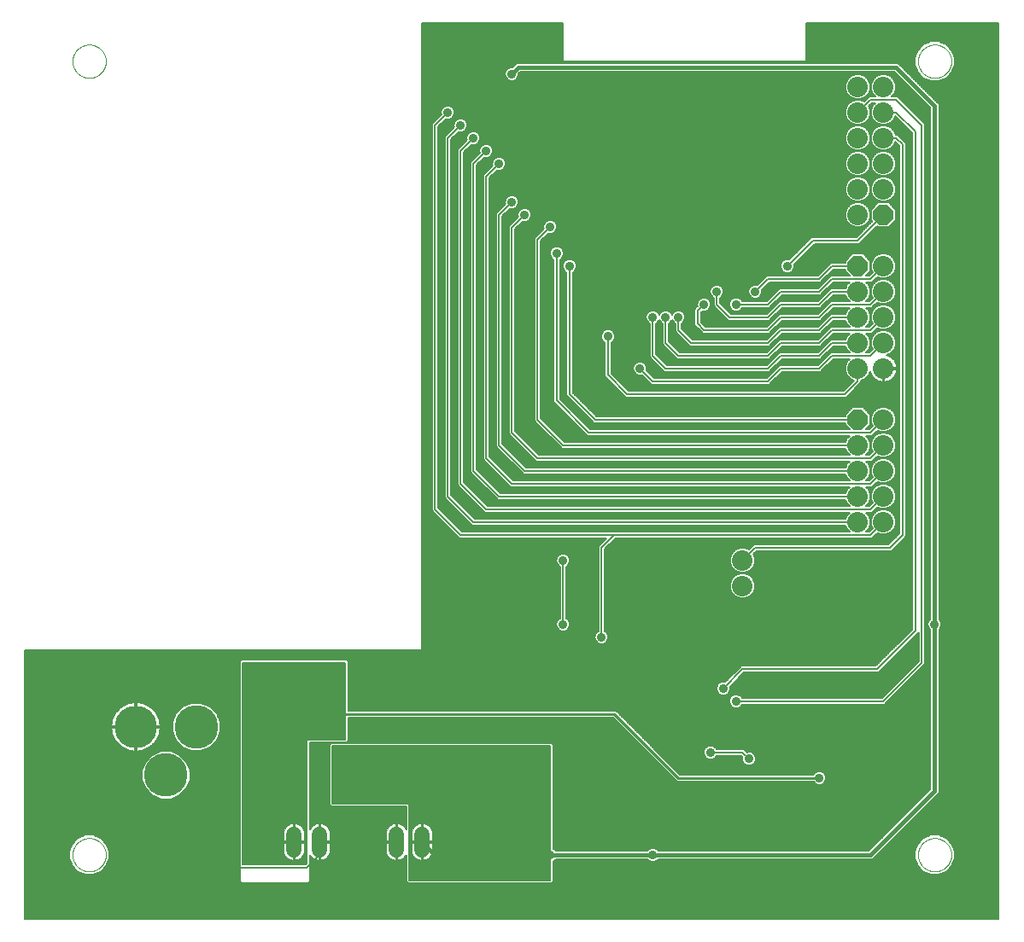
<source format=gbl>
G75*
%MOIN*%
%OFA0B0*%
%FSLAX25Y25*%
%IPPOS*%
%LPD*%
%AMOC8*
5,1,8,0,0,1.08239X$1,22.5*
%
%ADD10C,0.16992*%
%ADD11C,0.16598*%
%ADD12C,0.00000*%
%ADD13OC8,0.08000*%
%ADD14C,0.08000*%
%ADD15C,0.06000*%
%ADD16C,0.00600*%
%ADD17C,0.03562*%
%ADD18C,0.00800*%
%ADD19C,0.01600*%
%ADD20C,0.01000*%
D10*
X0073933Y0080035D03*
X0085744Y0098933D03*
D11*
X0062122Y0098933D03*
D12*
X0037437Y0048933D02*
X0037439Y0049094D01*
X0037445Y0049254D01*
X0037455Y0049415D01*
X0037469Y0049575D01*
X0037487Y0049734D01*
X0037508Y0049894D01*
X0037534Y0050052D01*
X0037564Y0050210D01*
X0037597Y0050367D01*
X0037635Y0050524D01*
X0037676Y0050679D01*
X0037721Y0050833D01*
X0037770Y0050986D01*
X0037823Y0051138D01*
X0037879Y0051288D01*
X0037939Y0051437D01*
X0038003Y0051585D01*
X0038070Y0051731D01*
X0038141Y0051875D01*
X0038216Y0052017D01*
X0038294Y0052158D01*
X0038375Y0052296D01*
X0038460Y0052433D01*
X0038549Y0052567D01*
X0038640Y0052699D01*
X0038735Y0052829D01*
X0038833Y0052956D01*
X0038934Y0053081D01*
X0039038Y0053204D01*
X0039145Y0053323D01*
X0039255Y0053440D01*
X0039368Y0053555D01*
X0039484Y0053666D01*
X0039602Y0053775D01*
X0039723Y0053880D01*
X0039847Y0053983D01*
X0039973Y0054083D01*
X0040102Y0054179D01*
X0040233Y0054272D01*
X0040366Y0054362D01*
X0040501Y0054449D01*
X0040639Y0054532D01*
X0040778Y0054611D01*
X0040920Y0054688D01*
X0041063Y0054761D01*
X0041208Y0054830D01*
X0041355Y0054895D01*
X0041503Y0054957D01*
X0041653Y0055016D01*
X0041804Y0055070D01*
X0041956Y0055121D01*
X0042110Y0055168D01*
X0042265Y0055211D01*
X0042420Y0055250D01*
X0042577Y0055286D01*
X0042735Y0055318D01*
X0042893Y0055345D01*
X0043052Y0055369D01*
X0043211Y0055389D01*
X0043371Y0055405D01*
X0043532Y0055417D01*
X0043692Y0055425D01*
X0043853Y0055429D01*
X0044013Y0055429D01*
X0044174Y0055425D01*
X0044334Y0055417D01*
X0044495Y0055405D01*
X0044655Y0055389D01*
X0044814Y0055369D01*
X0044973Y0055345D01*
X0045131Y0055318D01*
X0045289Y0055286D01*
X0045446Y0055250D01*
X0045601Y0055211D01*
X0045756Y0055168D01*
X0045910Y0055121D01*
X0046062Y0055070D01*
X0046213Y0055016D01*
X0046363Y0054957D01*
X0046511Y0054895D01*
X0046658Y0054830D01*
X0046803Y0054761D01*
X0046946Y0054688D01*
X0047088Y0054611D01*
X0047227Y0054532D01*
X0047365Y0054449D01*
X0047500Y0054362D01*
X0047633Y0054272D01*
X0047764Y0054179D01*
X0047893Y0054083D01*
X0048019Y0053983D01*
X0048143Y0053880D01*
X0048264Y0053775D01*
X0048382Y0053666D01*
X0048498Y0053555D01*
X0048611Y0053440D01*
X0048721Y0053323D01*
X0048828Y0053204D01*
X0048932Y0053081D01*
X0049033Y0052956D01*
X0049131Y0052829D01*
X0049226Y0052699D01*
X0049317Y0052567D01*
X0049406Y0052433D01*
X0049491Y0052296D01*
X0049572Y0052158D01*
X0049650Y0052017D01*
X0049725Y0051875D01*
X0049796Y0051731D01*
X0049863Y0051585D01*
X0049927Y0051437D01*
X0049987Y0051288D01*
X0050043Y0051138D01*
X0050096Y0050986D01*
X0050145Y0050833D01*
X0050190Y0050679D01*
X0050231Y0050524D01*
X0050269Y0050367D01*
X0050302Y0050210D01*
X0050332Y0050052D01*
X0050358Y0049894D01*
X0050379Y0049734D01*
X0050397Y0049575D01*
X0050411Y0049415D01*
X0050421Y0049254D01*
X0050427Y0049094D01*
X0050429Y0048933D01*
X0050427Y0048772D01*
X0050421Y0048612D01*
X0050411Y0048451D01*
X0050397Y0048291D01*
X0050379Y0048132D01*
X0050358Y0047972D01*
X0050332Y0047814D01*
X0050302Y0047656D01*
X0050269Y0047499D01*
X0050231Y0047342D01*
X0050190Y0047187D01*
X0050145Y0047033D01*
X0050096Y0046880D01*
X0050043Y0046728D01*
X0049987Y0046578D01*
X0049927Y0046429D01*
X0049863Y0046281D01*
X0049796Y0046135D01*
X0049725Y0045991D01*
X0049650Y0045849D01*
X0049572Y0045708D01*
X0049491Y0045570D01*
X0049406Y0045433D01*
X0049317Y0045299D01*
X0049226Y0045167D01*
X0049131Y0045037D01*
X0049033Y0044910D01*
X0048932Y0044785D01*
X0048828Y0044662D01*
X0048721Y0044543D01*
X0048611Y0044426D01*
X0048498Y0044311D01*
X0048382Y0044200D01*
X0048264Y0044091D01*
X0048143Y0043986D01*
X0048019Y0043883D01*
X0047893Y0043783D01*
X0047764Y0043687D01*
X0047633Y0043594D01*
X0047500Y0043504D01*
X0047365Y0043417D01*
X0047227Y0043334D01*
X0047088Y0043255D01*
X0046946Y0043178D01*
X0046803Y0043105D01*
X0046658Y0043036D01*
X0046511Y0042971D01*
X0046363Y0042909D01*
X0046213Y0042850D01*
X0046062Y0042796D01*
X0045910Y0042745D01*
X0045756Y0042698D01*
X0045601Y0042655D01*
X0045446Y0042616D01*
X0045289Y0042580D01*
X0045131Y0042548D01*
X0044973Y0042521D01*
X0044814Y0042497D01*
X0044655Y0042477D01*
X0044495Y0042461D01*
X0044334Y0042449D01*
X0044174Y0042441D01*
X0044013Y0042437D01*
X0043853Y0042437D01*
X0043692Y0042441D01*
X0043532Y0042449D01*
X0043371Y0042461D01*
X0043211Y0042477D01*
X0043052Y0042497D01*
X0042893Y0042521D01*
X0042735Y0042548D01*
X0042577Y0042580D01*
X0042420Y0042616D01*
X0042265Y0042655D01*
X0042110Y0042698D01*
X0041956Y0042745D01*
X0041804Y0042796D01*
X0041653Y0042850D01*
X0041503Y0042909D01*
X0041355Y0042971D01*
X0041208Y0043036D01*
X0041063Y0043105D01*
X0040920Y0043178D01*
X0040778Y0043255D01*
X0040639Y0043334D01*
X0040501Y0043417D01*
X0040366Y0043504D01*
X0040233Y0043594D01*
X0040102Y0043687D01*
X0039973Y0043783D01*
X0039847Y0043883D01*
X0039723Y0043986D01*
X0039602Y0044091D01*
X0039484Y0044200D01*
X0039368Y0044311D01*
X0039255Y0044426D01*
X0039145Y0044543D01*
X0039038Y0044662D01*
X0038934Y0044785D01*
X0038833Y0044910D01*
X0038735Y0045037D01*
X0038640Y0045167D01*
X0038549Y0045299D01*
X0038460Y0045433D01*
X0038375Y0045570D01*
X0038294Y0045708D01*
X0038216Y0045849D01*
X0038141Y0045991D01*
X0038070Y0046135D01*
X0038003Y0046281D01*
X0037939Y0046429D01*
X0037879Y0046578D01*
X0037823Y0046728D01*
X0037770Y0046880D01*
X0037721Y0047033D01*
X0037676Y0047187D01*
X0037635Y0047342D01*
X0037597Y0047499D01*
X0037564Y0047656D01*
X0037534Y0047814D01*
X0037508Y0047972D01*
X0037487Y0048132D01*
X0037469Y0048291D01*
X0037455Y0048451D01*
X0037445Y0048612D01*
X0037439Y0048772D01*
X0037437Y0048933D01*
X0037437Y0358933D02*
X0037439Y0359094D01*
X0037445Y0359254D01*
X0037455Y0359415D01*
X0037469Y0359575D01*
X0037487Y0359734D01*
X0037508Y0359894D01*
X0037534Y0360052D01*
X0037564Y0360210D01*
X0037597Y0360367D01*
X0037635Y0360524D01*
X0037676Y0360679D01*
X0037721Y0360833D01*
X0037770Y0360986D01*
X0037823Y0361138D01*
X0037879Y0361288D01*
X0037939Y0361437D01*
X0038003Y0361585D01*
X0038070Y0361731D01*
X0038141Y0361875D01*
X0038216Y0362017D01*
X0038294Y0362158D01*
X0038375Y0362296D01*
X0038460Y0362433D01*
X0038549Y0362567D01*
X0038640Y0362699D01*
X0038735Y0362829D01*
X0038833Y0362956D01*
X0038934Y0363081D01*
X0039038Y0363204D01*
X0039145Y0363323D01*
X0039255Y0363440D01*
X0039368Y0363555D01*
X0039484Y0363666D01*
X0039602Y0363775D01*
X0039723Y0363880D01*
X0039847Y0363983D01*
X0039973Y0364083D01*
X0040102Y0364179D01*
X0040233Y0364272D01*
X0040366Y0364362D01*
X0040501Y0364449D01*
X0040639Y0364532D01*
X0040778Y0364611D01*
X0040920Y0364688D01*
X0041063Y0364761D01*
X0041208Y0364830D01*
X0041355Y0364895D01*
X0041503Y0364957D01*
X0041653Y0365016D01*
X0041804Y0365070D01*
X0041956Y0365121D01*
X0042110Y0365168D01*
X0042265Y0365211D01*
X0042420Y0365250D01*
X0042577Y0365286D01*
X0042735Y0365318D01*
X0042893Y0365345D01*
X0043052Y0365369D01*
X0043211Y0365389D01*
X0043371Y0365405D01*
X0043532Y0365417D01*
X0043692Y0365425D01*
X0043853Y0365429D01*
X0044013Y0365429D01*
X0044174Y0365425D01*
X0044334Y0365417D01*
X0044495Y0365405D01*
X0044655Y0365389D01*
X0044814Y0365369D01*
X0044973Y0365345D01*
X0045131Y0365318D01*
X0045289Y0365286D01*
X0045446Y0365250D01*
X0045601Y0365211D01*
X0045756Y0365168D01*
X0045910Y0365121D01*
X0046062Y0365070D01*
X0046213Y0365016D01*
X0046363Y0364957D01*
X0046511Y0364895D01*
X0046658Y0364830D01*
X0046803Y0364761D01*
X0046946Y0364688D01*
X0047088Y0364611D01*
X0047227Y0364532D01*
X0047365Y0364449D01*
X0047500Y0364362D01*
X0047633Y0364272D01*
X0047764Y0364179D01*
X0047893Y0364083D01*
X0048019Y0363983D01*
X0048143Y0363880D01*
X0048264Y0363775D01*
X0048382Y0363666D01*
X0048498Y0363555D01*
X0048611Y0363440D01*
X0048721Y0363323D01*
X0048828Y0363204D01*
X0048932Y0363081D01*
X0049033Y0362956D01*
X0049131Y0362829D01*
X0049226Y0362699D01*
X0049317Y0362567D01*
X0049406Y0362433D01*
X0049491Y0362296D01*
X0049572Y0362158D01*
X0049650Y0362017D01*
X0049725Y0361875D01*
X0049796Y0361731D01*
X0049863Y0361585D01*
X0049927Y0361437D01*
X0049987Y0361288D01*
X0050043Y0361138D01*
X0050096Y0360986D01*
X0050145Y0360833D01*
X0050190Y0360679D01*
X0050231Y0360524D01*
X0050269Y0360367D01*
X0050302Y0360210D01*
X0050332Y0360052D01*
X0050358Y0359894D01*
X0050379Y0359734D01*
X0050397Y0359575D01*
X0050411Y0359415D01*
X0050421Y0359254D01*
X0050427Y0359094D01*
X0050429Y0358933D01*
X0050427Y0358772D01*
X0050421Y0358612D01*
X0050411Y0358451D01*
X0050397Y0358291D01*
X0050379Y0358132D01*
X0050358Y0357972D01*
X0050332Y0357814D01*
X0050302Y0357656D01*
X0050269Y0357499D01*
X0050231Y0357342D01*
X0050190Y0357187D01*
X0050145Y0357033D01*
X0050096Y0356880D01*
X0050043Y0356728D01*
X0049987Y0356578D01*
X0049927Y0356429D01*
X0049863Y0356281D01*
X0049796Y0356135D01*
X0049725Y0355991D01*
X0049650Y0355849D01*
X0049572Y0355708D01*
X0049491Y0355570D01*
X0049406Y0355433D01*
X0049317Y0355299D01*
X0049226Y0355167D01*
X0049131Y0355037D01*
X0049033Y0354910D01*
X0048932Y0354785D01*
X0048828Y0354662D01*
X0048721Y0354543D01*
X0048611Y0354426D01*
X0048498Y0354311D01*
X0048382Y0354200D01*
X0048264Y0354091D01*
X0048143Y0353986D01*
X0048019Y0353883D01*
X0047893Y0353783D01*
X0047764Y0353687D01*
X0047633Y0353594D01*
X0047500Y0353504D01*
X0047365Y0353417D01*
X0047227Y0353334D01*
X0047088Y0353255D01*
X0046946Y0353178D01*
X0046803Y0353105D01*
X0046658Y0353036D01*
X0046511Y0352971D01*
X0046363Y0352909D01*
X0046213Y0352850D01*
X0046062Y0352796D01*
X0045910Y0352745D01*
X0045756Y0352698D01*
X0045601Y0352655D01*
X0045446Y0352616D01*
X0045289Y0352580D01*
X0045131Y0352548D01*
X0044973Y0352521D01*
X0044814Y0352497D01*
X0044655Y0352477D01*
X0044495Y0352461D01*
X0044334Y0352449D01*
X0044174Y0352441D01*
X0044013Y0352437D01*
X0043853Y0352437D01*
X0043692Y0352441D01*
X0043532Y0352449D01*
X0043371Y0352461D01*
X0043211Y0352477D01*
X0043052Y0352497D01*
X0042893Y0352521D01*
X0042735Y0352548D01*
X0042577Y0352580D01*
X0042420Y0352616D01*
X0042265Y0352655D01*
X0042110Y0352698D01*
X0041956Y0352745D01*
X0041804Y0352796D01*
X0041653Y0352850D01*
X0041503Y0352909D01*
X0041355Y0352971D01*
X0041208Y0353036D01*
X0041063Y0353105D01*
X0040920Y0353178D01*
X0040778Y0353255D01*
X0040639Y0353334D01*
X0040501Y0353417D01*
X0040366Y0353504D01*
X0040233Y0353594D01*
X0040102Y0353687D01*
X0039973Y0353783D01*
X0039847Y0353883D01*
X0039723Y0353986D01*
X0039602Y0354091D01*
X0039484Y0354200D01*
X0039368Y0354311D01*
X0039255Y0354426D01*
X0039145Y0354543D01*
X0039038Y0354662D01*
X0038934Y0354785D01*
X0038833Y0354910D01*
X0038735Y0355037D01*
X0038640Y0355167D01*
X0038549Y0355299D01*
X0038460Y0355433D01*
X0038375Y0355570D01*
X0038294Y0355708D01*
X0038216Y0355849D01*
X0038141Y0355991D01*
X0038070Y0356135D01*
X0038003Y0356281D01*
X0037939Y0356429D01*
X0037879Y0356578D01*
X0037823Y0356728D01*
X0037770Y0356880D01*
X0037721Y0357033D01*
X0037676Y0357187D01*
X0037635Y0357342D01*
X0037597Y0357499D01*
X0037564Y0357656D01*
X0037534Y0357814D01*
X0037508Y0357972D01*
X0037487Y0358132D01*
X0037469Y0358291D01*
X0037455Y0358451D01*
X0037445Y0358612D01*
X0037439Y0358772D01*
X0037437Y0358933D01*
X0367437Y0358933D02*
X0367439Y0359094D01*
X0367445Y0359254D01*
X0367455Y0359415D01*
X0367469Y0359575D01*
X0367487Y0359734D01*
X0367508Y0359894D01*
X0367534Y0360052D01*
X0367564Y0360210D01*
X0367597Y0360367D01*
X0367635Y0360524D01*
X0367676Y0360679D01*
X0367721Y0360833D01*
X0367770Y0360986D01*
X0367823Y0361138D01*
X0367879Y0361288D01*
X0367939Y0361437D01*
X0368003Y0361585D01*
X0368070Y0361731D01*
X0368141Y0361875D01*
X0368216Y0362017D01*
X0368294Y0362158D01*
X0368375Y0362296D01*
X0368460Y0362433D01*
X0368549Y0362567D01*
X0368640Y0362699D01*
X0368735Y0362829D01*
X0368833Y0362956D01*
X0368934Y0363081D01*
X0369038Y0363204D01*
X0369145Y0363323D01*
X0369255Y0363440D01*
X0369368Y0363555D01*
X0369484Y0363666D01*
X0369602Y0363775D01*
X0369723Y0363880D01*
X0369847Y0363983D01*
X0369973Y0364083D01*
X0370102Y0364179D01*
X0370233Y0364272D01*
X0370366Y0364362D01*
X0370501Y0364449D01*
X0370639Y0364532D01*
X0370778Y0364611D01*
X0370920Y0364688D01*
X0371063Y0364761D01*
X0371208Y0364830D01*
X0371355Y0364895D01*
X0371503Y0364957D01*
X0371653Y0365016D01*
X0371804Y0365070D01*
X0371956Y0365121D01*
X0372110Y0365168D01*
X0372265Y0365211D01*
X0372420Y0365250D01*
X0372577Y0365286D01*
X0372735Y0365318D01*
X0372893Y0365345D01*
X0373052Y0365369D01*
X0373211Y0365389D01*
X0373371Y0365405D01*
X0373532Y0365417D01*
X0373692Y0365425D01*
X0373853Y0365429D01*
X0374013Y0365429D01*
X0374174Y0365425D01*
X0374334Y0365417D01*
X0374495Y0365405D01*
X0374655Y0365389D01*
X0374814Y0365369D01*
X0374973Y0365345D01*
X0375131Y0365318D01*
X0375289Y0365286D01*
X0375446Y0365250D01*
X0375601Y0365211D01*
X0375756Y0365168D01*
X0375910Y0365121D01*
X0376062Y0365070D01*
X0376213Y0365016D01*
X0376363Y0364957D01*
X0376511Y0364895D01*
X0376658Y0364830D01*
X0376803Y0364761D01*
X0376946Y0364688D01*
X0377088Y0364611D01*
X0377227Y0364532D01*
X0377365Y0364449D01*
X0377500Y0364362D01*
X0377633Y0364272D01*
X0377764Y0364179D01*
X0377893Y0364083D01*
X0378019Y0363983D01*
X0378143Y0363880D01*
X0378264Y0363775D01*
X0378382Y0363666D01*
X0378498Y0363555D01*
X0378611Y0363440D01*
X0378721Y0363323D01*
X0378828Y0363204D01*
X0378932Y0363081D01*
X0379033Y0362956D01*
X0379131Y0362829D01*
X0379226Y0362699D01*
X0379317Y0362567D01*
X0379406Y0362433D01*
X0379491Y0362296D01*
X0379572Y0362158D01*
X0379650Y0362017D01*
X0379725Y0361875D01*
X0379796Y0361731D01*
X0379863Y0361585D01*
X0379927Y0361437D01*
X0379987Y0361288D01*
X0380043Y0361138D01*
X0380096Y0360986D01*
X0380145Y0360833D01*
X0380190Y0360679D01*
X0380231Y0360524D01*
X0380269Y0360367D01*
X0380302Y0360210D01*
X0380332Y0360052D01*
X0380358Y0359894D01*
X0380379Y0359734D01*
X0380397Y0359575D01*
X0380411Y0359415D01*
X0380421Y0359254D01*
X0380427Y0359094D01*
X0380429Y0358933D01*
X0380427Y0358772D01*
X0380421Y0358612D01*
X0380411Y0358451D01*
X0380397Y0358291D01*
X0380379Y0358132D01*
X0380358Y0357972D01*
X0380332Y0357814D01*
X0380302Y0357656D01*
X0380269Y0357499D01*
X0380231Y0357342D01*
X0380190Y0357187D01*
X0380145Y0357033D01*
X0380096Y0356880D01*
X0380043Y0356728D01*
X0379987Y0356578D01*
X0379927Y0356429D01*
X0379863Y0356281D01*
X0379796Y0356135D01*
X0379725Y0355991D01*
X0379650Y0355849D01*
X0379572Y0355708D01*
X0379491Y0355570D01*
X0379406Y0355433D01*
X0379317Y0355299D01*
X0379226Y0355167D01*
X0379131Y0355037D01*
X0379033Y0354910D01*
X0378932Y0354785D01*
X0378828Y0354662D01*
X0378721Y0354543D01*
X0378611Y0354426D01*
X0378498Y0354311D01*
X0378382Y0354200D01*
X0378264Y0354091D01*
X0378143Y0353986D01*
X0378019Y0353883D01*
X0377893Y0353783D01*
X0377764Y0353687D01*
X0377633Y0353594D01*
X0377500Y0353504D01*
X0377365Y0353417D01*
X0377227Y0353334D01*
X0377088Y0353255D01*
X0376946Y0353178D01*
X0376803Y0353105D01*
X0376658Y0353036D01*
X0376511Y0352971D01*
X0376363Y0352909D01*
X0376213Y0352850D01*
X0376062Y0352796D01*
X0375910Y0352745D01*
X0375756Y0352698D01*
X0375601Y0352655D01*
X0375446Y0352616D01*
X0375289Y0352580D01*
X0375131Y0352548D01*
X0374973Y0352521D01*
X0374814Y0352497D01*
X0374655Y0352477D01*
X0374495Y0352461D01*
X0374334Y0352449D01*
X0374174Y0352441D01*
X0374013Y0352437D01*
X0373853Y0352437D01*
X0373692Y0352441D01*
X0373532Y0352449D01*
X0373371Y0352461D01*
X0373211Y0352477D01*
X0373052Y0352497D01*
X0372893Y0352521D01*
X0372735Y0352548D01*
X0372577Y0352580D01*
X0372420Y0352616D01*
X0372265Y0352655D01*
X0372110Y0352698D01*
X0371956Y0352745D01*
X0371804Y0352796D01*
X0371653Y0352850D01*
X0371503Y0352909D01*
X0371355Y0352971D01*
X0371208Y0353036D01*
X0371063Y0353105D01*
X0370920Y0353178D01*
X0370778Y0353255D01*
X0370639Y0353334D01*
X0370501Y0353417D01*
X0370366Y0353504D01*
X0370233Y0353594D01*
X0370102Y0353687D01*
X0369973Y0353783D01*
X0369847Y0353883D01*
X0369723Y0353986D01*
X0369602Y0354091D01*
X0369484Y0354200D01*
X0369368Y0354311D01*
X0369255Y0354426D01*
X0369145Y0354543D01*
X0369038Y0354662D01*
X0368934Y0354785D01*
X0368833Y0354910D01*
X0368735Y0355037D01*
X0368640Y0355167D01*
X0368549Y0355299D01*
X0368460Y0355433D01*
X0368375Y0355570D01*
X0368294Y0355708D01*
X0368216Y0355849D01*
X0368141Y0355991D01*
X0368070Y0356135D01*
X0368003Y0356281D01*
X0367939Y0356429D01*
X0367879Y0356578D01*
X0367823Y0356728D01*
X0367770Y0356880D01*
X0367721Y0357033D01*
X0367676Y0357187D01*
X0367635Y0357342D01*
X0367597Y0357499D01*
X0367564Y0357656D01*
X0367534Y0357814D01*
X0367508Y0357972D01*
X0367487Y0358132D01*
X0367469Y0358291D01*
X0367455Y0358451D01*
X0367445Y0358612D01*
X0367439Y0358772D01*
X0367437Y0358933D01*
X0367437Y0048933D02*
X0367439Y0049094D01*
X0367445Y0049254D01*
X0367455Y0049415D01*
X0367469Y0049575D01*
X0367487Y0049734D01*
X0367508Y0049894D01*
X0367534Y0050052D01*
X0367564Y0050210D01*
X0367597Y0050367D01*
X0367635Y0050524D01*
X0367676Y0050679D01*
X0367721Y0050833D01*
X0367770Y0050986D01*
X0367823Y0051138D01*
X0367879Y0051288D01*
X0367939Y0051437D01*
X0368003Y0051585D01*
X0368070Y0051731D01*
X0368141Y0051875D01*
X0368216Y0052017D01*
X0368294Y0052158D01*
X0368375Y0052296D01*
X0368460Y0052433D01*
X0368549Y0052567D01*
X0368640Y0052699D01*
X0368735Y0052829D01*
X0368833Y0052956D01*
X0368934Y0053081D01*
X0369038Y0053204D01*
X0369145Y0053323D01*
X0369255Y0053440D01*
X0369368Y0053555D01*
X0369484Y0053666D01*
X0369602Y0053775D01*
X0369723Y0053880D01*
X0369847Y0053983D01*
X0369973Y0054083D01*
X0370102Y0054179D01*
X0370233Y0054272D01*
X0370366Y0054362D01*
X0370501Y0054449D01*
X0370639Y0054532D01*
X0370778Y0054611D01*
X0370920Y0054688D01*
X0371063Y0054761D01*
X0371208Y0054830D01*
X0371355Y0054895D01*
X0371503Y0054957D01*
X0371653Y0055016D01*
X0371804Y0055070D01*
X0371956Y0055121D01*
X0372110Y0055168D01*
X0372265Y0055211D01*
X0372420Y0055250D01*
X0372577Y0055286D01*
X0372735Y0055318D01*
X0372893Y0055345D01*
X0373052Y0055369D01*
X0373211Y0055389D01*
X0373371Y0055405D01*
X0373532Y0055417D01*
X0373692Y0055425D01*
X0373853Y0055429D01*
X0374013Y0055429D01*
X0374174Y0055425D01*
X0374334Y0055417D01*
X0374495Y0055405D01*
X0374655Y0055389D01*
X0374814Y0055369D01*
X0374973Y0055345D01*
X0375131Y0055318D01*
X0375289Y0055286D01*
X0375446Y0055250D01*
X0375601Y0055211D01*
X0375756Y0055168D01*
X0375910Y0055121D01*
X0376062Y0055070D01*
X0376213Y0055016D01*
X0376363Y0054957D01*
X0376511Y0054895D01*
X0376658Y0054830D01*
X0376803Y0054761D01*
X0376946Y0054688D01*
X0377088Y0054611D01*
X0377227Y0054532D01*
X0377365Y0054449D01*
X0377500Y0054362D01*
X0377633Y0054272D01*
X0377764Y0054179D01*
X0377893Y0054083D01*
X0378019Y0053983D01*
X0378143Y0053880D01*
X0378264Y0053775D01*
X0378382Y0053666D01*
X0378498Y0053555D01*
X0378611Y0053440D01*
X0378721Y0053323D01*
X0378828Y0053204D01*
X0378932Y0053081D01*
X0379033Y0052956D01*
X0379131Y0052829D01*
X0379226Y0052699D01*
X0379317Y0052567D01*
X0379406Y0052433D01*
X0379491Y0052296D01*
X0379572Y0052158D01*
X0379650Y0052017D01*
X0379725Y0051875D01*
X0379796Y0051731D01*
X0379863Y0051585D01*
X0379927Y0051437D01*
X0379987Y0051288D01*
X0380043Y0051138D01*
X0380096Y0050986D01*
X0380145Y0050833D01*
X0380190Y0050679D01*
X0380231Y0050524D01*
X0380269Y0050367D01*
X0380302Y0050210D01*
X0380332Y0050052D01*
X0380358Y0049894D01*
X0380379Y0049734D01*
X0380397Y0049575D01*
X0380411Y0049415D01*
X0380421Y0049254D01*
X0380427Y0049094D01*
X0380429Y0048933D01*
X0380427Y0048772D01*
X0380421Y0048612D01*
X0380411Y0048451D01*
X0380397Y0048291D01*
X0380379Y0048132D01*
X0380358Y0047972D01*
X0380332Y0047814D01*
X0380302Y0047656D01*
X0380269Y0047499D01*
X0380231Y0047342D01*
X0380190Y0047187D01*
X0380145Y0047033D01*
X0380096Y0046880D01*
X0380043Y0046728D01*
X0379987Y0046578D01*
X0379927Y0046429D01*
X0379863Y0046281D01*
X0379796Y0046135D01*
X0379725Y0045991D01*
X0379650Y0045849D01*
X0379572Y0045708D01*
X0379491Y0045570D01*
X0379406Y0045433D01*
X0379317Y0045299D01*
X0379226Y0045167D01*
X0379131Y0045037D01*
X0379033Y0044910D01*
X0378932Y0044785D01*
X0378828Y0044662D01*
X0378721Y0044543D01*
X0378611Y0044426D01*
X0378498Y0044311D01*
X0378382Y0044200D01*
X0378264Y0044091D01*
X0378143Y0043986D01*
X0378019Y0043883D01*
X0377893Y0043783D01*
X0377764Y0043687D01*
X0377633Y0043594D01*
X0377500Y0043504D01*
X0377365Y0043417D01*
X0377227Y0043334D01*
X0377088Y0043255D01*
X0376946Y0043178D01*
X0376803Y0043105D01*
X0376658Y0043036D01*
X0376511Y0042971D01*
X0376363Y0042909D01*
X0376213Y0042850D01*
X0376062Y0042796D01*
X0375910Y0042745D01*
X0375756Y0042698D01*
X0375601Y0042655D01*
X0375446Y0042616D01*
X0375289Y0042580D01*
X0375131Y0042548D01*
X0374973Y0042521D01*
X0374814Y0042497D01*
X0374655Y0042477D01*
X0374495Y0042461D01*
X0374334Y0042449D01*
X0374174Y0042441D01*
X0374013Y0042437D01*
X0373853Y0042437D01*
X0373692Y0042441D01*
X0373532Y0042449D01*
X0373371Y0042461D01*
X0373211Y0042477D01*
X0373052Y0042497D01*
X0372893Y0042521D01*
X0372735Y0042548D01*
X0372577Y0042580D01*
X0372420Y0042616D01*
X0372265Y0042655D01*
X0372110Y0042698D01*
X0371956Y0042745D01*
X0371804Y0042796D01*
X0371653Y0042850D01*
X0371503Y0042909D01*
X0371355Y0042971D01*
X0371208Y0043036D01*
X0371063Y0043105D01*
X0370920Y0043178D01*
X0370778Y0043255D01*
X0370639Y0043334D01*
X0370501Y0043417D01*
X0370366Y0043504D01*
X0370233Y0043594D01*
X0370102Y0043687D01*
X0369973Y0043783D01*
X0369847Y0043883D01*
X0369723Y0043986D01*
X0369602Y0044091D01*
X0369484Y0044200D01*
X0369368Y0044311D01*
X0369255Y0044426D01*
X0369145Y0044543D01*
X0369038Y0044662D01*
X0368934Y0044785D01*
X0368833Y0044910D01*
X0368735Y0045037D01*
X0368640Y0045167D01*
X0368549Y0045299D01*
X0368460Y0045433D01*
X0368375Y0045570D01*
X0368294Y0045708D01*
X0368216Y0045849D01*
X0368141Y0045991D01*
X0368070Y0046135D01*
X0368003Y0046281D01*
X0367939Y0046429D01*
X0367879Y0046578D01*
X0367823Y0046728D01*
X0367770Y0046880D01*
X0367721Y0047033D01*
X0367676Y0047187D01*
X0367635Y0047342D01*
X0367597Y0047499D01*
X0367564Y0047656D01*
X0367534Y0047814D01*
X0367508Y0047972D01*
X0367487Y0048132D01*
X0367469Y0048291D01*
X0367455Y0048451D01*
X0367445Y0048612D01*
X0367439Y0048772D01*
X0367437Y0048933D01*
D13*
X0343933Y0218933D03*
X0343933Y0278933D03*
X0353933Y0298933D03*
D14*
X0343933Y0298933D03*
X0343933Y0308933D03*
X0343933Y0318933D03*
X0343933Y0328933D03*
X0343933Y0338933D03*
X0343933Y0348933D03*
X0353933Y0348933D03*
X0353933Y0338933D03*
X0353933Y0328933D03*
X0353933Y0318933D03*
X0353933Y0308933D03*
X0353933Y0278933D03*
X0353933Y0268933D03*
X0353933Y0258933D03*
X0353933Y0248933D03*
X0353933Y0238933D03*
X0343933Y0238933D03*
X0343933Y0248933D03*
X0343933Y0258933D03*
X0343933Y0268933D03*
X0353933Y0218933D03*
X0353933Y0208933D03*
X0353933Y0198933D03*
X0353933Y0188933D03*
X0353933Y0178933D03*
X0343933Y0178933D03*
X0343933Y0188933D03*
X0343933Y0198933D03*
X0343933Y0208933D03*
X0298933Y0163933D03*
X0298933Y0153933D03*
D15*
X0173933Y0056933D02*
X0173933Y0050933D01*
X0163933Y0050933D02*
X0163933Y0056933D01*
X0133933Y0056933D02*
X0133933Y0050933D01*
X0123933Y0050933D02*
X0123933Y0056933D01*
D16*
X0018933Y0023933D02*
X0018933Y0128933D01*
X0173933Y0128933D01*
X0173933Y0373933D01*
X0228933Y0373933D01*
X0228933Y0358933D01*
X0323933Y0358933D01*
X0323933Y0373933D01*
X0398933Y0373933D01*
X0398933Y0023933D01*
X0018933Y0023933D01*
X0018933Y0023970D02*
X0398933Y0023970D01*
X0398933Y0024569D02*
X0018933Y0024569D01*
X0018933Y0025167D02*
X0398933Y0025167D01*
X0398933Y0025766D02*
X0018933Y0025766D01*
X0018933Y0026364D02*
X0398933Y0026364D01*
X0398933Y0026963D02*
X0018933Y0026963D01*
X0018933Y0027561D02*
X0398933Y0027561D01*
X0398933Y0028160D02*
X0018933Y0028160D01*
X0018933Y0028758D02*
X0398933Y0028758D01*
X0398933Y0029357D02*
X0018933Y0029357D01*
X0018933Y0029955D02*
X0398933Y0029955D01*
X0398933Y0030554D02*
X0018933Y0030554D01*
X0018933Y0031152D02*
X0398933Y0031152D01*
X0398933Y0031751D02*
X0018933Y0031751D01*
X0018933Y0032349D02*
X0398933Y0032349D01*
X0398933Y0032948D02*
X0018933Y0032948D01*
X0018933Y0033546D02*
X0398933Y0033546D01*
X0398933Y0034145D02*
X0018933Y0034145D01*
X0018933Y0034743D02*
X0398933Y0034743D01*
X0398933Y0035342D02*
X0018933Y0035342D01*
X0018933Y0035941D02*
X0398933Y0035941D01*
X0398933Y0036539D02*
X0018933Y0036539D01*
X0018933Y0037138D02*
X0398933Y0037138D01*
X0398933Y0037736D02*
X0224433Y0037736D01*
X0224430Y0037733D02*
X0225133Y0038436D01*
X0225133Y0046528D01*
X0225452Y0046660D01*
X0226025Y0047233D01*
X0261841Y0047233D01*
X0262414Y0046660D01*
X0263400Y0046252D01*
X0264466Y0046252D01*
X0265452Y0046660D01*
X0266025Y0047233D01*
X0349637Y0047233D01*
X0374637Y0072233D01*
X0375633Y0073229D01*
X0375633Y0136841D01*
X0376206Y0137414D01*
X0376614Y0138400D01*
X0376614Y0139466D01*
X0376206Y0140452D01*
X0375633Y0141025D01*
X0375633Y0342137D01*
X0360633Y0357137D01*
X0359637Y0358133D01*
X0210729Y0358133D01*
X0209210Y0356614D01*
X0208400Y0356614D01*
X0207414Y0356206D01*
X0206660Y0355452D01*
X0206252Y0354466D01*
X0206252Y0353400D01*
X0206660Y0352414D01*
X0207414Y0351660D01*
X0208400Y0351252D01*
X0209466Y0351252D01*
X0210452Y0351660D01*
X0211206Y0352414D01*
X0211614Y0353400D01*
X0211614Y0354210D01*
X0212137Y0354733D01*
X0358229Y0354733D01*
X0372233Y0340729D01*
X0372233Y0141025D01*
X0371660Y0140452D01*
X0371252Y0139466D01*
X0371252Y0138400D01*
X0371660Y0137414D01*
X0372233Y0136841D01*
X0372233Y0074637D01*
X0348229Y0050633D01*
X0266025Y0050633D01*
X0265452Y0051206D01*
X0264466Y0051614D01*
X0263400Y0051614D01*
X0262414Y0051206D01*
X0261841Y0050633D01*
X0226025Y0050633D01*
X0225452Y0051206D01*
X0225133Y0051338D01*
X0225133Y0091930D01*
X0224430Y0092633D01*
X0138436Y0092633D01*
X0137733Y0091930D01*
X0137733Y0068436D01*
X0138436Y0067733D01*
X0167733Y0067733D01*
X0167733Y0058947D01*
X0167611Y0059187D01*
X0167213Y0059734D01*
X0166734Y0060213D01*
X0166187Y0060611D01*
X0165584Y0060918D01*
X0164940Y0061127D01*
X0164271Y0061233D01*
X0164233Y0061233D01*
X0164233Y0054233D01*
X0163633Y0054233D01*
X0163633Y0053633D01*
X0164233Y0053633D01*
X0164233Y0046633D01*
X0164271Y0046633D01*
X0164940Y0046739D01*
X0165584Y0046948D01*
X0166187Y0047255D01*
X0166734Y0047653D01*
X0167213Y0048132D01*
X0167611Y0048679D01*
X0167733Y0048919D01*
X0167733Y0038436D01*
X0168436Y0037733D01*
X0224430Y0037733D01*
X0225032Y0038335D02*
X0398933Y0038335D01*
X0398933Y0038933D02*
X0225133Y0038933D01*
X0225133Y0039532D02*
X0398933Y0039532D01*
X0398933Y0040130D02*
X0225133Y0040130D01*
X0225133Y0040729D02*
X0398933Y0040729D01*
X0398933Y0041327D02*
X0375943Y0041327D01*
X0375484Y0041137D02*
X0378349Y0042324D01*
X0380542Y0044517D01*
X0381729Y0047382D01*
X0381729Y0050484D01*
X0380542Y0053349D01*
X0378349Y0055542D01*
X0375484Y0056729D01*
X0372382Y0056729D01*
X0369517Y0055542D01*
X0367324Y0053349D01*
X0366137Y0050484D01*
X0366137Y0047382D01*
X0367324Y0044517D01*
X0369517Y0042324D01*
X0372382Y0041137D01*
X0375484Y0041137D01*
X0377388Y0041926D02*
X0398933Y0041926D01*
X0398933Y0042524D02*
X0378549Y0042524D01*
X0379148Y0043123D02*
X0398933Y0043123D01*
X0398933Y0043721D02*
X0379746Y0043721D01*
X0380345Y0044320D02*
X0398933Y0044320D01*
X0398933Y0044918D02*
X0380708Y0044918D01*
X0380956Y0045517D02*
X0398933Y0045517D01*
X0398933Y0046115D02*
X0381204Y0046115D01*
X0381452Y0046714D02*
X0398933Y0046714D01*
X0398933Y0047312D02*
X0381700Y0047312D01*
X0381729Y0047911D02*
X0398933Y0047911D01*
X0398933Y0048509D02*
X0381729Y0048509D01*
X0381729Y0049108D02*
X0398933Y0049108D01*
X0398933Y0049706D02*
X0381729Y0049706D01*
X0381729Y0050305D02*
X0398933Y0050305D01*
X0398933Y0050903D02*
X0381555Y0050903D01*
X0381307Y0051502D02*
X0398933Y0051502D01*
X0398933Y0052100D02*
X0381060Y0052100D01*
X0380812Y0052699D02*
X0398933Y0052699D01*
X0398933Y0053297D02*
X0380564Y0053297D01*
X0379996Y0053896D02*
X0398933Y0053896D01*
X0398933Y0054494D02*
X0379397Y0054494D01*
X0378799Y0055093D02*
X0398933Y0055093D01*
X0398933Y0055691D02*
X0377989Y0055691D01*
X0376544Y0056290D02*
X0398933Y0056290D01*
X0398933Y0056888D02*
X0359293Y0056888D01*
X0359891Y0057487D02*
X0398933Y0057487D01*
X0398933Y0058085D02*
X0360490Y0058085D01*
X0361088Y0058684D02*
X0398933Y0058684D01*
X0398933Y0059282D02*
X0361687Y0059282D01*
X0362285Y0059881D02*
X0398933Y0059881D01*
X0398933Y0060479D02*
X0362884Y0060479D01*
X0363482Y0061078D02*
X0398933Y0061078D01*
X0398933Y0061677D02*
X0364081Y0061677D01*
X0364679Y0062275D02*
X0398933Y0062275D01*
X0398933Y0062874D02*
X0365278Y0062874D01*
X0365876Y0063472D02*
X0398933Y0063472D01*
X0398933Y0064071D02*
X0366475Y0064071D01*
X0367073Y0064669D02*
X0398933Y0064669D01*
X0398933Y0065268D02*
X0367672Y0065268D01*
X0368270Y0065866D02*
X0398933Y0065866D01*
X0398933Y0066465D02*
X0368869Y0066465D01*
X0369467Y0067063D02*
X0398933Y0067063D01*
X0398933Y0067662D02*
X0370066Y0067662D01*
X0370664Y0068260D02*
X0398933Y0068260D01*
X0398933Y0068859D02*
X0371263Y0068859D01*
X0371861Y0069457D02*
X0398933Y0069457D01*
X0398933Y0070056D02*
X0372460Y0070056D01*
X0373058Y0070654D02*
X0398933Y0070654D01*
X0398933Y0071253D02*
X0373657Y0071253D01*
X0374255Y0071851D02*
X0398933Y0071851D01*
X0398933Y0072450D02*
X0374854Y0072450D01*
X0375452Y0073048D02*
X0398933Y0073048D01*
X0398933Y0073647D02*
X0375633Y0073647D01*
X0375633Y0074245D02*
X0398933Y0074245D01*
X0398933Y0074844D02*
X0375633Y0074844D01*
X0375633Y0075442D02*
X0398933Y0075442D01*
X0398933Y0076041D02*
X0375633Y0076041D01*
X0375633Y0076639D02*
X0398933Y0076639D01*
X0398933Y0077238D02*
X0375633Y0077238D01*
X0375633Y0077836D02*
X0398933Y0077836D01*
X0398933Y0078435D02*
X0375633Y0078435D01*
X0375633Y0079033D02*
X0398933Y0079033D01*
X0398933Y0079632D02*
X0375633Y0079632D01*
X0375633Y0080230D02*
X0398933Y0080230D01*
X0398933Y0080829D02*
X0375633Y0080829D01*
X0375633Y0081427D02*
X0398933Y0081427D01*
X0398933Y0082026D02*
X0375633Y0082026D01*
X0375633Y0082624D02*
X0398933Y0082624D01*
X0398933Y0083223D02*
X0375633Y0083223D01*
X0375633Y0083821D02*
X0398933Y0083821D01*
X0398933Y0084420D02*
X0375633Y0084420D01*
X0375633Y0085018D02*
X0398933Y0085018D01*
X0398933Y0085617D02*
X0375633Y0085617D01*
X0375633Y0086215D02*
X0398933Y0086215D01*
X0398933Y0086814D02*
X0375633Y0086814D01*
X0375633Y0087412D02*
X0398933Y0087412D01*
X0398933Y0088011D02*
X0375633Y0088011D01*
X0375633Y0088610D02*
X0398933Y0088610D01*
X0398933Y0089208D02*
X0375633Y0089208D01*
X0375633Y0089807D02*
X0398933Y0089807D01*
X0398933Y0090405D02*
X0375633Y0090405D01*
X0375633Y0091004D02*
X0398933Y0091004D01*
X0398933Y0091602D02*
X0375633Y0091602D01*
X0375633Y0092201D02*
X0398933Y0092201D01*
X0398933Y0092799D02*
X0375633Y0092799D01*
X0375633Y0093398D02*
X0398933Y0093398D01*
X0398933Y0093996D02*
X0375633Y0093996D01*
X0375633Y0094595D02*
X0398933Y0094595D01*
X0398933Y0095193D02*
X0375633Y0095193D01*
X0375633Y0095792D02*
X0398933Y0095792D01*
X0398933Y0096390D02*
X0375633Y0096390D01*
X0375633Y0096989D02*
X0398933Y0096989D01*
X0398933Y0097587D02*
X0375633Y0097587D01*
X0375633Y0098186D02*
X0398933Y0098186D01*
X0398933Y0098784D02*
X0375633Y0098784D01*
X0375633Y0099383D02*
X0398933Y0099383D01*
X0398933Y0099981D02*
X0375633Y0099981D01*
X0375633Y0100580D02*
X0398933Y0100580D01*
X0398933Y0101178D02*
X0375633Y0101178D01*
X0375633Y0101777D02*
X0398933Y0101777D01*
X0398933Y0102375D02*
X0375633Y0102375D01*
X0375633Y0102974D02*
X0398933Y0102974D01*
X0398933Y0103572D02*
X0375633Y0103572D01*
X0375633Y0104171D02*
X0398933Y0104171D01*
X0398933Y0104769D02*
X0375633Y0104769D01*
X0375633Y0105368D02*
X0398933Y0105368D01*
X0398933Y0105966D02*
X0375633Y0105966D01*
X0375633Y0106565D02*
X0398933Y0106565D01*
X0398933Y0107163D02*
X0375633Y0107163D01*
X0375633Y0107762D02*
X0398933Y0107762D01*
X0398933Y0108360D02*
X0375633Y0108360D01*
X0375633Y0108959D02*
X0398933Y0108959D01*
X0398933Y0109557D02*
X0375633Y0109557D01*
X0375633Y0110156D02*
X0398933Y0110156D01*
X0398933Y0110754D02*
X0375633Y0110754D01*
X0375633Y0111353D02*
X0398933Y0111353D01*
X0398933Y0111951D02*
X0375633Y0111951D01*
X0375633Y0112550D02*
X0398933Y0112550D01*
X0398933Y0113148D02*
X0375633Y0113148D01*
X0375633Y0113747D02*
X0398933Y0113747D01*
X0398933Y0114345D02*
X0375633Y0114345D01*
X0375633Y0114944D02*
X0398933Y0114944D01*
X0398933Y0115543D02*
X0375633Y0115543D01*
X0375633Y0116141D02*
X0398933Y0116141D01*
X0398933Y0116740D02*
X0375633Y0116740D01*
X0375633Y0117338D02*
X0398933Y0117338D01*
X0398933Y0117937D02*
X0375633Y0117937D01*
X0375633Y0118535D02*
X0398933Y0118535D01*
X0398933Y0119134D02*
X0375633Y0119134D01*
X0375633Y0119732D02*
X0398933Y0119732D01*
X0398933Y0120331D02*
X0375633Y0120331D01*
X0375633Y0120929D02*
X0398933Y0120929D01*
X0398933Y0121528D02*
X0375633Y0121528D01*
X0375633Y0122126D02*
X0398933Y0122126D01*
X0398933Y0122725D02*
X0375633Y0122725D01*
X0375633Y0123323D02*
X0398933Y0123323D01*
X0398933Y0123922D02*
X0375633Y0123922D01*
X0375633Y0124520D02*
X0398933Y0124520D01*
X0398933Y0125119D02*
X0375633Y0125119D01*
X0375633Y0125717D02*
X0398933Y0125717D01*
X0398933Y0126316D02*
X0375633Y0126316D01*
X0375633Y0126914D02*
X0398933Y0126914D01*
X0398933Y0127513D02*
X0375633Y0127513D01*
X0375633Y0128111D02*
X0398933Y0128111D01*
X0398933Y0128710D02*
X0375633Y0128710D01*
X0375633Y0129308D02*
X0398933Y0129308D01*
X0398933Y0129907D02*
X0375633Y0129907D01*
X0375633Y0130505D02*
X0398933Y0130505D01*
X0398933Y0131104D02*
X0375633Y0131104D01*
X0375633Y0131702D02*
X0398933Y0131702D01*
X0398933Y0132301D02*
X0375633Y0132301D01*
X0375633Y0132899D02*
X0398933Y0132899D01*
X0398933Y0133498D02*
X0375633Y0133498D01*
X0375633Y0134096D02*
X0398933Y0134096D01*
X0398933Y0134695D02*
X0375633Y0134695D01*
X0375633Y0135293D02*
X0398933Y0135293D01*
X0398933Y0135892D02*
X0375633Y0135892D01*
X0375633Y0136490D02*
X0398933Y0136490D01*
X0398933Y0137089D02*
X0375881Y0137089D01*
X0376319Y0137687D02*
X0398933Y0137687D01*
X0398933Y0138286D02*
X0376567Y0138286D01*
X0376614Y0138884D02*
X0398933Y0138884D01*
X0398933Y0139483D02*
X0376607Y0139483D01*
X0376359Y0140081D02*
X0398933Y0140081D01*
X0398933Y0140680D02*
X0375978Y0140680D01*
X0375633Y0141279D02*
X0398933Y0141279D01*
X0398933Y0141877D02*
X0375633Y0141877D01*
X0375633Y0142476D02*
X0398933Y0142476D01*
X0398933Y0143074D02*
X0375633Y0143074D01*
X0375633Y0143673D02*
X0398933Y0143673D01*
X0398933Y0144271D02*
X0375633Y0144271D01*
X0375633Y0144870D02*
X0398933Y0144870D01*
X0398933Y0145468D02*
X0375633Y0145468D01*
X0375633Y0146067D02*
X0398933Y0146067D01*
X0398933Y0146665D02*
X0375633Y0146665D01*
X0375633Y0147264D02*
X0398933Y0147264D01*
X0398933Y0147862D02*
X0375633Y0147862D01*
X0375633Y0148461D02*
X0398933Y0148461D01*
X0398933Y0149059D02*
X0375633Y0149059D01*
X0375633Y0149658D02*
X0398933Y0149658D01*
X0398933Y0150256D02*
X0375633Y0150256D01*
X0375633Y0150855D02*
X0398933Y0150855D01*
X0398933Y0151453D02*
X0375633Y0151453D01*
X0375633Y0152052D02*
X0398933Y0152052D01*
X0398933Y0152650D02*
X0375633Y0152650D01*
X0375633Y0153249D02*
X0398933Y0153249D01*
X0398933Y0153847D02*
X0375633Y0153847D01*
X0375633Y0154446D02*
X0398933Y0154446D01*
X0398933Y0155044D02*
X0375633Y0155044D01*
X0375633Y0155643D02*
X0398933Y0155643D01*
X0398933Y0156241D02*
X0375633Y0156241D01*
X0375633Y0156840D02*
X0398933Y0156840D01*
X0398933Y0157438D02*
X0375633Y0157438D01*
X0375633Y0158037D02*
X0398933Y0158037D01*
X0398933Y0158635D02*
X0375633Y0158635D01*
X0375633Y0159234D02*
X0398933Y0159234D01*
X0398933Y0159832D02*
X0375633Y0159832D01*
X0375633Y0160431D02*
X0398933Y0160431D01*
X0398933Y0161029D02*
X0375633Y0161029D01*
X0375633Y0161628D02*
X0398933Y0161628D01*
X0398933Y0162226D02*
X0375633Y0162226D01*
X0375633Y0162825D02*
X0398933Y0162825D01*
X0398933Y0163423D02*
X0375633Y0163423D01*
X0375633Y0164022D02*
X0398933Y0164022D01*
X0398933Y0164620D02*
X0375633Y0164620D01*
X0375633Y0165219D02*
X0398933Y0165219D01*
X0398933Y0165817D02*
X0375633Y0165817D01*
X0375633Y0166416D02*
X0398933Y0166416D01*
X0398933Y0167014D02*
X0375633Y0167014D01*
X0375633Y0167613D02*
X0398933Y0167613D01*
X0398933Y0168212D02*
X0375633Y0168212D01*
X0375633Y0168810D02*
X0398933Y0168810D01*
X0398933Y0169409D02*
X0375633Y0169409D01*
X0375633Y0170007D02*
X0398933Y0170007D01*
X0398933Y0170606D02*
X0375633Y0170606D01*
X0375633Y0171204D02*
X0398933Y0171204D01*
X0398933Y0171803D02*
X0375633Y0171803D01*
X0375633Y0172401D02*
X0398933Y0172401D01*
X0398933Y0173000D02*
X0375633Y0173000D01*
X0375633Y0173598D02*
X0398933Y0173598D01*
X0398933Y0174197D02*
X0375633Y0174197D01*
X0375633Y0174795D02*
X0398933Y0174795D01*
X0398933Y0175394D02*
X0375633Y0175394D01*
X0375633Y0175992D02*
X0398933Y0175992D01*
X0398933Y0176591D02*
X0375633Y0176591D01*
X0375633Y0177189D02*
X0398933Y0177189D01*
X0398933Y0177788D02*
X0375633Y0177788D01*
X0375633Y0178386D02*
X0398933Y0178386D01*
X0398933Y0178985D02*
X0375633Y0178985D01*
X0375633Y0179583D02*
X0398933Y0179583D01*
X0398933Y0180182D02*
X0375633Y0180182D01*
X0375633Y0180780D02*
X0398933Y0180780D01*
X0398933Y0181379D02*
X0375633Y0181379D01*
X0375633Y0181977D02*
X0398933Y0181977D01*
X0398933Y0182576D02*
X0375633Y0182576D01*
X0375633Y0183174D02*
X0398933Y0183174D01*
X0398933Y0183773D02*
X0375633Y0183773D01*
X0375633Y0184371D02*
X0398933Y0184371D01*
X0398933Y0184970D02*
X0375633Y0184970D01*
X0375633Y0185568D02*
X0398933Y0185568D01*
X0398933Y0186167D02*
X0375633Y0186167D01*
X0375633Y0186765D02*
X0398933Y0186765D01*
X0398933Y0187364D02*
X0375633Y0187364D01*
X0375633Y0187962D02*
X0398933Y0187962D01*
X0398933Y0188561D02*
X0375633Y0188561D01*
X0375633Y0189159D02*
X0398933Y0189159D01*
X0398933Y0189758D02*
X0375633Y0189758D01*
X0375633Y0190356D02*
X0398933Y0190356D01*
X0398933Y0190955D02*
X0375633Y0190955D01*
X0375633Y0191553D02*
X0398933Y0191553D01*
X0398933Y0192152D02*
X0375633Y0192152D01*
X0375633Y0192750D02*
X0398933Y0192750D01*
X0398933Y0193349D02*
X0375633Y0193349D01*
X0375633Y0193948D02*
X0398933Y0193948D01*
X0398933Y0194546D02*
X0375633Y0194546D01*
X0375633Y0195145D02*
X0398933Y0195145D01*
X0398933Y0195743D02*
X0375633Y0195743D01*
X0375633Y0196342D02*
X0398933Y0196342D01*
X0398933Y0196940D02*
X0375633Y0196940D01*
X0375633Y0197539D02*
X0398933Y0197539D01*
X0398933Y0198137D02*
X0375633Y0198137D01*
X0375633Y0198736D02*
X0398933Y0198736D01*
X0398933Y0199334D02*
X0375633Y0199334D01*
X0375633Y0199933D02*
X0398933Y0199933D01*
X0398933Y0200531D02*
X0375633Y0200531D01*
X0375633Y0201130D02*
X0398933Y0201130D01*
X0398933Y0201728D02*
X0375633Y0201728D01*
X0375633Y0202327D02*
X0398933Y0202327D01*
X0398933Y0202925D02*
X0375633Y0202925D01*
X0375633Y0203524D02*
X0398933Y0203524D01*
X0398933Y0204122D02*
X0375633Y0204122D01*
X0375633Y0204721D02*
X0398933Y0204721D01*
X0398933Y0205319D02*
X0375633Y0205319D01*
X0375633Y0205918D02*
X0398933Y0205918D01*
X0398933Y0206516D02*
X0375633Y0206516D01*
X0375633Y0207115D02*
X0398933Y0207115D01*
X0398933Y0207713D02*
X0375633Y0207713D01*
X0375633Y0208312D02*
X0398933Y0208312D01*
X0398933Y0208910D02*
X0375633Y0208910D01*
X0375633Y0209509D02*
X0398933Y0209509D01*
X0398933Y0210107D02*
X0375633Y0210107D01*
X0375633Y0210706D02*
X0398933Y0210706D01*
X0398933Y0211304D02*
X0375633Y0211304D01*
X0375633Y0211903D02*
X0398933Y0211903D01*
X0398933Y0212501D02*
X0375633Y0212501D01*
X0375633Y0213100D02*
X0398933Y0213100D01*
X0398933Y0213698D02*
X0375633Y0213698D01*
X0375633Y0214297D02*
X0398933Y0214297D01*
X0398933Y0214895D02*
X0375633Y0214895D01*
X0375633Y0215494D02*
X0398933Y0215494D01*
X0398933Y0216092D02*
X0375633Y0216092D01*
X0375633Y0216691D02*
X0398933Y0216691D01*
X0398933Y0217289D02*
X0375633Y0217289D01*
X0375633Y0217888D02*
X0398933Y0217888D01*
X0398933Y0218486D02*
X0375633Y0218486D01*
X0375633Y0219085D02*
X0398933Y0219085D01*
X0398933Y0219683D02*
X0375633Y0219683D01*
X0375633Y0220282D02*
X0398933Y0220282D01*
X0398933Y0220881D02*
X0375633Y0220881D01*
X0375633Y0221479D02*
X0398933Y0221479D01*
X0398933Y0222078D02*
X0375633Y0222078D01*
X0375633Y0222676D02*
X0398933Y0222676D01*
X0398933Y0223275D02*
X0375633Y0223275D01*
X0375633Y0223873D02*
X0398933Y0223873D01*
X0398933Y0224472D02*
X0375633Y0224472D01*
X0375633Y0225070D02*
X0398933Y0225070D01*
X0398933Y0225669D02*
X0375633Y0225669D01*
X0375633Y0226267D02*
X0398933Y0226267D01*
X0398933Y0226866D02*
X0375633Y0226866D01*
X0375633Y0227464D02*
X0398933Y0227464D01*
X0398933Y0228063D02*
X0375633Y0228063D01*
X0375633Y0228661D02*
X0398933Y0228661D01*
X0398933Y0229260D02*
X0375633Y0229260D01*
X0375633Y0229858D02*
X0398933Y0229858D01*
X0398933Y0230457D02*
X0375633Y0230457D01*
X0375633Y0231055D02*
X0398933Y0231055D01*
X0398933Y0231654D02*
X0375633Y0231654D01*
X0375633Y0232252D02*
X0398933Y0232252D01*
X0398933Y0232851D02*
X0375633Y0232851D01*
X0375633Y0233449D02*
X0398933Y0233449D01*
X0398933Y0234048D02*
X0375633Y0234048D01*
X0375633Y0234646D02*
X0398933Y0234646D01*
X0398933Y0235245D02*
X0375633Y0235245D01*
X0375633Y0235843D02*
X0398933Y0235843D01*
X0398933Y0236442D02*
X0375633Y0236442D01*
X0375633Y0237040D02*
X0398933Y0237040D01*
X0398933Y0237639D02*
X0375633Y0237639D01*
X0375633Y0238237D02*
X0398933Y0238237D01*
X0398933Y0238836D02*
X0375633Y0238836D01*
X0375633Y0239434D02*
X0398933Y0239434D01*
X0398933Y0240033D02*
X0375633Y0240033D01*
X0375633Y0240631D02*
X0398933Y0240631D01*
X0398933Y0241230D02*
X0375633Y0241230D01*
X0375633Y0241828D02*
X0398933Y0241828D01*
X0398933Y0242427D02*
X0375633Y0242427D01*
X0375633Y0243025D02*
X0398933Y0243025D01*
X0398933Y0243624D02*
X0375633Y0243624D01*
X0375633Y0244222D02*
X0398933Y0244222D01*
X0398933Y0244821D02*
X0375633Y0244821D01*
X0375633Y0245419D02*
X0398933Y0245419D01*
X0398933Y0246018D02*
X0375633Y0246018D01*
X0375633Y0246616D02*
X0398933Y0246616D01*
X0398933Y0247215D02*
X0375633Y0247215D01*
X0375633Y0247814D02*
X0398933Y0247814D01*
X0398933Y0248412D02*
X0375633Y0248412D01*
X0375633Y0249011D02*
X0398933Y0249011D01*
X0398933Y0249609D02*
X0375633Y0249609D01*
X0375633Y0250208D02*
X0398933Y0250208D01*
X0398933Y0250806D02*
X0375633Y0250806D01*
X0375633Y0251405D02*
X0398933Y0251405D01*
X0398933Y0252003D02*
X0375633Y0252003D01*
X0375633Y0252602D02*
X0398933Y0252602D01*
X0398933Y0253200D02*
X0375633Y0253200D01*
X0375633Y0253799D02*
X0398933Y0253799D01*
X0398933Y0254397D02*
X0375633Y0254397D01*
X0375633Y0254996D02*
X0398933Y0254996D01*
X0398933Y0255594D02*
X0375633Y0255594D01*
X0375633Y0256193D02*
X0398933Y0256193D01*
X0398933Y0256791D02*
X0375633Y0256791D01*
X0375633Y0257390D02*
X0398933Y0257390D01*
X0398933Y0257988D02*
X0375633Y0257988D01*
X0375633Y0258587D02*
X0398933Y0258587D01*
X0398933Y0259185D02*
X0375633Y0259185D01*
X0375633Y0259784D02*
X0398933Y0259784D01*
X0398933Y0260382D02*
X0375633Y0260382D01*
X0375633Y0260981D02*
X0398933Y0260981D01*
X0398933Y0261579D02*
X0375633Y0261579D01*
X0375633Y0262178D02*
X0398933Y0262178D01*
X0398933Y0262776D02*
X0375633Y0262776D01*
X0375633Y0263375D02*
X0398933Y0263375D01*
X0398933Y0263973D02*
X0375633Y0263973D01*
X0375633Y0264572D02*
X0398933Y0264572D01*
X0398933Y0265170D02*
X0375633Y0265170D01*
X0375633Y0265769D02*
X0398933Y0265769D01*
X0398933Y0266367D02*
X0375633Y0266367D01*
X0375633Y0266966D02*
X0398933Y0266966D01*
X0398933Y0267564D02*
X0375633Y0267564D01*
X0375633Y0268163D02*
X0398933Y0268163D01*
X0398933Y0268761D02*
X0375633Y0268761D01*
X0375633Y0269360D02*
X0398933Y0269360D01*
X0398933Y0269958D02*
X0375633Y0269958D01*
X0375633Y0270557D02*
X0398933Y0270557D01*
X0398933Y0271155D02*
X0375633Y0271155D01*
X0375633Y0271754D02*
X0398933Y0271754D01*
X0398933Y0272352D02*
X0375633Y0272352D01*
X0375633Y0272951D02*
X0398933Y0272951D01*
X0398933Y0273550D02*
X0375633Y0273550D01*
X0375633Y0274148D02*
X0398933Y0274148D01*
X0398933Y0274747D02*
X0375633Y0274747D01*
X0375633Y0275345D02*
X0398933Y0275345D01*
X0398933Y0275944D02*
X0375633Y0275944D01*
X0375633Y0276542D02*
X0398933Y0276542D01*
X0398933Y0277141D02*
X0375633Y0277141D01*
X0375633Y0277739D02*
X0398933Y0277739D01*
X0398933Y0278338D02*
X0375633Y0278338D01*
X0375633Y0278936D02*
X0398933Y0278936D01*
X0398933Y0279535D02*
X0375633Y0279535D01*
X0375633Y0280133D02*
X0398933Y0280133D01*
X0398933Y0280732D02*
X0375633Y0280732D01*
X0375633Y0281330D02*
X0398933Y0281330D01*
X0398933Y0281929D02*
X0375633Y0281929D01*
X0375633Y0282527D02*
X0398933Y0282527D01*
X0398933Y0283126D02*
X0375633Y0283126D01*
X0375633Y0283724D02*
X0398933Y0283724D01*
X0398933Y0284323D02*
X0375633Y0284323D01*
X0375633Y0284921D02*
X0398933Y0284921D01*
X0398933Y0285520D02*
X0375633Y0285520D01*
X0375633Y0286118D02*
X0398933Y0286118D01*
X0398933Y0286717D02*
X0375633Y0286717D01*
X0375633Y0287315D02*
X0398933Y0287315D01*
X0398933Y0287914D02*
X0375633Y0287914D01*
X0375633Y0288512D02*
X0398933Y0288512D01*
X0398933Y0289111D02*
X0375633Y0289111D01*
X0375633Y0289709D02*
X0398933Y0289709D01*
X0398933Y0290308D02*
X0375633Y0290308D01*
X0375633Y0290906D02*
X0398933Y0290906D01*
X0398933Y0291505D02*
X0375633Y0291505D01*
X0375633Y0292103D02*
X0398933Y0292103D01*
X0398933Y0292702D02*
X0375633Y0292702D01*
X0375633Y0293300D02*
X0398933Y0293300D01*
X0398933Y0293899D02*
X0375633Y0293899D01*
X0375633Y0294497D02*
X0398933Y0294497D01*
X0398933Y0295096D02*
X0375633Y0295096D01*
X0375633Y0295694D02*
X0398933Y0295694D01*
X0398933Y0296293D02*
X0375633Y0296293D01*
X0375633Y0296891D02*
X0398933Y0296891D01*
X0398933Y0297490D02*
X0375633Y0297490D01*
X0375633Y0298088D02*
X0398933Y0298088D01*
X0398933Y0298687D02*
X0375633Y0298687D01*
X0375633Y0299285D02*
X0398933Y0299285D01*
X0398933Y0299884D02*
X0375633Y0299884D01*
X0375633Y0300483D02*
X0398933Y0300483D01*
X0398933Y0301081D02*
X0375633Y0301081D01*
X0375633Y0301680D02*
X0398933Y0301680D01*
X0398933Y0302278D02*
X0375633Y0302278D01*
X0375633Y0302877D02*
X0398933Y0302877D01*
X0398933Y0303475D02*
X0375633Y0303475D01*
X0375633Y0304074D02*
X0398933Y0304074D01*
X0398933Y0304672D02*
X0375633Y0304672D01*
X0375633Y0305271D02*
X0398933Y0305271D01*
X0398933Y0305869D02*
X0375633Y0305869D01*
X0375633Y0306468D02*
X0398933Y0306468D01*
X0398933Y0307066D02*
X0375633Y0307066D01*
X0375633Y0307665D02*
X0398933Y0307665D01*
X0398933Y0308263D02*
X0375633Y0308263D01*
X0375633Y0308862D02*
X0398933Y0308862D01*
X0398933Y0309460D02*
X0375633Y0309460D01*
X0375633Y0310059D02*
X0398933Y0310059D01*
X0398933Y0310657D02*
X0375633Y0310657D01*
X0375633Y0311256D02*
X0398933Y0311256D01*
X0398933Y0311854D02*
X0375633Y0311854D01*
X0375633Y0312453D02*
X0398933Y0312453D01*
X0398933Y0313051D02*
X0375633Y0313051D01*
X0375633Y0313650D02*
X0398933Y0313650D01*
X0398933Y0314248D02*
X0375633Y0314248D01*
X0375633Y0314847D02*
X0398933Y0314847D01*
X0398933Y0315445D02*
X0375633Y0315445D01*
X0375633Y0316044D02*
X0398933Y0316044D01*
X0398933Y0316642D02*
X0375633Y0316642D01*
X0375633Y0317241D02*
X0398933Y0317241D01*
X0398933Y0317839D02*
X0375633Y0317839D01*
X0375633Y0318438D02*
X0398933Y0318438D01*
X0398933Y0319036D02*
X0375633Y0319036D01*
X0375633Y0319635D02*
X0398933Y0319635D01*
X0398933Y0320233D02*
X0375633Y0320233D01*
X0375633Y0320832D02*
X0398933Y0320832D01*
X0398933Y0321430D02*
X0375633Y0321430D01*
X0375633Y0322029D02*
X0398933Y0322029D01*
X0398933Y0322627D02*
X0375633Y0322627D01*
X0375633Y0323226D02*
X0398933Y0323226D01*
X0398933Y0323824D02*
X0375633Y0323824D01*
X0375633Y0324423D02*
X0398933Y0324423D01*
X0398933Y0325021D02*
X0375633Y0325021D01*
X0375633Y0325620D02*
X0398933Y0325620D01*
X0398933Y0326219D02*
X0375633Y0326219D01*
X0375633Y0326817D02*
X0398933Y0326817D01*
X0398933Y0327416D02*
X0375633Y0327416D01*
X0375633Y0328014D02*
X0398933Y0328014D01*
X0398933Y0328613D02*
X0375633Y0328613D01*
X0375633Y0329211D02*
X0398933Y0329211D01*
X0398933Y0329810D02*
X0375633Y0329810D01*
X0375633Y0330408D02*
X0398933Y0330408D01*
X0398933Y0331007D02*
X0375633Y0331007D01*
X0375633Y0331605D02*
X0398933Y0331605D01*
X0398933Y0332204D02*
X0375633Y0332204D01*
X0375633Y0332802D02*
X0398933Y0332802D01*
X0398933Y0333401D02*
X0375633Y0333401D01*
X0375633Y0333999D02*
X0398933Y0333999D01*
X0398933Y0334598D02*
X0375633Y0334598D01*
X0375633Y0335196D02*
X0398933Y0335196D01*
X0398933Y0335795D02*
X0375633Y0335795D01*
X0375633Y0336393D02*
X0398933Y0336393D01*
X0398933Y0336992D02*
X0375633Y0336992D01*
X0375633Y0337590D02*
X0398933Y0337590D01*
X0398933Y0338189D02*
X0375633Y0338189D01*
X0375633Y0338787D02*
X0398933Y0338787D01*
X0398933Y0339386D02*
X0375633Y0339386D01*
X0375633Y0339984D02*
X0398933Y0339984D01*
X0398933Y0340583D02*
X0375633Y0340583D01*
X0375633Y0341181D02*
X0398933Y0341181D01*
X0398933Y0341780D02*
X0375633Y0341780D01*
X0375392Y0342378D02*
X0398933Y0342378D01*
X0398933Y0342977D02*
X0374793Y0342977D01*
X0374195Y0343575D02*
X0398933Y0343575D01*
X0398933Y0344174D02*
X0373596Y0344174D01*
X0372998Y0344772D02*
X0398933Y0344772D01*
X0398933Y0345371D02*
X0372399Y0345371D01*
X0371801Y0345969D02*
X0398933Y0345969D01*
X0398933Y0346568D02*
X0371202Y0346568D01*
X0370604Y0347166D02*
X0398933Y0347166D01*
X0398933Y0347765D02*
X0370005Y0347765D01*
X0369407Y0348363D02*
X0398933Y0348363D01*
X0398933Y0348962D02*
X0368808Y0348962D01*
X0368210Y0349560D02*
X0398933Y0349560D01*
X0398933Y0350159D02*
X0367611Y0350159D01*
X0367013Y0350757D02*
X0398933Y0350757D01*
X0398933Y0351356D02*
X0376012Y0351356D01*
X0375484Y0351137D02*
X0378349Y0352324D01*
X0380542Y0354517D01*
X0381729Y0357382D01*
X0381729Y0360484D01*
X0380542Y0363349D01*
X0378349Y0365542D01*
X0375484Y0366729D01*
X0372382Y0366729D01*
X0369517Y0365542D01*
X0367324Y0363349D01*
X0366137Y0360484D01*
X0366137Y0357382D01*
X0367324Y0354517D01*
X0369517Y0352324D01*
X0372382Y0351137D01*
X0375484Y0351137D01*
X0377457Y0351954D02*
X0398933Y0351954D01*
X0398933Y0352553D02*
X0378578Y0352553D01*
X0379177Y0353152D02*
X0398933Y0353152D01*
X0398933Y0353750D02*
X0379775Y0353750D01*
X0380374Y0354349D02*
X0398933Y0354349D01*
X0398933Y0354947D02*
X0380720Y0354947D01*
X0380968Y0355546D02*
X0398933Y0355546D01*
X0398933Y0356144D02*
X0381216Y0356144D01*
X0381464Y0356743D02*
X0398933Y0356743D01*
X0398933Y0357341D02*
X0381712Y0357341D01*
X0381729Y0357940D02*
X0398933Y0357940D01*
X0398933Y0358538D02*
X0381729Y0358538D01*
X0381729Y0359137D02*
X0398933Y0359137D01*
X0398933Y0359735D02*
X0381729Y0359735D01*
X0381729Y0360334D02*
X0398933Y0360334D01*
X0398933Y0360932D02*
X0381543Y0360932D01*
X0381295Y0361531D02*
X0398933Y0361531D01*
X0398933Y0362129D02*
X0381048Y0362129D01*
X0380800Y0362728D02*
X0398933Y0362728D01*
X0398933Y0363326D02*
X0380552Y0363326D01*
X0379967Y0363925D02*
X0398933Y0363925D01*
X0398933Y0364523D02*
X0379368Y0364523D01*
X0378770Y0365122D02*
X0398933Y0365122D01*
X0398933Y0365720D02*
X0377919Y0365720D01*
X0376475Y0366319D02*
X0398933Y0366319D01*
X0398933Y0366917D02*
X0323933Y0366917D01*
X0323933Y0366319D02*
X0371392Y0366319D01*
X0369947Y0365720D02*
X0323933Y0365720D01*
X0323933Y0365122D02*
X0369096Y0365122D01*
X0368498Y0364523D02*
X0323933Y0364523D01*
X0323933Y0363925D02*
X0367899Y0363925D01*
X0367314Y0363326D02*
X0323933Y0363326D01*
X0323933Y0362728D02*
X0367066Y0362728D01*
X0366819Y0362129D02*
X0323933Y0362129D01*
X0323933Y0361531D02*
X0366571Y0361531D01*
X0366323Y0360932D02*
X0323933Y0360932D01*
X0323933Y0360334D02*
X0366137Y0360334D01*
X0366137Y0359735D02*
X0323933Y0359735D01*
X0323933Y0359137D02*
X0366137Y0359137D01*
X0366137Y0358538D02*
X0173933Y0358538D01*
X0173933Y0357940D02*
X0210535Y0357940D01*
X0209937Y0357341D02*
X0173933Y0357341D01*
X0173933Y0356743D02*
X0209338Y0356743D01*
X0207352Y0356144D02*
X0173933Y0356144D01*
X0173933Y0355546D02*
X0206754Y0355546D01*
X0206451Y0354947D02*
X0173933Y0354947D01*
X0173933Y0354349D02*
X0206252Y0354349D01*
X0206252Y0353750D02*
X0173933Y0353750D01*
X0173933Y0353152D02*
X0206355Y0353152D01*
X0206603Y0352553D02*
X0173933Y0352553D01*
X0173933Y0351954D02*
X0207120Y0351954D01*
X0208149Y0351356D02*
X0173933Y0351356D01*
X0173933Y0350757D02*
X0339385Y0350757D01*
X0339137Y0350159D02*
X0173933Y0350159D01*
X0173933Y0349560D02*
X0339033Y0349560D01*
X0339033Y0349908D02*
X0339033Y0347958D01*
X0339779Y0346157D01*
X0341157Y0344779D01*
X0342958Y0344033D01*
X0344908Y0344033D01*
X0346709Y0344779D01*
X0348087Y0346157D01*
X0348833Y0347958D01*
X0348833Y0349908D01*
X0348087Y0351709D01*
X0346709Y0353087D01*
X0344908Y0353833D01*
X0342958Y0353833D01*
X0341157Y0353087D01*
X0339779Y0351709D01*
X0339033Y0349908D01*
X0339033Y0348962D02*
X0173933Y0348962D01*
X0173933Y0348363D02*
X0339033Y0348363D01*
X0339113Y0347765D02*
X0173933Y0347765D01*
X0173933Y0347166D02*
X0339361Y0347166D01*
X0339609Y0346568D02*
X0173933Y0346568D01*
X0173933Y0345969D02*
X0339967Y0345969D01*
X0340566Y0345371D02*
X0173933Y0345371D01*
X0173933Y0344772D02*
X0341174Y0344772D01*
X0342619Y0344174D02*
X0173933Y0344174D01*
X0173933Y0343575D02*
X0342336Y0343575D01*
X0342958Y0343833D02*
X0341157Y0343087D01*
X0339779Y0341709D01*
X0339033Y0339908D01*
X0339033Y0337958D01*
X0339779Y0336157D01*
X0341157Y0334779D01*
X0342958Y0334033D01*
X0344908Y0334033D01*
X0346709Y0334779D01*
X0348087Y0336157D01*
X0348833Y0337958D01*
X0348833Y0339908D01*
X0348222Y0341383D01*
X0349472Y0342633D01*
X0350703Y0342633D01*
X0349779Y0341709D01*
X0349033Y0339908D01*
X0349033Y0337958D01*
X0349779Y0336157D01*
X0351157Y0334779D01*
X0352958Y0334033D01*
X0354908Y0334033D01*
X0356709Y0334779D01*
X0358087Y0336157D01*
X0358609Y0337418D01*
X0365133Y0330895D01*
X0365133Y0136972D01*
X0350895Y0122733D01*
X0298395Y0122733D01*
X0297633Y0121972D01*
X0292185Y0116524D01*
X0291966Y0116614D01*
X0290900Y0116614D01*
X0289914Y0116206D01*
X0289160Y0115452D01*
X0288752Y0114466D01*
X0288752Y0113400D01*
X0289160Y0112414D01*
X0289914Y0111660D01*
X0290900Y0111252D01*
X0291966Y0111252D01*
X0292952Y0111660D01*
X0293706Y0112414D01*
X0294114Y0113400D01*
X0294114Y0114466D01*
X0294024Y0114685D01*
X0299472Y0120133D01*
X0351972Y0120133D01*
X0352733Y0120895D01*
X0367633Y0135795D01*
X0367633Y0124472D01*
X0353395Y0110233D01*
X0298797Y0110233D01*
X0298706Y0110452D01*
X0297952Y0111206D01*
X0296966Y0111614D01*
X0295900Y0111614D01*
X0294914Y0111206D01*
X0294160Y0110452D01*
X0293752Y0109466D01*
X0293752Y0108400D01*
X0294160Y0107414D01*
X0294914Y0106660D01*
X0295900Y0106252D01*
X0296966Y0106252D01*
X0297952Y0106660D01*
X0298706Y0107414D01*
X0298797Y0107633D01*
X0354472Y0107633D01*
X0355233Y0108395D01*
X0370233Y0123395D01*
X0370233Y0334472D01*
X0360233Y0344472D01*
X0359472Y0345233D01*
X0357163Y0345233D01*
X0358087Y0346157D01*
X0358833Y0347958D01*
X0358833Y0349908D01*
X0358087Y0351709D01*
X0356709Y0353087D01*
X0354908Y0353833D01*
X0352958Y0353833D01*
X0351157Y0353087D01*
X0349779Y0351709D01*
X0349033Y0349908D01*
X0349033Y0347958D01*
X0349779Y0346157D01*
X0350703Y0345233D01*
X0348395Y0345233D01*
X0346383Y0343222D01*
X0344908Y0343833D01*
X0342958Y0343833D01*
X0341047Y0342977D02*
X0173933Y0342977D01*
X0173933Y0342378D02*
X0340449Y0342378D01*
X0339850Y0341780D02*
X0173933Y0341780D01*
X0173933Y0341181D02*
X0182390Y0341181D01*
X0182414Y0341206D02*
X0181660Y0340452D01*
X0181252Y0339466D01*
X0181252Y0338400D01*
X0181343Y0338181D01*
X0177633Y0334472D01*
X0177633Y0183395D01*
X0178395Y0182633D01*
X0188395Y0172633D01*
X0245795Y0172633D01*
X0242633Y0169472D01*
X0242633Y0136297D01*
X0242414Y0136206D01*
X0241660Y0135452D01*
X0241252Y0134466D01*
X0241252Y0133400D01*
X0241660Y0132414D01*
X0242414Y0131660D01*
X0243400Y0131252D01*
X0244466Y0131252D01*
X0245452Y0131660D01*
X0246206Y0132414D01*
X0246614Y0133400D01*
X0246614Y0134466D01*
X0246206Y0135452D01*
X0245452Y0136206D01*
X0245233Y0136297D01*
X0245233Y0168395D01*
X0249472Y0172633D01*
X0349472Y0172633D01*
X0351483Y0174644D01*
X0352958Y0174033D01*
X0354908Y0174033D01*
X0356709Y0174779D01*
X0358087Y0176157D01*
X0358833Y0177958D01*
X0358833Y0179908D01*
X0358087Y0181709D01*
X0356709Y0183087D01*
X0354908Y0183833D01*
X0352958Y0183833D01*
X0351157Y0183087D01*
X0349779Y0181709D01*
X0349033Y0179908D01*
X0349033Y0177958D01*
X0349644Y0176483D01*
X0348395Y0175233D01*
X0347163Y0175233D01*
X0348087Y0176157D01*
X0348833Y0177958D01*
X0348833Y0179908D01*
X0348087Y0181709D01*
X0347163Y0182633D01*
X0349472Y0182633D01*
X0351483Y0184644D01*
X0352958Y0184033D01*
X0354908Y0184033D01*
X0356709Y0184779D01*
X0358087Y0186157D01*
X0358833Y0187958D01*
X0358833Y0189908D01*
X0358087Y0191709D01*
X0356709Y0193087D01*
X0354908Y0193833D01*
X0352958Y0193833D01*
X0351157Y0193087D01*
X0349779Y0191709D01*
X0349033Y0189908D01*
X0349033Y0187958D01*
X0349644Y0186483D01*
X0348395Y0185233D01*
X0347163Y0185233D01*
X0348087Y0186157D01*
X0348833Y0187958D01*
X0348833Y0189908D01*
X0348087Y0191709D01*
X0347163Y0192633D01*
X0349472Y0192633D01*
X0351483Y0194644D01*
X0352958Y0194033D01*
X0354908Y0194033D01*
X0356709Y0194779D01*
X0358087Y0196157D01*
X0358833Y0197958D01*
X0358833Y0199908D01*
X0358087Y0201709D01*
X0356709Y0203087D01*
X0354908Y0203833D01*
X0352958Y0203833D01*
X0351157Y0203087D01*
X0349779Y0201709D01*
X0349033Y0199908D01*
X0349033Y0197958D01*
X0349644Y0196483D01*
X0348395Y0195233D01*
X0347163Y0195233D01*
X0348087Y0196157D01*
X0348833Y0197958D01*
X0348833Y0199908D01*
X0348087Y0201709D01*
X0347163Y0202633D01*
X0349472Y0202633D01*
X0351483Y0204644D01*
X0352958Y0204033D01*
X0354908Y0204033D01*
X0356709Y0204779D01*
X0358087Y0206157D01*
X0358833Y0207958D01*
X0358833Y0209908D01*
X0358087Y0211709D01*
X0356709Y0213087D01*
X0354908Y0213833D01*
X0352958Y0213833D01*
X0351157Y0213087D01*
X0349779Y0211709D01*
X0349033Y0209908D01*
X0349033Y0207958D01*
X0349644Y0206483D01*
X0348395Y0205233D01*
X0347163Y0205233D01*
X0348087Y0206157D01*
X0348833Y0207958D01*
X0348833Y0209908D01*
X0348087Y0211709D01*
X0347163Y0212633D01*
X0349472Y0212633D01*
X0351483Y0214644D01*
X0352958Y0214033D01*
X0354908Y0214033D01*
X0356709Y0214779D01*
X0358087Y0216157D01*
X0358833Y0217958D01*
X0358833Y0219908D01*
X0358087Y0221709D01*
X0356709Y0223087D01*
X0354908Y0223833D01*
X0352958Y0223833D01*
X0351157Y0223087D01*
X0349779Y0221709D01*
X0349033Y0219908D01*
X0349033Y0217958D01*
X0349644Y0216483D01*
X0348395Y0215233D01*
X0347163Y0215233D01*
X0348833Y0216903D01*
X0348833Y0220963D01*
X0345963Y0223833D01*
X0341903Y0223833D01*
X0339033Y0220963D01*
X0339033Y0220233D01*
X0241972Y0220233D01*
X0232733Y0229472D01*
X0232733Y0276570D01*
X0232952Y0276660D01*
X0233706Y0277414D01*
X0234114Y0278400D01*
X0234114Y0279466D01*
X0233706Y0280452D01*
X0232952Y0281206D01*
X0231966Y0281614D01*
X0230900Y0281614D01*
X0229914Y0281206D01*
X0229160Y0280452D01*
X0228752Y0279466D01*
X0228752Y0278400D01*
X0229160Y0277414D01*
X0229914Y0276660D01*
X0230133Y0276570D01*
X0230133Y0228395D01*
X0240133Y0218395D01*
X0240895Y0217633D01*
X0339033Y0217633D01*
X0339033Y0216903D01*
X0340703Y0215233D01*
X0239472Y0215233D01*
X0227733Y0226972D01*
X0227733Y0281570D01*
X0227952Y0281660D01*
X0228706Y0282414D01*
X0229114Y0283400D01*
X0229114Y0284466D01*
X0228706Y0285452D01*
X0227952Y0286206D01*
X0226966Y0286614D01*
X0225900Y0286614D01*
X0224914Y0286206D01*
X0224160Y0285452D01*
X0223752Y0284466D01*
X0223752Y0283400D01*
X0224160Y0282414D01*
X0224914Y0281660D01*
X0225133Y0281570D01*
X0225133Y0225895D01*
X0225895Y0225133D01*
X0238395Y0212633D01*
X0340703Y0212633D01*
X0339779Y0211709D01*
X0339168Y0210233D01*
X0229472Y0210233D01*
X0220233Y0219472D01*
X0220233Y0288710D01*
X0223181Y0291658D01*
X0223400Y0291567D01*
X0224466Y0291567D01*
X0225452Y0291975D01*
X0226206Y0292729D01*
X0226614Y0293715D01*
X0226614Y0294781D01*
X0226206Y0295767D01*
X0225452Y0296521D01*
X0224466Y0296929D01*
X0223400Y0296929D01*
X0222414Y0296521D01*
X0221660Y0295767D01*
X0221252Y0294781D01*
X0221252Y0293715D01*
X0221343Y0293496D01*
X0217633Y0289787D01*
X0217633Y0218395D01*
X0218395Y0217633D01*
X0227633Y0208395D01*
X0227633Y0208395D01*
X0228395Y0207633D01*
X0339168Y0207633D01*
X0339779Y0206157D01*
X0340703Y0205233D01*
X0219472Y0205233D01*
X0210233Y0214472D01*
X0210233Y0293395D01*
X0213181Y0296343D01*
X0213400Y0296252D01*
X0214466Y0296252D01*
X0215452Y0296660D01*
X0216206Y0297414D01*
X0216614Y0298400D01*
X0216614Y0299466D01*
X0216206Y0300452D01*
X0215452Y0301206D01*
X0214466Y0301614D01*
X0213400Y0301614D01*
X0212414Y0301206D01*
X0211660Y0300452D01*
X0211252Y0299466D01*
X0211252Y0298400D01*
X0211343Y0298181D01*
X0207633Y0294472D01*
X0207633Y0213395D01*
X0208395Y0212633D01*
X0218395Y0202633D01*
X0340703Y0202633D01*
X0339779Y0201709D01*
X0339168Y0200233D01*
X0214472Y0200233D01*
X0205233Y0209472D01*
X0205233Y0298395D01*
X0208181Y0301343D01*
X0208400Y0301252D01*
X0209466Y0301252D01*
X0210452Y0301660D01*
X0211206Y0302414D01*
X0211614Y0303400D01*
X0211614Y0304466D01*
X0211206Y0305452D01*
X0210452Y0306206D01*
X0209466Y0306614D01*
X0208400Y0306614D01*
X0207414Y0306206D01*
X0206660Y0305452D01*
X0206252Y0304466D01*
X0206252Y0303400D01*
X0206343Y0303181D01*
X0202633Y0299472D01*
X0202633Y0208395D01*
X0203395Y0207633D01*
X0212633Y0198395D01*
X0213395Y0197633D01*
X0339168Y0197633D01*
X0339779Y0196157D01*
X0340703Y0195233D01*
X0209472Y0195233D01*
X0200233Y0204472D01*
X0200233Y0313395D01*
X0203181Y0316343D01*
X0203400Y0316252D01*
X0204466Y0316252D01*
X0205452Y0316660D01*
X0206206Y0317414D01*
X0206614Y0318400D01*
X0206614Y0319466D01*
X0206206Y0320452D01*
X0205452Y0321206D01*
X0204466Y0321614D01*
X0203400Y0321614D01*
X0202414Y0321206D01*
X0201660Y0320452D01*
X0201252Y0319466D01*
X0201252Y0318400D01*
X0201343Y0318181D01*
X0197633Y0314472D01*
X0197633Y0203395D01*
X0198395Y0202633D01*
X0208395Y0192633D01*
X0340703Y0192633D01*
X0339779Y0191709D01*
X0339168Y0190233D01*
X0204472Y0190233D01*
X0195233Y0199472D01*
X0195233Y0318395D01*
X0198181Y0321343D01*
X0198400Y0321252D01*
X0199466Y0321252D01*
X0200452Y0321660D01*
X0201206Y0322414D01*
X0201614Y0323400D01*
X0201614Y0324466D01*
X0201206Y0325452D01*
X0200452Y0326206D01*
X0199466Y0326614D01*
X0198400Y0326614D01*
X0197414Y0326206D01*
X0196660Y0325452D01*
X0196252Y0324466D01*
X0196252Y0323400D01*
X0196343Y0323181D01*
X0192633Y0319472D01*
X0192633Y0198395D01*
X0193395Y0197633D01*
X0202633Y0188395D01*
X0203395Y0187633D01*
X0339168Y0187633D01*
X0339779Y0186157D01*
X0340703Y0185233D01*
X0199472Y0185233D01*
X0190233Y0194472D01*
X0190233Y0323395D01*
X0193181Y0326343D01*
X0193400Y0326252D01*
X0194466Y0326252D01*
X0195452Y0326660D01*
X0196206Y0327414D01*
X0196614Y0328400D01*
X0196614Y0329466D01*
X0196206Y0330452D01*
X0195452Y0331206D01*
X0194466Y0331614D01*
X0193400Y0331614D01*
X0192414Y0331206D01*
X0191660Y0330452D01*
X0191252Y0329466D01*
X0191252Y0328400D01*
X0191343Y0328181D01*
X0187633Y0324472D01*
X0187633Y0193395D01*
X0188395Y0192633D01*
X0198395Y0182633D01*
X0340703Y0182633D01*
X0339779Y0181709D01*
X0339168Y0180233D01*
X0194472Y0180233D01*
X0185233Y0189472D01*
X0185233Y0328395D01*
X0188181Y0331343D01*
X0188400Y0331252D01*
X0189466Y0331252D01*
X0190452Y0331660D01*
X0191206Y0332414D01*
X0191614Y0333400D01*
X0191614Y0334466D01*
X0191206Y0335452D01*
X0190452Y0336206D01*
X0189466Y0336614D01*
X0188400Y0336614D01*
X0187414Y0336206D01*
X0186660Y0335452D01*
X0186252Y0334466D01*
X0186252Y0333400D01*
X0186343Y0333181D01*
X0183395Y0330233D01*
X0183395Y0330233D01*
X0182633Y0329472D01*
X0182633Y0188395D01*
X0183395Y0187633D01*
X0193395Y0177633D01*
X0339168Y0177633D01*
X0339779Y0176157D01*
X0340703Y0175233D01*
X0189472Y0175233D01*
X0180233Y0184472D01*
X0180233Y0333395D01*
X0183181Y0336343D01*
X0183400Y0336252D01*
X0184466Y0336252D01*
X0185452Y0336660D01*
X0186206Y0337414D01*
X0186614Y0338400D01*
X0186614Y0339466D01*
X0186206Y0340452D01*
X0185452Y0341206D01*
X0184466Y0341614D01*
X0183400Y0341614D01*
X0182414Y0341206D01*
X0181791Y0340583D02*
X0173933Y0340583D01*
X0173933Y0339984D02*
X0181466Y0339984D01*
X0181252Y0339386D02*
X0173933Y0339386D01*
X0173933Y0338787D02*
X0181252Y0338787D01*
X0181339Y0338189D02*
X0173933Y0338189D01*
X0173933Y0337590D02*
X0180752Y0337590D01*
X0180153Y0336992D02*
X0173933Y0336992D01*
X0173933Y0336393D02*
X0179555Y0336393D01*
X0178956Y0335795D02*
X0173933Y0335795D01*
X0173933Y0335196D02*
X0178358Y0335196D01*
X0177759Y0334598D02*
X0173933Y0334598D01*
X0173933Y0333999D02*
X0177633Y0333999D01*
X0177633Y0333401D02*
X0173933Y0333401D01*
X0173933Y0332802D02*
X0177633Y0332802D01*
X0177633Y0332204D02*
X0173933Y0332204D01*
X0173933Y0331605D02*
X0177633Y0331605D01*
X0177633Y0331007D02*
X0173933Y0331007D01*
X0173933Y0330408D02*
X0177633Y0330408D01*
X0177633Y0329810D02*
X0173933Y0329810D01*
X0173933Y0329211D02*
X0177633Y0329211D01*
X0177633Y0328613D02*
X0173933Y0328613D01*
X0173933Y0328014D02*
X0177633Y0328014D01*
X0177633Y0327416D02*
X0173933Y0327416D01*
X0173933Y0326817D02*
X0177633Y0326817D01*
X0177633Y0326219D02*
X0173933Y0326219D01*
X0173933Y0325620D02*
X0177633Y0325620D01*
X0177633Y0325021D02*
X0173933Y0325021D01*
X0173933Y0324423D02*
X0177633Y0324423D01*
X0177633Y0323824D02*
X0173933Y0323824D01*
X0173933Y0323226D02*
X0177633Y0323226D01*
X0177633Y0322627D02*
X0173933Y0322627D01*
X0173933Y0322029D02*
X0177633Y0322029D01*
X0177633Y0321430D02*
X0173933Y0321430D01*
X0173933Y0320832D02*
X0177633Y0320832D01*
X0177633Y0320233D02*
X0173933Y0320233D01*
X0173933Y0319635D02*
X0177633Y0319635D01*
X0177633Y0319036D02*
X0173933Y0319036D01*
X0173933Y0318438D02*
X0177633Y0318438D01*
X0177633Y0317839D02*
X0173933Y0317839D01*
X0173933Y0317241D02*
X0177633Y0317241D01*
X0177633Y0316642D02*
X0173933Y0316642D01*
X0173933Y0316044D02*
X0177633Y0316044D01*
X0177633Y0315445D02*
X0173933Y0315445D01*
X0173933Y0314847D02*
X0177633Y0314847D01*
X0177633Y0314248D02*
X0173933Y0314248D01*
X0173933Y0313650D02*
X0177633Y0313650D01*
X0177633Y0313051D02*
X0173933Y0313051D01*
X0173933Y0312453D02*
X0177633Y0312453D01*
X0177633Y0311854D02*
X0173933Y0311854D01*
X0173933Y0311256D02*
X0177633Y0311256D01*
X0177633Y0310657D02*
X0173933Y0310657D01*
X0173933Y0310059D02*
X0177633Y0310059D01*
X0177633Y0309460D02*
X0173933Y0309460D01*
X0173933Y0308862D02*
X0177633Y0308862D01*
X0177633Y0308263D02*
X0173933Y0308263D01*
X0173933Y0307665D02*
X0177633Y0307665D01*
X0177633Y0307066D02*
X0173933Y0307066D01*
X0173933Y0306468D02*
X0177633Y0306468D01*
X0177633Y0305869D02*
X0173933Y0305869D01*
X0173933Y0305271D02*
X0177633Y0305271D01*
X0177633Y0304672D02*
X0173933Y0304672D01*
X0173933Y0304074D02*
X0177633Y0304074D01*
X0177633Y0303475D02*
X0173933Y0303475D01*
X0173933Y0302877D02*
X0177633Y0302877D01*
X0177633Y0302278D02*
X0173933Y0302278D01*
X0173933Y0301680D02*
X0177633Y0301680D01*
X0177633Y0301081D02*
X0173933Y0301081D01*
X0173933Y0300483D02*
X0177633Y0300483D01*
X0177633Y0299884D02*
X0173933Y0299884D01*
X0173933Y0299285D02*
X0177633Y0299285D01*
X0177633Y0298687D02*
X0173933Y0298687D01*
X0173933Y0298088D02*
X0177633Y0298088D01*
X0177633Y0297490D02*
X0173933Y0297490D01*
X0173933Y0296891D02*
X0177633Y0296891D01*
X0177633Y0296293D02*
X0173933Y0296293D01*
X0173933Y0295694D02*
X0177633Y0295694D01*
X0177633Y0295096D02*
X0173933Y0295096D01*
X0173933Y0294497D02*
X0177633Y0294497D01*
X0177633Y0293899D02*
X0173933Y0293899D01*
X0173933Y0293300D02*
X0177633Y0293300D01*
X0177633Y0292702D02*
X0173933Y0292702D01*
X0173933Y0292103D02*
X0177633Y0292103D01*
X0177633Y0291505D02*
X0173933Y0291505D01*
X0173933Y0290906D02*
X0177633Y0290906D01*
X0177633Y0290308D02*
X0173933Y0290308D01*
X0173933Y0289709D02*
X0177633Y0289709D01*
X0177633Y0289111D02*
X0173933Y0289111D01*
X0173933Y0288512D02*
X0177633Y0288512D01*
X0177633Y0287914D02*
X0173933Y0287914D01*
X0173933Y0287315D02*
X0177633Y0287315D01*
X0177633Y0286717D02*
X0173933Y0286717D01*
X0173933Y0286118D02*
X0177633Y0286118D01*
X0177633Y0285520D02*
X0173933Y0285520D01*
X0173933Y0284921D02*
X0177633Y0284921D01*
X0177633Y0284323D02*
X0173933Y0284323D01*
X0173933Y0283724D02*
X0177633Y0283724D01*
X0177633Y0283126D02*
X0173933Y0283126D01*
X0173933Y0282527D02*
X0177633Y0282527D01*
X0177633Y0281929D02*
X0173933Y0281929D01*
X0173933Y0281330D02*
X0177633Y0281330D01*
X0177633Y0280732D02*
X0173933Y0280732D01*
X0173933Y0280133D02*
X0177633Y0280133D01*
X0177633Y0279535D02*
X0173933Y0279535D01*
X0173933Y0278936D02*
X0177633Y0278936D01*
X0177633Y0278338D02*
X0173933Y0278338D01*
X0173933Y0277739D02*
X0177633Y0277739D01*
X0177633Y0277141D02*
X0173933Y0277141D01*
X0173933Y0276542D02*
X0177633Y0276542D01*
X0177633Y0275944D02*
X0173933Y0275944D01*
X0173933Y0275345D02*
X0177633Y0275345D01*
X0177633Y0274747D02*
X0173933Y0274747D01*
X0173933Y0274148D02*
X0177633Y0274148D01*
X0177633Y0273550D02*
X0173933Y0273550D01*
X0173933Y0272951D02*
X0177633Y0272951D01*
X0177633Y0272352D02*
X0173933Y0272352D01*
X0173933Y0271754D02*
X0177633Y0271754D01*
X0177633Y0271155D02*
X0173933Y0271155D01*
X0173933Y0270557D02*
X0177633Y0270557D01*
X0177633Y0269958D02*
X0173933Y0269958D01*
X0173933Y0269360D02*
X0177633Y0269360D01*
X0177633Y0268761D02*
X0173933Y0268761D01*
X0173933Y0268163D02*
X0177633Y0268163D01*
X0177633Y0267564D02*
X0173933Y0267564D01*
X0173933Y0266966D02*
X0177633Y0266966D01*
X0177633Y0266367D02*
X0173933Y0266367D01*
X0173933Y0265769D02*
X0177633Y0265769D01*
X0177633Y0265170D02*
X0173933Y0265170D01*
X0173933Y0264572D02*
X0177633Y0264572D01*
X0177633Y0263973D02*
X0173933Y0263973D01*
X0173933Y0263375D02*
X0177633Y0263375D01*
X0177633Y0262776D02*
X0173933Y0262776D01*
X0173933Y0262178D02*
X0177633Y0262178D01*
X0177633Y0261579D02*
X0173933Y0261579D01*
X0173933Y0260981D02*
X0177633Y0260981D01*
X0177633Y0260382D02*
X0173933Y0260382D01*
X0173933Y0259784D02*
X0177633Y0259784D01*
X0177633Y0259185D02*
X0173933Y0259185D01*
X0173933Y0258587D02*
X0177633Y0258587D01*
X0177633Y0257988D02*
X0173933Y0257988D01*
X0173933Y0257390D02*
X0177633Y0257390D01*
X0177633Y0256791D02*
X0173933Y0256791D01*
X0173933Y0256193D02*
X0177633Y0256193D01*
X0177633Y0255594D02*
X0173933Y0255594D01*
X0173933Y0254996D02*
X0177633Y0254996D01*
X0177633Y0254397D02*
X0173933Y0254397D01*
X0173933Y0253799D02*
X0177633Y0253799D01*
X0177633Y0253200D02*
X0173933Y0253200D01*
X0173933Y0252602D02*
X0177633Y0252602D01*
X0177633Y0252003D02*
X0173933Y0252003D01*
X0173933Y0251405D02*
X0177633Y0251405D01*
X0177633Y0250806D02*
X0173933Y0250806D01*
X0173933Y0250208D02*
X0177633Y0250208D01*
X0177633Y0249609D02*
X0173933Y0249609D01*
X0173933Y0249011D02*
X0177633Y0249011D01*
X0177633Y0248412D02*
X0173933Y0248412D01*
X0173933Y0247814D02*
X0177633Y0247814D01*
X0177633Y0247215D02*
X0173933Y0247215D01*
X0173933Y0246616D02*
X0177633Y0246616D01*
X0177633Y0246018D02*
X0173933Y0246018D01*
X0173933Y0245419D02*
X0177633Y0245419D01*
X0177633Y0244821D02*
X0173933Y0244821D01*
X0173933Y0244222D02*
X0177633Y0244222D01*
X0177633Y0243624D02*
X0173933Y0243624D01*
X0173933Y0243025D02*
X0177633Y0243025D01*
X0177633Y0242427D02*
X0173933Y0242427D01*
X0173933Y0241828D02*
X0177633Y0241828D01*
X0177633Y0241230D02*
X0173933Y0241230D01*
X0173933Y0240631D02*
X0177633Y0240631D01*
X0177633Y0240033D02*
X0173933Y0240033D01*
X0173933Y0239434D02*
X0177633Y0239434D01*
X0177633Y0238836D02*
X0173933Y0238836D01*
X0173933Y0238237D02*
X0177633Y0238237D01*
X0177633Y0237639D02*
X0173933Y0237639D01*
X0173933Y0237040D02*
X0177633Y0237040D01*
X0177633Y0236442D02*
X0173933Y0236442D01*
X0173933Y0235843D02*
X0177633Y0235843D01*
X0177633Y0235245D02*
X0173933Y0235245D01*
X0173933Y0234646D02*
X0177633Y0234646D01*
X0177633Y0234048D02*
X0173933Y0234048D01*
X0173933Y0233449D02*
X0177633Y0233449D01*
X0177633Y0232851D02*
X0173933Y0232851D01*
X0173933Y0232252D02*
X0177633Y0232252D01*
X0177633Y0231654D02*
X0173933Y0231654D01*
X0173933Y0231055D02*
X0177633Y0231055D01*
X0177633Y0230457D02*
X0173933Y0230457D01*
X0173933Y0229858D02*
X0177633Y0229858D01*
X0177633Y0229260D02*
X0173933Y0229260D01*
X0173933Y0228661D02*
X0177633Y0228661D01*
X0177633Y0228063D02*
X0173933Y0228063D01*
X0173933Y0227464D02*
X0177633Y0227464D01*
X0177633Y0226866D02*
X0173933Y0226866D01*
X0173933Y0226267D02*
X0177633Y0226267D01*
X0177633Y0225669D02*
X0173933Y0225669D01*
X0173933Y0225070D02*
X0177633Y0225070D01*
X0177633Y0224472D02*
X0173933Y0224472D01*
X0173933Y0223873D02*
X0177633Y0223873D01*
X0177633Y0223275D02*
X0173933Y0223275D01*
X0173933Y0222676D02*
X0177633Y0222676D01*
X0177633Y0222078D02*
X0173933Y0222078D01*
X0173933Y0221479D02*
X0177633Y0221479D01*
X0177633Y0220881D02*
X0173933Y0220881D01*
X0173933Y0220282D02*
X0177633Y0220282D01*
X0177633Y0219683D02*
X0173933Y0219683D01*
X0173933Y0219085D02*
X0177633Y0219085D01*
X0177633Y0218486D02*
X0173933Y0218486D01*
X0173933Y0217888D02*
X0177633Y0217888D01*
X0177633Y0217289D02*
X0173933Y0217289D01*
X0173933Y0216691D02*
X0177633Y0216691D01*
X0177633Y0216092D02*
X0173933Y0216092D01*
X0173933Y0215494D02*
X0177633Y0215494D01*
X0177633Y0214895D02*
X0173933Y0214895D01*
X0173933Y0214297D02*
X0177633Y0214297D01*
X0177633Y0213698D02*
X0173933Y0213698D01*
X0173933Y0213100D02*
X0177633Y0213100D01*
X0177633Y0212501D02*
X0173933Y0212501D01*
X0173933Y0211903D02*
X0177633Y0211903D01*
X0177633Y0211304D02*
X0173933Y0211304D01*
X0173933Y0210706D02*
X0177633Y0210706D01*
X0177633Y0210107D02*
X0173933Y0210107D01*
X0173933Y0209509D02*
X0177633Y0209509D01*
X0177633Y0208910D02*
X0173933Y0208910D01*
X0173933Y0208312D02*
X0177633Y0208312D01*
X0177633Y0207713D02*
X0173933Y0207713D01*
X0173933Y0207115D02*
X0177633Y0207115D01*
X0177633Y0206516D02*
X0173933Y0206516D01*
X0173933Y0205918D02*
X0177633Y0205918D01*
X0177633Y0205319D02*
X0173933Y0205319D01*
X0173933Y0204721D02*
X0177633Y0204721D01*
X0177633Y0204122D02*
X0173933Y0204122D01*
X0173933Y0203524D02*
X0177633Y0203524D01*
X0177633Y0202925D02*
X0173933Y0202925D01*
X0173933Y0202327D02*
X0177633Y0202327D01*
X0177633Y0201728D02*
X0173933Y0201728D01*
X0173933Y0201130D02*
X0177633Y0201130D01*
X0177633Y0200531D02*
X0173933Y0200531D01*
X0173933Y0199933D02*
X0177633Y0199933D01*
X0177633Y0199334D02*
X0173933Y0199334D01*
X0173933Y0198736D02*
X0177633Y0198736D01*
X0177633Y0198137D02*
X0173933Y0198137D01*
X0173933Y0197539D02*
X0177633Y0197539D01*
X0177633Y0196940D02*
X0173933Y0196940D01*
X0173933Y0196342D02*
X0177633Y0196342D01*
X0177633Y0195743D02*
X0173933Y0195743D01*
X0173933Y0195145D02*
X0177633Y0195145D01*
X0177633Y0194546D02*
X0173933Y0194546D01*
X0173933Y0193948D02*
X0177633Y0193948D01*
X0177633Y0193349D02*
X0173933Y0193349D01*
X0173933Y0192750D02*
X0177633Y0192750D01*
X0177633Y0192152D02*
X0173933Y0192152D01*
X0173933Y0191553D02*
X0177633Y0191553D01*
X0177633Y0190955D02*
X0173933Y0190955D01*
X0173933Y0190356D02*
X0177633Y0190356D01*
X0177633Y0189758D02*
X0173933Y0189758D01*
X0173933Y0189159D02*
X0177633Y0189159D01*
X0177633Y0188561D02*
X0173933Y0188561D01*
X0173933Y0187962D02*
X0177633Y0187962D01*
X0177633Y0187364D02*
X0173933Y0187364D01*
X0173933Y0186765D02*
X0177633Y0186765D01*
X0177633Y0186167D02*
X0173933Y0186167D01*
X0173933Y0185568D02*
X0177633Y0185568D01*
X0177633Y0184970D02*
X0173933Y0184970D01*
X0173933Y0184371D02*
X0177633Y0184371D01*
X0177633Y0183773D02*
X0173933Y0183773D01*
X0173933Y0183174D02*
X0177853Y0183174D01*
X0178452Y0182576D02*
X0173933Y0182576D01*
X0173933Y0181977D02*
X0179050Y0181977D01*
X0179649Y0181379D02*
X0173933Y0181379D01*
X0173933Y0180780D02*
X0180247Y0180780D01*
X0180846Y0180182D02*
X0173933Y0180182D01*
X0173933Y0179583D02*
X0181444Y0179583D01*
X0182043Y0178985D02*
X0173933Y0178985D01*
X0173933Y0178386D02*
X0182641Y0178386D01*
X0183240Y0177788D02*
X0173933Y0177788D01*
X0173933Y0177189D02*
X0183838Y0177189D01*
X0184437Y0176591D02*
X0173933Y0176591D01*
X0173933Y0175992D02*
X0185035Y0175992D01*
X0185634Y0175394D02*
X0173933Y0175394D01*
X0173933Y0174795D02*
X0186233Y0174795D01*
X0186831Y0174197D02*
X0173933Y0174197D01*
X0173933Y0173598D02*
X0187430Y0173598D01*
X0188028Y0173000D02*
X0173933Y0173000D01*
X0173933Y0172401D02*
X0245563Y0172401D01*
X0244964Y0171803D02*
X0173933Y0171803D01*
X0173933Y0171204D02*
X0244366Y0171204D01*
X0243767Y0170606D02*
X0173933Y0170606D01*
X0173933Y0170007D02*
X0243169Y0170007D01*
X0242633Y0169409D02*
X0173933Y0169409D01*
X0173933Y0168810D02*
X0242633Y0168810D01*
X0242633Y0168212D02*
X0173933Y0168212D01*
X0173933Y0167613D02*
X0242633Y0167613D01*
X0242633Y0167014D02*
X0173933Y0167014D01*
X0173933Y0166416D02*
X0227921Y0166416D01*
X0228400Y0166614D02*
X0227414Y0166206D01*
X0226660Y0165452D01*
X0226252Y0164466D01*
X0226252Y0163400D01*
X0226660Y0162414D01*
X0227414Y0161660D01*
X0227633Y0161570D01*
X0227633Y0141297D01*
X0227414Y0141206D01*
X0226660Y0140452D01*
X0226252Y0139466D01*
X0226252Y0138400D01*
X0226660Y0137414D01*
X0227414Y0136660D01*
X0228400Y0136252D01*
X0229466Y0136252D01*
X0230452Y0136660D01*
X0231206Y0137414D01*
X0231614Y0138400D01*
X0231614Y0139466D01*
X0231206Y0140452D01*
X0230452Y0141206D01*
X0230233Y0141297D01*
X0230233Y0161570D01*
X0230452Y0161660D01*
X0231206Y0162414D01*
X0231614Y0163400D01*
X0231614Y0164466D01*
X0231206Y0165452D01*
X0230452Y0166206D01*
X0229466Y0166614D01*
X0228400Y0166614D01*
X0229945Y0166416D02*
X0242633Y0166416D01*
X0242633Y0165817D02*
X0230840Y0165817D01*
X0231302Y0165219D02*
X0242633Y0165219D01*
X0242633Y0164620D02*
X0231550Y0164620D01*
X0231614Y0164022D02*
X0242633Y0164022D01*
X0242633Y0163423D02*
X0231614Y0163423D01*
X0231376Y0162825D02*
X0242633Y0162825D01*
X0242633Y0162226D02*
X0231018Y0162226D01*
X0230374Y0161628D02*
X0242633Y0161628D01*
X0242633Y0161029D02*
X0230233Y0161029D01*
X0230233Y0160431D02*
X0242633Y0160431D01*
X0242633Y0159832D02*
X0230233Y0159832D01*
X0230233Y0159234D02*
X0242633Y0159234D01*
X0242633Y0158635D02*
X0230233Y0158635D01*
X0230233Y0158037D02*
X0242633Y0158037D01*
X0242633Y0157438D02*
X0230233Y0157438D01*
X0230233Y0156840D02*
X0242633Y0156840D01*
X0242633Y0156241D02*
X0230233Y0156241D01*
X0230233Y0155643D02*
X0242633Y0155643D01*
X0242633Y0155044D02*
X0230233Y0155044D01*
X0230233Y0154446D02*
X0242633Y0154446D01*
X0242633Y0153847D02*
X0230233Y0153847D01*
X0230233Y0153249D02*
X0242633Y0153249D01*
X0242633Y0152650D02*
X0230233Y0152650D01*
X0230233Y0152052D02*
X0242633Y0152052D01*
X0242633Y0151453D02*
X0230233Y0151453D01*
X0230233Y0150855D02*
X0242633Y0150855D01*
X0242633Y0150256D02*
X0230233Y0150256D01*
X0230233Y0149658D02*
X0242633Y0149658D01*
X0242633Y0149059D02*
X0230233Y0149059D01*
X0230233Y0148461D02*
X0242633Y0148461D01*
X0242633Y0147862D02*
X0230233Y0147862D01*
X0230233Y0147264D02*
X0242633Y0147264D01*
X0242633Y0146665D02*
X0230233Y0146665D01*
X0230233Y0146067D02*
X0242633Y0146067D01*
X0242633Y0145468D02*
X0230233Y0145468D01*
X0230233Y0144870D02*
X0242633Y0144870D01*
X0242633Y0144271D02*
X0230233Y0144271D01*
X0230233Y0143673D02*
X0242633Y0143673D01*
X0242633Y0143074D02*
X0230233Y0143074D01*
X0230233Y0142476D02*
X0242633Y0142476D01*
X0242633Y0141877D02*
X0230233Y0141877D01*
X0230277Y0141279D02*
X0242633Y0141279D01*
X0242633Y0140680D02*
X0230978Y0140680D01*
X0231359Y0140081D02*
X0242633Y0140081D01*
X0242633Y0139483D02*
X0231607Y0139483D01*
X0231614Y0138884D02*
X0242633Y0138884D01*
X0242633Y0138286D02*
X0231567Y0138286D01*
X0231319Y0137687D02*
X0242633Y0137687D01*
X0242633Y0137089D02*
X0230881Y0137089D01*
X0230042Y0136490D02*
X0242633Y0136490D01*
X0242100Y0135892D02*
X0173933Y0135892D01*
X0173933Y0136490D02*
X0227824Y0136490D01*
X0226986Y0137089D02*
X0173933Y0137089D01*
X0173933Y0137687D02*
X0226547Y0137687D01*
X0226299Y0138286D02*
X0173933Y0138286D01*
X0173933Y0138884D02*
X0226252Y0138884D01*
X0226259Y0139483D02*
X0173933Y0139483D01*
X0173933Y0140081D02*
X0226507Y0140081D01*
X0226888Y0140680D02*
X0173933Y0140680D01*
X0173933Y0141279D02*
X0227589Y0141279D01*
X0227633Y0141877D02*
X0173933Y0141877D01*
X0173933Y0142476D02*
X0227633Y0142476D01*
X0227633Y0143074D02*
X0173933Y0143074D01*
X0173933Y0143673D02*
X0227633Y0143673D01*
X0227633Y0144271D02*
X0173933Y0144271D01*
X0173933Y0144870D02*
X0227633Y0144870D01*
X0227633Y0145468D02*
X0173933Y0145468D01*
X0173933Y0146067D02*
X0227633Y0146067D01*
X0227633Y0146665D02*
X0173933Y0146665D01*
X0173933Y0147264D02*
X0227633Y0147264D01*
X0227633Y0147862D02*
X0173933Y0147862D01*
X0173933Y0148461D02*
X0227633Y0148461D01*
X0227633Y0149059D02*
X0173933Y0149059D01*
X0173933Y0149658D02*
X0227633Y0149658D01*
X0227633Y0150256D02*
X0173933Y0150256D01*
X0173933Y0150855D02*
X0227633Y0150855D01*
X0227633Y0151453D02*
X0173933Y0151453D01*
X0173933Y0152052D02*
X0227633Y0152052D01*
X0227633Y0152650D02*
X0173933Y0152650D01*
X0173933Y0153249D02*
X0227633Y0153249D01*
X0227633Y0153847D02*
X0173933Y0153847D01*
X0173933Y0154446D02*
X0227633Y0154446D01*
X0227633Y0155044D02*
X0173933Y0155044D01*
X0173933Y0155643D02*
X0227633Y0155643D01*
X0227633Y0156241D02*
X0173933Y0156241D01*
X0173933Y0156840D02*
X0227633Y0156840D01*
X0227633Y0157438D02*
X0173933Y0157438D01*
X0173933Y0158037D02*
X0227633Y0158037D01*
X0227633Y0158635D02*
X0173933Y0158635D01*
X0173933Y0159234D02*
X0227633Y0159234D01*
X0227633Y0159832D02*
X0173933Y0159832D01*
X0173933Y0160431D02*
X0227633Y0160431D01*
X0227633Y0161029D02*
X0173933Y0161029D01*
X0173933Y0161628D02*
X0227492Y0161628D01*
X0226848Y0162226D02*
X0173933Y0162226D01*
X0173933Y0162825D02*
X0226490Y0162825D01*
X0226252Y0163423D02*
X0173933Y0163423D01*
X0173933Y0164022D02*
X0226252Y0164022D01*
X0226316Y0164620D02*
X0173933Y0164620D01*
X0173933Y0165219D02*
X0226564Y0165219D01*
X0227026Y0165817D02*
X0173933Y0165817D01*
X0186318Y0178386D02*
X0192641Y0178386D01*
X0192043Y0178985D02*
X0185720Y0178985D01*
X0185121Y0179583D02*
X0191444Y0179583D01*
X0190846Y0180182D02*
X0184523Y0180182D01*
X0183924Y0180780D02*
X0190247Y0180780D01*
X0189649Y0181379D02*
X0183326Y0181379D01*
X0182727Y0181977D02*
X0189050Y0181977D01*
X0188452Y0182576D02*
X0182129Y0182576D01*
X0181530Y0183174D02*
X0187853Y0183174D01*
X0187255Y0183773D02*
X0180932Y0183773D01*
X0180333Y0184371D02*
X0186656Y0184371D01*
X0186058Y0184970D02*
X0180233Y0184970D01*
X0180233Y0185568D02*
X0185459Y0185568D01*
X0184861Y0186167D02*
X0180233Y0186167D01*
X0180233Y0186765D02*
X0184262Y0186765D01*
X0183664Y0187364D02*
X0180233Y0187364D01*
X0180233Y0187962D02*
X0183065Y0187962D01*
X0182633Y0188561D02*
X0180233Y0188561D01*
X0180233Y0189159D02*
X0182633Y0189159D01*
X0182633Y0189758D02*
X0180233Y0189758D01*
X0180233Y0190356D02*
X0182633Y0190356D01*
X0182633Y0190955D02*
X0180233Y0190955D01*
X0180233Y0191553D02*
X0182633Y0191553D01*
X0182633Y0192152D02*
X0180233Y0192152D01*
X0180233Y0192750D02*
X0182633Y0192750D01*
X0182633Y0193349D02*
X0180233Y0193349D01*
X0180233Y0193948D02*
X0182633Y0193948D01*
X0182633Y0194546D02*
X0180233Y0194546D01*
X0180233Y0195145D02*
X0182633Y0195145D01*
X0182633Y0195743D02*
X0180233Y0195743D01*
X0180233Y0196342D02*
X0182633Y0196342D01*
X0182633Y0196940D02*
X0180233Y0196940D01*
X0180233Y0197539D02*
X0182633Y0197539D01*
X0182633Y0198137D02*
X0180233Y0198137D01*
X0180233Y0198736D02*
X0182633Y0198736D01*
X0182633Y0199334D02*
X0180233Y0199334D01*
X0180233Y0199933D02*
X0182633Y0199933D01*
X0182633Y0200531D02*
X0180233Y0200531D01*
X0180233Y0201130D02*
X0182633Y0201130D01*
X0182633Y0201728D02*
X0180233Y0201728D01*
X0180233Y0202327D02*
X0182633Y0202327D01*
X0182633Y0202925D02*
X0180233Y0202925D01*
X0180233Y0203524D02*
X0182633Y0203524D01*
X0182633Y0204122D02*
X0180233Y0204122D01*
X0180233Y0204721D02*
X0182633Y0204721D01*
X0182633Y0205319D02*
X0180233Y0205319D01*
X0180233Y0205918D02*
X0182633Y0205918D01*
X0182633Y0206516D02*
X0180233Y0206516D01*
X0180233Y0207115D02*
X0182633Y0207115D01*
X0182633Y0207713D02*
X0180233Y0207713D01*
X0180233Y0208312D02*
X0182633Y0208312D01*
X0182633Y0208910D02*
X0180233Y0208910D01*
X0180233Y0209509D02*
X0182633Y0209509D01*
X0182633Y0210107D02*
X0180233Y0210107D01*
X0180233Y0210706D02*
X0182633Y0210706D01*
X0182633Y0211304D02*
X0180233Y0211304D01*
X0180233Y0211903D02*
X0182633Y0211903D01*
X0182633Y0212501D02*
X0180233Y0212501D01*
X0180233Y0213100D02*
X0182633Y0213100D01*
X0182633Y0213698D02*
X0180233Y0213698D01*
X0180233Y0214297D02*
X0182633Y0214297D01*
X0182633Y0214895D02*
X0180233Y0214895D01*
X0180233Y0215494D02*
X0182633Y0215494D01*
X0182633Y0216092D02*
X0180233Y0216092D01*
X0180233Y0216691D02*
X0182633Y0216691D01*
X0182633Y0217289D02*
X0180233Y0217289D01*
X0180233Y0217888D02*
X0182633Y0217888D01*
X0182633Y0218486D02*
X0180233Y0218486D01*
X0180233Y0219085D02*
X0182633Y0219085D01*
X0182633Y0219683D02*
X0180233Y0219683D01*
X0180233Y0220282D02*
X0182633Y0220282D01*
X0182633Y0220881D02*
X0180233Y0220881D01*
X0180233Y0221479D02*
X0182633Y0221479D01*
X0182633Y0222078D02*
X0180233Y0222078D01*
X0180233Y0222676D02*
X0182633Y0222676D01*
X0182633Y0223275D02*
X0180233Y0223275D01*
X0180233Y0223873D02*
X0182633Y0223873D01*
X0182633Y0224472D02*
X0180233Y0224472D01*
X0180233Y0225070D02*
X0182633Y0225070D01*
X0182633Y0225669D02*
X0180233Y0225669D01*
X0180233Y0226267D02*
X0182633Y0226267D01*
X0182633Y0226866D02*
X0180233Y0226866D01*
X0180233Y0227464D02*
X0182633Y0227464D01*
X0182633Y0228063D02*
X0180233Y0228063D01*
X0180233Y0228661D02*
X0182633Y0228661D01*
X0182633Y0229260D02*
X0180233Y0229260D01*
X0180233Y0229858D02*
X0182633Y0229858D01*
X0182633Y0230457D02*
X0180233Y0230457D01*
X0180233Y0231055D02*
X0182633Y0231055D01*
X0182633Y0231654D02*
X0180233Y0231654D01*
X0180233Y0232252D02*
X0182633Y0232252D01*
X0182633Y0232851D02*
X0180233Y0232851D01*
X0180233Y0233449D02*
X0182633Y0233449D01*
X0182633Y0234048D02*
X0180233Y0234048D01*
X0180233Y0234646D02*
X0182633Y0234646D01*
X0182633Y0235245D02*
X0180233Y0235245D01*
X0180233Y0235843D02*
X0182633Y0235843D01*
X0182633Y0236442D02*
X0180233Y0236442D01*
X0180233Y0237040D02*
X0182633Y0237040D01*
X0182633Y0237639D02*
X0180233Y0237639D01*
X0180233Y0238237D02*
X0182633Y0238237D01*
X0182633Y0238836D02*
X0180233Y0238836D01*
X0180233Y0239434D02*
X0182633Y0239434D01*
X0182633Y0240033D02*
X0180233Y0240033D01*
X0180233Y0240631D02*
X0182633Y0240631D01*
X0182633Y0241230D02*
X0180233Y0241230D01*
X0180233Y0241828D02*
X0182633Y0241828D01*
X0182633Y0242427D02*
X0180233Y0242427D01*
X0180233Y0243025D02*
X0182633Y0243025D01*
X0182633Y0243624D02*
X0180233Y0243624D01*
X0180233Y0244222D02*
X0182633Y0244222D01*
X0182633Y0244821D02*
X0180233Y0244821D01*
X0180233Y0245419D02*
X0182633Y0245419D01*
X0182633Y0246018D02*
X0180233Y0246018D01*
X0180233Y0246616D02*
X0182633Y0246616D01*
X0182633Y0247215D02*
X0180233Y0247215D01*
X0180233Y0247814D02*
X0182633Y0247814D01*
X0182633Y0248412D02*
X0180233Y0248412D01*
X0180233Y0249011D02*
X0182633Y0249011D01*
X0182633Y0249609D02*
X0180233Y0249609D01*
X0180233Y0250208D02*
X0182633Y0250208D01*
X0182633Y0250806D02*
X0180233Y0250806D01*
X0180233Y0251405D02*
X0182633Y0251405D01*
X0182633Y0252003D02*
X0180233Y0252003D01*
X0180233Y0252602D02*
X0182633Y0252602D01*
X0182633Y0253200D02*
X0180233Y0253200D01*
X0180233Y0253799D02*
X0182633Y0253799D01*
X0182633Y0254397D02*
X0180233Y0254397D01*
X0180233Y0254996D02*
X0182633Y0254996D01*
X0182633Y0255594D02*
X0180233Y0255594D01*
X0180233Y0256193D02*
X0182633Y0256193D01*
X0182633Y0256791D02*
X0180233Y0256791D01*
X0180233Y0257390D02*
X0182633Y0257390D01*
X0182633Y0257988D02*
X0180233Y0257988D01*
X0180233Y0258587D02*
X0182633Y0258587D01*
X0182633Y0259185D02*
X0180233Y0259185D01*
X0180233Y0259784D02*
X0182633Y0259784D01*
X0182633Y0260382D02*
X0180233Y0260382D01*
X0180233Y0260981D02*
X0182633Y0260981D01*
X0182633Y0261579D02*
X0180233Y0261579D01*
X0180233Y0262178D02*
X0182633Y0262178D01*
X0182633Y0262776D02*
X0180233Y0262776D01*
X0180233Y0263375D02*
X0182633Y0263375D01*
X0182633Y0263973D02*
X0180233Y0263973D01*
X0180233Y0264572D02*
X0182633Y0264572D01*
X0182633Y0265170D02*
X0180233Y0265170D01*
X0180233Y0265769D02*
X0182633Y0265769D01*
X0182633Y0266367D02*
X0180233Y0266367D01*
X0180233Y0266966D02*
X0182633Y0266966D01*
X0182633Y0267564D02*
X0180233Y0267564D01*
X0180233Y0268163D02*
X0182633Y0268163D01*
X0182633Y0268761D02*
X0180233Y0268761D01*
X0180233Y0269360D02*
X0182633Y0269360D01*
X0182633Y0269958D02*
X0180233Y0269958D01*
X0180233Y0270557D02*
X0182633Y0270557D01*
X0182633Y0271155D02*
X0180233Y0271155D01*
X0180233Y0271754D02*
X0182633Y0271754D01*
X0182633Y0272352D02*
X0180233Y0272352D01*
X0180233Y0272951D02*
X0182633Y0272951D01*
X0182633Y0273550D02*
X0180233Y0273550D01*
X0180233Y0274148D02*
X0182633Y0274148D01*
X0182633Y0274747D02*
X0180233Y0274747D01*
X0180233Y0275345D02*
X0182633Y0275345D01*
X0182633Y0275944D02*
X0180233Y0275944D01*
X0180233Y0276542D02*
X0182633Y0276542D01*
X0182633Y0277141D02*
X0180233Y0277141D01*
X0180233Y0277739D02*
X0182633Y0277739D01*
X0182633Y0278338D02*
X0180233Y0278338D01*
X0180233Y0278936D02*
X0182633Y0278936D01*
X0182633Y0279535D02*
X0180233Y0279535D01*
X0180233Y0280133D02*
X0182633Y0280133D01*
X0182633Y0280732D02*
X0180233Y0280732D01*
X0180233Y0281330D02*
X0182633Y0281330D01*
X0182633Y0281929D02*
X0180233Y0281929D01*
X0180233Y0282527D02*
X0182633Y0282527D01*
X0182633Y0283126D02*
X0180233Y0283126D01*
X0180233Y0283724D02*
X0182633Y0283724D01*
X0182633Y0284323D02*
X0180233Y0284323D01*
X0180233Y0284921D02*
X0182633Y0284921D01*
X0182633Y0285520D02*
X0180233Y0285520D01*
X0180233Y0286118D02*
X0182633Y0286118D01*
X0182633Y0286717D02*
X0180233Y0286717D01*
X0180233Y0287315D02*
X0182633Y0287315D01*
X0182633Y0287914D02*
X0180233Y0287914D01*
X0180233Y0288512D02*
X0182633Y0288512D01*
X0182633Y0289111D02*
X0180233Y0289111D01*
X0180233Y0289709D02*
X0182633Y0289709D01*
X0182633Y0290308D02*
X0180233Y0290308D01*
X0180233Y0290906D02*
X0182633Y0290906D01*
X0182633Y0291505D02*
X0180233Y0291505D01*
X0180233Y0292103D02*
X0182633Y0292103D01*
X0182633Y0292702D02*
X0180233Y0292702D01*
X0180233Y0293300D02*
X0182633Y0293300D01*
X0182633Y0293899D02*
X0180233Y0293899D01*
X0180233Y0294497D02*
X0182633Y0294497D01*
X0182633Y0295096D02*
X0180233Y0295096D01*
X0180233Y0295694D02*
X0182633Y0295694D01*
X0182633Y0296293D02*
X0180233Y0296293D01*
X0180233Y0296891D02*
X0182633Y0296891D01*
X0182633Y0297490D02*
X0180233Y0297490D01*
X0180233Y0298088D02*
X0182633Y0298088D01*
X0182633Y0298687D02*
X0180233Y0298687D01*
X0180233Y0299285D02*
X0182633Y0299285D01*
X0182633Y0299884D02*
X0180233Y0299884D01*
X0180233Y0300483D02*
X0182633Y0300483D01*
X0182633Y0301081D02*
X0180233Y0301081D01*
X0180233Y0301680D02*
X0182633Y0301680D01*
X0182633Y0302278D02*
X0180233Y0302278D01*
X0180233Y0302877D02*
X0182633Y0302877D01*
X0182633Y0303475D02*
X0180233Y0303475D01*
X0180233Y0304074D02*
X0182633Y0304074D01*
X0182633Y0304672D02*
X0180233Y0304672D01*
X0180233Y0305271D02*
X0182633Y0305271D01*
X0182633Y0305869D02*
X0180233Y0305869D01*
X0180233Y0306468D02*
X0182633Y0306468D01*
X0182633Y0307066D02*
X0180233Y0307066D01*
X0180233Y0307665D02*
X0182633Y0307665D01*
X0182633Y0308263D02*
X0180233Y0308263D01*
X0180233Y0308862D02*
X0182633Y0308862D01*
X0182633Y0309460D02*
X0180233Y0309460D01*
X0180233Y0310059D02*
X0182633Y0310059D01*
X0182633Y0310657D02*
X0180233Y0310657D01*
X0180233Y0311256D02*
X0182633Y0311256D01*
X0182633Y0311854D02*
X0180233Y0311854D01*
X0180233Y0312453D02*
X0182633Y0312453D01*
X0182633Y0313051D02*
X0180233Y0313051D01*
X0180233Y0313650D02*
X0182633Y0313650D01*
X0182633Y0314248D02*
X0180233Y0314248D01*
X0180233Y0314847D02*
X0182633Y0314847D01*
X0182633Y0315445D02*
X0180233Y0315445D01*
X0180233Y0316044D02*
X0182633Y0316044D01*
X0182633Y0316642D02*
X0180233Y0316642D01*
X0180233Y0317241D02*
X0182633Y0317241D01*
X0182633Y0317839D02*
X0180233Y0317839D01*
X0180233Y0318438D02*
X0182633Y0318438D01*
X0182633Y0319036D02*
X0180233Y0319036D01*
X0180233Y0319635D02*
X0182633Y0319635D01*
X0182633Y0320233D02*
X0180233Y0320233D01*
X0180233Y0320832D02*
X0182633Y0320832D01*
X0182633Y0321430D02*
X0180233Y0321430D01*
X0180233Y0322029D02*
X0182633Y0322029D01*
X0182633Y0322627D02*
X0180233Y0322627D01*
X0180233Y0323226D02*
X0182633Y0323226D01*
X0182633Y0323824D02*
X0180233Y0323824D01*
X0180233Y0324423D02*
X0182633Y0324423D01*
X0182633Y0325021D02*
X0180233Y0325021D01*
X0180233Y0325620D02*
X0182633Y0325620D01*
X0182633Y0326219D02*
X0180233Y0326219D01*
X0180233Y0326817D02*
X0182633Y0326817D01*
X0182633Y0327416D02*
X0180233Y0327416D01*
X0180233Y0328014D02*
X0182633Y0328014D01*
X0182633Y0328613D02*
X0180233Y0328613D01*
X0180233Y0329211D02*
X0182633Y0329211D01*
X0182971Y0329810D02*
X0180233Y0329810D01*
X0180233Y0330408D02*
X0183570Y0330408D01*
X0184168Y0331007D02*
X0180233Y0331007D01*
X0180233Y0331605D02*
X0184767Y0331605D01*
X0185365Y0332204D02*
X0180233Y0332204D01*
X0180233Y0332802D02*
X0185964Y0332802D01*
X0186252Y0333401D02*
X0180239Y0333401D01*
X0180838Y0333999D02*
X0186252Y0333999D01*
X0186306Y0334598D02*
X0181436Y0334598D01*
X0182035Y0335196D02*
X0186554Y0335196D01*
X0187003Y0335795D02*
X0182633Y0335795D01*
X0184807Y0336393D02*
X0187866Y0336393D01*
X0186279Y0337590D02*
X0339186Y0337590D01*
X0339033Y0338189D02*
X0186527Y0338189D01*
X0186614Y0338787D02*
X0339033Y0338787D01*
X0339033Y0339386D02*
X0186614Y0339386D01*
X0186400Y0339984D02*
X0339065Y0339984D01*
X0339313Y0340583D02*
X0186075Y0340583D01*
X0185476Y0341181D02*
X0339561Y0341181D01*
X0339433Y0336992D02*
X0185783Y0336992D01*
X0190000Y0336393D02*
X0339681Y0336393D01*
X0340142Y0335795D02*
X0190863Y0335795D01*
X0191312Y0335196D02*
X0340740Y0335196D01*
X0341595Y0334598D02*
X0191560Y0334598D01*
X0191614Y0333999D02*
X0362029Y0333999D01*
X0362627Y0333401D02*
X0355952Y0333401D01*
X0356709Y0333087D02*
X0354908Y0333833D01*
X0352958Y0333833D01*
X0351157Y0333087D01*
X0349779Y0331709D01*
X0349033Y0329908D01*
X0349033Y0327958D01*
X0349779Y0326157D01*
X0351157Y0324779D01*
X0352958Y0324033D01*
X0354908Y0324033D01*
X0356709Y0324779D01*
X0358087Y0326157D01*
X0358609Y0327418D01*
X0360133Y0325895D01*
X0360133Y0174472D01*
X0355895Y0170233D01*
X0303395Y0170233D01*
X0302633Y0169472D01*
X0301383Y0168222D01*
X0299908Y0168833D01*
X0297958Y0168833D01*
X0296157Y0168087D01*
X0294779Y0166709D01*
X0294033Y0164908D01*
X0294033Y0162958D01*
X0294779Y0161157D01*
X0296157Y0159779D01*
X0297958Y0159033D01*
X0299908Y0159033D01*
X0301709Y0159779D01*
X0303087Y0161157D01*
X0303833Y0162958D01*
X0303833Y0164908D01*
X0303222Y0166383D01*
X0304472Y0167633D01*
X0356972Y0167633D01*
X0361972Y0172633D01*
X0362733Y0173395D01*
X0362733Y0326972D01*
X0360233Y0329472D01*
X0359472Y0330233D01*
X0358698Y0330233D01*
X0358087Y0331709D01*
X0356709Y0333087D01*
X0356994Y0332802D02*
X0363226Y0332802D01*
X0363824Y0332204D02*
X0357592Y0332204D01*
X0358130Y0331605D02*
X0364423Y0331605D01*
X0365021Y0331007D02*
X0358378Y0331007D01*
X0358626Y0330408D02*
X0365133Y0330408D01*
X0365133Y0329810D02*
X0359895Y0329810D01*
X0360494Y0329211D02*
X0365133Y0329211D01*
X0365133Y0328613D02*
X0361092Y0328613D01*
X0361691Y0328014D02*
X0365133Y0328014D01*
X0365133Y0327416D02*
X0362289Y0327416D01*
X0362733Y0326817D02*
X0365133Y0326817D01*
X0365133Y0326219D02*
X0362733Y0326219D01*
X0362733Y0325620D02*
X0365133Y0325620D01*
X0365133Y0325021D02*
X0362733Y0325021D01*
X0362733Y0324423D02*
X0365133Y0324423D01*
X0365133Y0323824D02*
X0362733Y0323824D01*
X0362733Y0323226D02*
X0365133Y0323226D01*
X0365133Y0322627D02*
X0362733Y0322627D01*
X0362733Y0322029D02*
X0365133Y0322029D01*
X0365133Y0321430D02*
X0362733Y0321430D01*
X0362733Y0320832D02*
X0365133Y0320832D01*
X0365133Y0320233D02*
X0362733Y0320233D01*
X0362733Y0319635D02*
X0365133Y0319635D01*
X0365133Y0319036D02*
X0362733Y0319036D01*
X0362733Y0318438D02*
X0365133Y0318438D01*
X0365133Y0317839D02*
X0362733Y0317839D01*
X0362733Y0317241D02*
X0365133Y0317241D01*
X0365133Y0316642D02*
X0362733Y0316642D01*
X0362733Y0316044D02*
X0365133Y0316044D01*
X0365133Y0315445D02*
X0362733Y0315445D01*
X0362733Y0314847D02*
X0365133Y0314847D01*
X0365133Y0314248D02*
X0362733Y0314248D01*
X0362733Y0313650D02*
X0365133Y0313650D01*
X0365133Y0313051D02*
X0362733Y0313051D01*
X0362733Y0312453D02*
X0365133Y0312453D01*
X0365133Y0311854D02*
X0362733Y0311854D01*
X0362733Y0311256D02*
X0365133Y0311256D01*
X0365133Y0310657D02*
X0362733Y0310657D01*
X0362733Y0310059D02*
X0365133Y0310059D01*
X0365133Y0309460D02*
X0362733Y0309460D01*
X0362733Y0308862D02*
X0365133Y0308862D01*
X0365133Y0308263D02*
X0362733Y0308263D01*
X0362733Y0307665D02*
X0365133Y0307665D01*
X0365133Y0307066D02*
X0362733Y0307066D01*
X0362733Y0306468D02*
X0365133Y0306468D01*
X0365133Y0305869D02*
X0362733Y0305869D01*
X0362733Y0305271D02*
X0365133Y0305271D01*
X0365133Y0304672D02*
X0362733Y0304672D01*
X0362733Y0304074D02*
X0365133Y0304074D01*
X0365133Y0303475D02*
X0362733Y0303475D01*
X0362733Y0302877D02*
X0365133Y0302877D01*
X0365133Y0302278D02*
X0362733Y0302278D01*
X0362733Y0301680D02*
X0365133Y0301680D01*
X0365133Y0301081D02*
X0362733Y0301081D01*
X0362733Y0300483D02*
X0365133Y0300483D01*
X0365133Y0299884D02*
X0362733Y0299884D01*
X0362733Y0299285D02*
X0365133Y0299285D01*
X0365133Y0298687D02*
X0362733Y0298687D01*
X0362733Y0298088D02*
X0365133Y0298088D01*
X0365133Y0297490D02*
X0362733Y0297490D01*
X0362733Y0296891D02*
X0365133Y0296891D01*
X0365133Y0296293D02*
X0362733Y0296293D01*
X0362733Y0295694D02*
X0365133Y0295694D01*
X0365133Y0295096D02*
X0362733Y0295096D01*
X0362733Y0294497D02*
X0365133Y0294497D01*
X0365133Y0293899D02*
X0362733Y0293899D01*
X0362733Y0293300D02*
X0365133Y0293300D01*
X0365133Y0292702D02*
X0362733Y0292702D01*
X0362733Y0292103D02*
X0365133Y0292103D01*
X0365133Y0291505D02*
X0362733Y0291505D01*
X0362733Y0290906D02*
X0365133Y0290906D01*
X0365133Y0290308D02*
X0362733Y0290308D01*
X0362733Y0289709D02*
X0365133Y0289709D01*
X0365133Y0289111D02*
X0362733Y0289111D01*
X0362733Y0288512D02*
X0365133Y0288512D01*
X0365133Y0287914D02*
X0362733Y0287914D01*
X0362733Y0287315D02*
X0365133Y0287315D01*
X0365133Y0286717D02*
X0362733Y0286717D01*
X0362733Y0286118D02*
X0365133Y0286118D01*
X0365133Y0285520D02*
X0362733Y0285520D01*
X0362733Y0284921D02*
X0365133Y0284921D01*
X0365133Y0284323D02*
X0362733Y0284323D01*
X0362733Y0283724D02*
X0365133Y0283724D01*
X0365133Y0283126D02*
X0362733Y0283126D01*
X0362733Y0282527D02*
X0365133Y0282527D01*
X0365133Y0281929D02*
X0362733Y0281929D01*
X0362733Y0281330D02*
X0365133Y0281330D01*
X0365133Y0280732D02*
X0362733Y0280732D01*
X0362733Y0280133D02*
X0365133Y0280133D01*
X0365133Y0279535D02*
X0362733Y0279535D01*
X0362733Y0278936D02*
X0365133Y0278936D01*
X0365133Y0278338D02*
X0362733Y0278338D01*
X0362733Y0277739D02*
X0365133Y0277739D01*
X0365133Y0277141D02*
X0362733Y0277141D01*
X0362733Y0276542D02*
X0365133Y0276542D01*
X0365133Y0275944D02*
X0362733Y0275944D01*
X0362733Y0275345D02*
X0365133Y0275345D01*
X0365133Y0274747D02*
X0362733Y0274747D01*
X0362733Y0274148D02*
X0365133Y0274148D01*
X0365133Y0273550D02*
X0362733Y0273550D01*
X0362733Y0272951D02*
X0365133Y0272951D01*
X0365133Y0272352D02*
X0362733Y0272352D01*
X0362733Y0271754D02*
X0365133Y0271754D01*
X0365133Y0271155D02*
X0362733Y0271155D01*
X0362733Y0270557D02*
X0365133Y0270557D01*
X0365133Y0269958D02*
X0362733Y0269958D01*
X0362733Y0269360D02*
X0365133Y0269360D01*
X0365133Y0268761D02*
X0362733Y0268761D01*
X0362733Y0268163D02*
X0365133Y0268163D01*
X0365133Y0267564D02*
X0362733Y0267564D01*
X0362733Y0266966D02*
X0365133Y0266966D01*
X0365133Y0266367D02*
X0362733Y0266367D01*
X0362733Y0265769D02*
X0365133Y0265769D01*
X0365133Y0265170D02*
X0362733Y0265170D01*
X0362733Y0264572D02*
X0365133Y0264572D01*
X0365133Y0263973D02*
X0362733Y0263973D01*
X0362733Y0263375D02*
X0365133Y0263375D01*
X0365133Y0262776D02*
X0362733Y0262776D01*
X0362733Y0262178D02*
X0365133Y0262178D01*
X0365133Y0261579D02*
X0362733Y0261579D01*
X0362733Y0260981D02*
X0365133Y0260981D01*
X0365133Y0260382D02*
X0362733Y0260382D01*
X0362733Y0259784D02*
X0365133Y0259784D01*
X0365133Y0259185D02*
X0362733Y0259185D01*
X0362733Y0258587D02*
X0365133Y0258587D01*
X0365133Y0257988D02*
X0362733Y0257988D01*
X0362733Y0257390D02*
X0365133Y0257390D01*
X0365133Y0256791D02*
X0362733Y0256791D01*
X0362733Y0256193D02*
X0365133Y0256193D01*
X0365133Y0255594D02*
X0362733Y0255594D01*
X0362733Y0254996D02*
X0365133Y0254996D01*
X0365133Y0254397D02*
X0362733Y0254397D01*
X0362733Y0253799D02*
X0365133Y0253799D01*
X0365133Y0253200D02*
X0362733Y0253200D01*
X0362733Y0252602D02*
X0365133Y0252602D01*
X0365133Y0252003D02*
X0362733Y0252003D01*
X0362733Y0251405D02*
X0365133Y0251405D01*
X0365133Y0250806D02*
X0362733Y0250806D01*
X0362733Y0250208D02*
X0365133Y0250208D01*
X0365133Y0249609D02*
X0362733Y0249609D01*
X0362733Y0249011D02*
X0365133Y0249011D01*
X0365133Y0248412D02*
X0362733Y0248412D01*
X0362733Y0247814D02*
X0365133Y0247814D01*
X0365133Y0247215D02*
X0362733Y0247215D01*
X0362733Y0246616D02*
X0365133Y0246616D01*
X0365133Y0246018D02*
X0362733Y0246018D01*
X0362733Y0245419D02*
X0365133Y0245419D01*
X0365133Y0244821D02*
X0362733Y0244821D01*
X0362733Y0244222D02*
X0365133Y0244222D01*
X0365133Y0243624D02*
X0362733Y0243624D01*
X0362733Y0243025D02*
X0365133Y0243025D01*
X0365133Y0242427D02*
X0362733Y0242427D01*
X0362733Y0241828D02*
X0365133Y0241828D01*
X0365133Y0241230D02*
X0362733Y0241230D01*
X0362733Y0240631D02*
X0365133Y0240631D01*
X0365133Y0240033D02*
X0362733Y0240033D01*
X0362733Y0239434D02*
X0365133Y0239434D01*
X0365133Y0238836D02*
X0362733Y0238836D01*
X0362733Y0238237D02*
X0365133Y0238237D01*
X0365133Y0237639D02*
X0362733Y0237639D01*
X0362733Y0237040D02*
X0365133Y0237040D01*
X0365133Y0236442D02*
X0362733Y0236442D01*
X0362733Y0235843D02*
X0365133Y0235843D01*
X0365133Y0235245D02*
X0362733Y0235245D01*
X0362733Y0234646D02*
X0365133Y0234646D01*
X0365133Y0234048D02*
X0362733Y0234048D01*
X0362733Y0233449D02*
X0365133Y0233449D01*
X0365133Y0232851D02*
X0362733Y0232851D01*
X0362733Y0232252D02*
X0365133Y0232252D01*
X0365133Y0231654D02*
X0362733Y0231654D01*
X0362733Y0231055D02*
X0365133Y0231055D01*
X0365133Y0230457D02*
X0362733Y0230457D01*
X0362733Y0229858D02*
X0365133Y0229858D01*
X0365133Y0229260D02*
X0362733Y0229260D01*
X0362733Y0228661D02*
X0365133Y0228661D01*
X0365133Y0228063D02*
X0362733Y0228063D01*
X0362733Y0227464D02*
X0365133Y0227464D01*
X0365133Y0226866D02*
X0362733Y0226866D01*
X0362733Y0226267D02*
X0365133Y0226267D01*
X0365133Y0225669D02*
X0362733Y0225669D01*
X0362733Y0225070D02*
X0365133Y0225070D01*
X0365133Y0224472D02*
X0362733Y0224472D01*
X0362733Y0223873D02*
X0365133Y0223873D01*
X0365133Y0223275D02*
X0362733Y0223275D01*
X0362733Y0222676D02*
X0365133Y0222676D01*
X0365133Y0222078D02*
X0362733Y0222078D01*
X0362733Y0221479D02*
X0365133Y0221479D01*
X0365133Y0220881D02*
X0362733Y0220881D01*
X0362733Y0220282D02*
X0365133Y0220282D01*
X0365133Y0219683D02*
X0362733Y0219683D01*
X0362733Y0219085D02*
X0365133Y0219085D01*
X0365133Y0218486D02*
X0362733Y0218486D01*
X0362733Y0217888D02*
X0365133Y0217888D01*
X0365133Y0217289D02*
X0362733Y0217289D01*
X0362733Y0216691D02*
X0365133Y0216691D01*
X0365133Y0216092D02*
X0362733Y0216092D01*
X0362733Y0215494D02*
X0365133Y0215494D01*
X0365133Y0214895D02*
X0362733Y0214895D01*
X0362733Y0214297D02*
X0365133Y0214297D01*
X0365133Y0213698D02*
X0362733Y0213698D01*
X0362733Y0213100D02*
X0365133Y0213100D01*
X0365133Y0212501D02*
X0362733Y0212501D01*
X0362733Y0211903D02*
X0365133Y0211903D01*
X0365133Y0211304D02*
X0362733Y0211304D01*
X0362733Y0210706D02*
X0365133Y0210706D01*
X0365133Y0210107D02*
X0362733Y0210107D01*
X0362733Y0209509D02*
X0365133Y0209509D01*
X0365133Y0208910D02*
X0362733Y0208910D01*
X0362733Y0208312D02*
X0365133Y0208312D01*
X0365133Y0207713D02*
X0362733Y0207713D01*
X0362733Y0207115D02*
X0365133Y0207115D01*
X0365133Y0206516D02*
X0362733Y0206516D01*
X0362733Y0205918D02*
X0365133Y0205918D01*
X0365133Y0205319D02*
X0362733Y0205319D01*
X0362733Y0204721D02*
X0365133Y0204721D01*
X0365133Y0204122D02*
X0362733Y0204122D01*
X0362733Y0203524D02*
X0365133Y0203524D01*
X0365133Y0202925D02*
X0362733Y0202925D01*
X0362733Y0202327D02*
X0365133Y0202327D01*
X0365133Y0201728D02*
X0362733Y0201728D01*
X0362733Y0201130D02*
X0365133Y0201130D01*
X0365133Y0200531D02*
X0362733Y0200531D01*
X0362733Y0199933D02*
X0365133Y0199933D01*
X0365133Y0199334D02*
X0362733Y0199334D01*
X0362733Y0198736D02*
X0365133Y0198736D01*
X0365133Y0198137D02*
X0362733Y0198137D01*
X0362733Y0197539D02*
X0365133Y0197539D01*
X0365133Y0196940D02*
X0362733Y0196940D01*
X0362733Y0196342D02*
X0365133Y0196342D01*
X0365133Y0195743D02*
X0362733Y0195743D01*
X0362733Y0195145D02*
X0365133Y0195145D01*
X0365133Y0194546D02*
X0362733Y0194546D01*
X0362733Y0193948D02*
X0365133Y0193948D01*
X0365133Y0193349D02*
X0362733Y0193349D01*
X0362733Y0192750D02*
X0365133Y0192750D01*
X0365133Y0192152D02*
X0362733Y0192152D01*
X0362733Y0191553D02*
X0365133Y0191553D01*
X0365133Y0190955D02*
X0362733Y0190955D01*
X0362733Y0190356D02*
X0365133Y0190356D01*
X0365133Y0189758D02*
X0362733Y0189758D01*
X0362733Y0189159D02*
X0365133Y0189159D01*
X0365133Y0188561D02*
X0362733Y0188561D01*
X0362733Y0187962D02*
X0365133Y0187962D01*
X0365133Y0187364D02*
X0362733Y0187364D01*
X0362733Y0186765D02*
X0365133Y0186765D01*
X0365133Y0186167D02*
X0362733Y0186167D01*
X0362733Y0185568D02*
X0365133Y0185568D01*
X0365133Y0184970D02*
X0362733Y0184970D01*
X0362733Y0184371D02*
X0365133Y0184371D01*
X0365133Y0183773D02*
X0362733Y0183773D01*
X0362733Y0183174D02*
X0365133Y0183174D01*
X0365133Y0182576D02*
X0362733Y0182576D01*
X0362733Y0181977D02*
X0365133Y0181977D01*
X0365133Y0181379D02*
X0362733Y0181379D01*
X0362733Y0180780D02*
X0365133Y0180780D01*
X0365133Y0180182D02*
X0362733Y0180182D01*
X0362733Y0179583D02*
X0365133Y0179583D01*
X0365133Y0178985D02*
X0362733Y0178985D01*
X0362733Y0178386D02*
X0365133Y0178386D01*
X0365133Y0177788D02*
X0362733Y0177788D01*
X0362733Y0177189D02*
X0365133Y0177189D01*
X0365133Y0176591D02*
X0362733Y0176591D01*
X0362733Y0175992D02*
X0365133Y0175992D01*
X0365133Y0175394D02*
X0362733Y0175394D01*
X0362733Y0174795D02*
X0365133Y0174795D01*
X0365133Y0174197D02*
X0362733Y0174197D01*
X0362733Y0173598D02*
X0365133Y0173598D01*
X0365133Y0173000D02*
X0362338Y0173000D01*
X0361740Y0172401D02*
X0365133Y0172401D01*
X0365133Y0171803D02*
X0361141Y0171803D01*
X0360543Y0171204D02*
X0365133Y0171204D01*
X0365133Y0170606D02*
X0359944Y0170606D01*
X0359346Y0170007D02*
X0365133Y0170007D01*
X0365133Y0169409D02*
X0358747Y0169409D01*
X0358148Y0168810D02*
X0365133Y0168810D01*
X0365133Y0168212D02*
X0357550Y0168212D01*
X0356267Y0170606D02*
X0247444Y0170606D01*
X0248043Y0171204D02*
X0356866Y0171204D01*
X0357464Y0171803D02*
X0248641Y0171803D01*
X0249240Y0172401D02*
X0358063Y0172401D01*
X0358661Y0173000D02*
X0349838Y0173000D01*
X0350437Y0173598D02*
X0359260Y0173598D01*
X0359858Y0174197D02*
X0355303Y0174197D01*
X0356725Y0174795D02*
X0360133Y0174795D01*
X0360133Y0175394D02*
X0357323Y0175394D01*
X0357922Y0175992D02*
X0360133Y0175992D01*
X0360133Y0176591D02*
X0358267Y0176591D01*
X0358514Y0177189D02*
X0360133Y0177189D01*
X0360133Y0177788D02*
X0358762Y0177788D01*
X0358833Y0178386D02*
X0360133Y0178386D01*
X0360133Y0178985D02*
X0358833Y0178985D01*
X0358833Y0179583D02*
X0360133Y0179583D01*
X0360133Y0180182D02*
X0358720Y0180182D01*
X0358472Y0180780D02*
X0360133Y0180780D01*
X0360133Y0181379D02*
X0358224Y0181379D01*
X0357818Y0181977D02*
X0360133Y0181977D01*
X0360133Y0182576D02*
X0357220Y0182576D01*
X0356498Y0183174D02*
X0360133Y0183174D01*
X0360133Y0183773D02*
X0355053Y0183773D01*
X0355724Y0184371D02*
X0360133Y0184371D01*
X0360133Y0184970D02*
X0356899Y0184970D01*
X0357498Y0185568D02*
X0360133Y0185568D01*
X0360133Y0186167D02*
X0358091Y0186167D01*
X0358339Y0186765D02*
X0360133Y0186765D01*
X0360133Y0187364D02*
X0358587Y0187364D01*
X0358833Y0187962D02*
X0360133Y0187962D01*
X0360133Y0188561D02*
X0358833Y0188561D01*
X0358833Y0189159D02*
X0360133Y0189159D01*
X0360133Y0189758D02*
X0358833Y0189758D01*
X0358647Y0190356D02*
X0360133Y0190356D01*
X0360133Y0190955D02*
X0358399Y0190955D01*
X0358151Y0191553D02*
X0360133Y0191553D01*
X0360133Y0192152D02*
X0357644Y0192152D01*
X0357045Y0192750D02*
X0360133Y0192750D01*
X0360133Y0193349D02*
X0356076Y0193349D01*
X0356146Y0194546D02*
X0360133Y0194546D01*
X0360133Y0193948D02*
X0350786Y0193948D01*
X0351384Y0194546D02*
X0351720Y0194546D01*
X0351790Y0193349D02*
X0350187Y0193349D01*
X0349589Y0192750D02*
X0350821Y0192750D01*
X0350222Y0192152D02*
X0347644Y0192152D01*
X0348151Y0191553D02*
X0349715Y0191553D01*
X0349467Y0190955D02*
X0348399Y0190955D01*
X0348647Y0190356D02*
X0349219Y0190356D01*
X0349033Y0189758D02*
X0348833Y0189758D01*
X0348833Y0189159D02*
X0349033Y0189159D01*
X0349033Y0188561D02*
X0348833Y0188561D01*
X0348833Y0187962D02*
X0349033Y0187962D01*
X0349279Y0187364D02*
X0348587Y0187364D01*
X0348339Y0186765D02*
X0349527Y0186765D01*
X0349328Y0186167D02*
X0348091Y0186167D01*
X0347498Y0185568D02*
X0348730Y0185568D01*
X0350611Y0183773D02*
X0352813Y0183773D01*
X0352142Y0184371D02*
X0351210Y0184371D01*
X0351368Y0183174D02*
X0350013Y0183174D01*
X0350646Y0182576D02*
X0347220Y0182576D01*
X0347818Y0181977D02*
X0350048Y0181977D01*
X0349642Y0181379D02*
X0348224Y0181379D01*
X0348472Y0180780D02*
X0349394Y0180780D01*
X0349147Y0180182D02*
X0348720Y0180182D01*
X0348833Y0179583D02*
X0349033Y0179583D01*
X0349033Y0178985D02*
X0348833Y0178985D01*
X0348833Y0178386D02*
X0349033Y0178386D01*
X0349104Y0177788D02*
X0348762Y0177788D01*
X0348514Y0177189D02*
X0349352Y0177189D01*
X0349600Y0176591D02*
X0348267Y0176591D01*
X0347922Y0175992D02*
X0349154Y0175992D01*
X0348555Y0175394D02*
X0347323Y0175394D01*
X0351035Y0174197D02*
X0352564Y0174197D01*
X0340543Y0175394D02*
X0189311Y0175394D01*
X0188712Y0175992D02*
X0339944Y0175992D01*
X0339600Y0176591D02*
X0188114Y0176591D01*
X0187515Y0177189D02*
X0339352Y0177189D01*
X0339394Y0180780D02*
X0193924Y0180780D01*
X0193326Y0181379D02*
X0339642Y0181379D01*
X0340048Y0181977D02*
X0192727Y0181977D01*
X0192129Y0182576D02*
X0340646Y0182576D01*
X0340368Y0185568D02*
X0199136Y0185568D01*
X0198538Y0186167D02*
X0339775Y0186167D01*
X0339527Y0186765D02*
X0197939Y0186765D01*
X0197341Y0187364D02*
X0339279Y0187364D01*
X0339219Y0190356D02*
X0204348Y0190356D01*
X0203750Y0190955D02*
X0339467Y0190955D01*
X0339715Y0191553D02*
X0203151Y0191553D01*
X0202553Y0192152D02*
X0340222Y0192152D01*
X0340193Y0195743D02*
X0208962Y0195743D01*
X0208363Y0196342D02*
X0339703Y0196342D01*
X0339455Y0196940D02*
X0207765Y0196940D01*
X0207166Y0197539D02*
X0339207Y0197539D01*
X0339291Y0200531D02*
X0214173Y0200531D01*
X0213575Y0201130D02*
X0339539Y0201130D01*
X0339799Y0201728D02*
X0212976Y0201728D01*
X0212378Y0202327D02*
X0340397Y0202327D01*
X0340617Y0205319D02*
X0219385Y0205319D01*
X0218787Y0205918D02*
X0340019Y0205918D01*
X0339630Y0206516D02*
X0218188Y0206516D01*
X0217590Y0207115D02*
X0339383Y0207115D01*
X0339364Y0210706D02*
X0228999Y0210706D01*
X0228400Y0211304D02*
X0339612Y0211304D01*
X0339973Y0211903D02*
X0227802Y0211903D01*
X0227203Y0212501D02*
X0340572Y0212501D01*
X0340443Y0215494D02*
X0239211Y0215494D01*
X0238612Y0216092D02*
X0339844Y0216092D01*
X0339246Y0216691D02*
X0238014Y0216691D01*
X0237415Y0217289D02*
X0339033Y0217289D01*
X0339033Y0220282D02*
X0241923Y0220282D01*
X0241324Y0220881D02*
X0339033Y0220881D01*
X0339549Y0221479D02*
X0240726Y0221479D01*
X0240127Y0222078D02*
X0340148Y0222078D01*
X0340746Y0222676D02*
X0239529Y0222676D01*
X0238930Y0223275D02*
X0341345Y0223275D01*
X0339472Y0227633D02*
X0345233Y0233395D01*
X0345233Y0234168D01*
X0346709Y0234779D01*
X0348087Y0236157D01*
X0348752Y0237763D01*
X0348764Y0237692D01*
X0349021Y0236899D01*
X0349400Y0236155D01*
X0349890Y0235480D01*
X0350480Y0234890D01*
X0351155Y0234400D01*
X0351899Y0234021D01*
X0352692Y0233764D01*
X0353516Y0233633D01*
X0353633Y0233633D01*
X0353633Y0238633D01*
X0354233Y0238633D01*
X0354233Y0233633D01*
X0354350Y0233633D01*
X0355174Y0233764D01*
X0355968Y0234021D01*
X0356711Y0234400D01*
X0357386Y0234890D01*
X0357976Y0235480D01*
X0358466Y0236155D01*
X0358845Y0236899D01*
X0359103Y0237692D01*
X0359233Y0238516D01*
X0359233Y0238633D01*
X0354233Y0238633D01*
X0354233Y0239233D01*
X0359233Y0239233D01*
X0359233Y0239350D01*
X0359103Y0240174D01*
X0358845Y0240968D01*
X0358466Y0241711D01*
X0357976Y0242386D01*
X0357386Y0242976D01*
X0356711Y0243466D01*
X0355968Y0243845D01*
X0355174Y0244103D01*
X0355103Y0244114D01*
X0356709Y0244779D01*
X0358087Y0246157D01*
X0358833Y0247958D01*
X0358833Y0249908D01*
X0358087Y0251709D01*
X0356709Y0253087D01*
X0354908Y0253833D01*
X0352958Y0253833D01*
X0351157Y0253087D01*
X0349779Y0251709D01*
X0349033Y0249908D01*
X0349033Y0247958D01*
X0349644Y0246483D01*
X0348395Y0245233D01*
X0347163Y0245233D01*
X0348087Y0246157D01*
X0348833Y0247958D01*
X0348833Y0249908D01*
X0348087Y0251709D01*
X0347163Y0252633D01*
X0349472Y0252633D01*
X0351483Y0254644D01*
X0352958Y0254033D01*
X0354908Y0254033D01*
X0356709Y0254779D01*
X0358087Y0256157D01*
X0358833Y0257958D01*
X0358833Y0259908D01*
X0358087Y0261709D01*
X0356709Y0263087D01*
X0354908Y0263833D01*
X0352958Y0263833D01*
X0351157Y0263087D01*
X0349779Y0261709D01*
X0349033Y0259908D01*
X0349033Y0257958D01*
X0349644Y0256483D01*
X0348395Y0255233D01*
X0347163Y0255233D01*
X0348087Y0256157D01*
X0348833Y0257958D01*
X0348833Y0259908D01*
X0348087Y0261709D01*
X0347163Y0262633D01*
X0349472Y0262633D01*
X0350233Y0263395D01*
X0351483Y0264644D01*
X0352958Y0264033D01*
X0354908Y0264033D01*
X0356709Y0264779D01*
X0358087Y0266157D01*
X0358833Y0267958D01*
X0358833Y0269908D01*
X0358087Y0271709D01*
X0356709Y0273087D01*
X0354908Y0273833D01*
X0352958Y0273833D01*
X0351157Y0273087D01*
X0349779Y0271709D01*
X0349033Y0269908D01*
X0349033Y0267958D01*
X0349644Y0266483D01*
X0348395Y0265233D01*
X0347163Y0265233D01*
X0348087Y0266157D01*
X0348833Y0267958D01*
X0348833Y0269908D01*
X0348087Y0271709D01*
X0347163Y0272633D01*
X0349472Y0272633D01*
X0351483Y0274644D01*
X0352958Y0274033D01*
X0354908Y0274033D01*
X0356709Y0274779D01*
X0358087Y0276157D01*
X0358833Y0277958D01*
X0358833Y0279908D01*
X0358087Y0281709D01*
X0356709Y0283087D01*
X0354908Y0283833D01*
X0352958Y0283833D01*
X0351157Y0283087D01*
X0349779Y0281709D01*
X0349033Y0279908D01*
X0349033Y0277958D01*
X0349644Y0276483D01*
X0348395Y0275233D01*
X0347163Y0275233D01*
X0348833Y0276903D01*
X0348833Y0280963D01*
X0345963Y0283833D01*
X0341903Y0283833D01*
X0339033Y0280963D01*
X0339033Y0280233D01*
X0333395Y0280233D01*
X0332633Y0279472D01*
X0328395Y0275233D01*
X0308395Y0275233D01*
X0304685Y0271524D01*
X0304466Y0271614D01*
X0303400Y0271614D01*
X0302414Y0271206D01*
X0301660Y0270452D01*
X0301252Y0269466D01*
X0301252Y0268400D01*
X0301660Y0267414D01*
X0302414Y0266660D01*
X0303400Y0266252D01*
X0304466Y0266252D01*
X0305452Y0266660D01*
X0306206Y0267414D01*
X0306614Y0268400D01*
X0306614Y0269466D01*
X0306524Y0269685D01*
X0309472Y0272633D01*
X0329472Y0272633D01*
X0330233Y0273395D01*
X0334472Y0277633D01*
X0339033Y0277633D01*
X0339033Y0276903D01*
X0340703Y0275233D01*
X0333395Y0275233D01*
X0328395Y0270233D01*
X0313395Y0270233D01*
X0308395Y0265233D01*
X0298797Y0265233D01*
X0298706Y0265452D01*
X0297952Y0266206D01*
X0296966Y0266614D01*
X0295900Y0266614D01*
X0294914Y0266206D01*
X0294160Y0265452D01*
X0293752Y0264466D01*
X0293752Y0263400D01*
X0294160Y0262414D01*
X0294914Y0261660D01*
X0295900Y0261252D01*
X0296966Y0261252D01*
X0297952Y0261660D01*
X0298706Y0262414D01*
X0298797Y0262633D01*
X0309472Y0262633D01*
X0310233Y0263395D01*
X0314472Y0267633D01*
X0329472Y0267633D01*
X0330233Y0268395D01*
X0334472Y0272633D01*
X0340703Y0272633D01*
X0339779Y0271709D01*
X0339168Y0270233D01*
X0333395Y0270233D01*
X0332633Y0269472D01*
X0328395Y0265233D01*
X0313395Y0265233D01*
X0308395Y0260233D01*
X0294472Y0260233D01*
X0290233Y0264472D01*
X0290233Y0266570D01*
X0290452Y0266660D01*
X0291206Y0267414D01*
X0291614Y0268400D01*
X0291614Y0269466D01*
X0291206Y0270452D01*
X0290452Y0271206D01*
X0289466Y0271614D01*
X0288400Y0271614D01*
X0287414Y0271206D01*
X0286660Y0270452D01*
X0286252Y0269466D01*
X0286252Y0268400D01*
X0286660Y0267414D01*
X0287414Y0266660D01*
X0287633Y0266570D01*
X0287633Y0263395D01*
X0288395Y0262633D01*
X0293395Y0257633D01*
X0309472Y0257633D01*
X0310233Y0258395D01*
X0314472Y0262633D01*
X0329472Y0262633D01*
X0330233Y0263395D01*
X0334472Y0267633D01*
X0339168Y0267633D01*
X0339779Y0266157D01*
X0340703Y0265233D01*
X0333395Y0265233D01*
X0328395Y0260233D01*
X0313395Y0260233D01*
X0308395Y0255233D01*
X0284472Y0255233D01*
X0282733Y0256972D01*
X0282733Y0260895D01*
X0283181Y0261343D01*
X0283400Y0261252D01*
X0284466Y0261252D01*
X0285452Y0261660D01*
X0286206Y0262414D01*
X0286614Y0263400D01*
X0286614Y0264466D01*
X0286206Y0265452D01*
X0285452Y0266206D01*
X0284466Y0266614D01*
X0283400Y0266614D01*
X0282414Y0266206D01*
X0281660Y0265452D01*
X0281252Y0264466D01*
X0281252Y0263400D01*
X0281343Y0263181D01*
X0280895Y0262733D01*
X0280895Y0262733D01*
X0280133Y0261972D01*
X0280133Y0255895D01*
X0282633Y0253395D01*
X0282633Y0253395D01*
X0283395Y0252633D01*
X0309472Y0252633D01*
X0310233Y0253395D01*
X0314472Y0257633D01*
X0329472Y0257633D01*
X0330233Y0258395D01*
X0334472Y0262633D01*
X0340703Y0262633D01*
X0339779Y0261709D01*
X0339168Y0260233D01*
X0333395Y0260233D01*
X0332633Y0259472D01*
X0332633Y0259472D01*
X0328395Y0255233D01*
X0313395Y0255233D01*
X0308395Y0250233D01*
X0279472Y0250233D01*
X0275233Y0254472D01*
X0275233Y0256570D01*
X0275452Y0256660D01*
X0276206Y0257414D01*
X0276614Y0258400D01*
X0276614Y0259466D01*
X0276206Y0260452D01*
X0275452Y0261206D01*
X0274466Y0261614D01*
X0273400Y0261614D01*
X0272414Y0261206D01*
X0271660Y0260452D01*
X0271433Y0259904D01*
X0271206Y0260452D01*
X0270452Y0261206D01*
X0269466Y0261614D01*
X0268400Y0261614D01*
X0267414Y0261206D01*
X0266660Y0260452D01*
X0266433Y0259904D01*
X0266206Y0260452D01*
X0265452Y0261206D01*
X0264466Y0261614D01*
X0263400Y0261614D01*
X0262414Y0261206D01*
X0261660Y0260452D01*
X0261252Y0259466D01*
X0261252Y0258400D01*
X0261660Y0257414D01*
X0262414Y0256660D01*
X0262633Y0256570D01*
X0262633Y0243395D01*
X0263395Y0242633D01*
X0268395Y0237633D01*
X0309472Y0237633D01*
X0310233Y0238395D01*
X0314472Y0242633D01*
X0329472Y0242633D01*
X0330233Y0243395D01*
X0334472Y0247633D01*
X0339168Y0247633D01*
X0339779Y0246157D01*
X0340703Y0245233D01*
X0333395Y0245233D01*
X0332633Y0244472D01*
X0328395Y0240233D01*
X0313395Y0240233D01*
X0308395Y0235233D01*
X0264472Y0235233D01*
X0261524Y0238181D01*
X0261614Y0238400D01*
X0261614Y0239466D01*
X0261206Y0240452D01*
X0260452Y0241206D01*
X0259466Y0241614D01*
X0258400Y0241614D01*
X0257414Y0241206D01*
X0256660Y0240452D01*
X0256252Y0239466D01*
X0256252Y0238400D01*
X0256660Y0237414D01*
X0257414Y0236660D01*
X0258400Y0236252D01*
X0259466Y0236252D01*
X0259685Y0236343D01*
X0263395Y0232633D01*
X0309472Y0232633D01*
X0310233Y0233395D01*
X0314472Y0237633D01*
X0329472Y0237633D01*
X0330233Y0238395D01*
X0334472Y0242633D01*
X0340703Y0242633D01*
X0339779Y0241709D01*
X0339033Y0239908D01*
X0339033Y0237958D01*
X0339779Y0236157D01*
X0341157Y0234779D01*
X0342418Y0234257D01*
X0338395Y0230233D01*
X0254472Y0230233D01*
X0247733Y0236972D01*
X0247733Y0249070D01*
X0247952Y0249160D01*
X0248706Y0249914D01*
X0249114Y0250900D01*
X0249114Y0251966D01*
X0248706Y0252952D01*
X0247952Y0253706D01*
X0246966Y0254114D01*
X0245900Y0254114D01*
X0244914Y0253706D01*
X0244160Y0252952D01*
X0243752Y0251966D01*
X0243752Y0250900D01*
X0244160Y0249914D01*
X0244914Y0249160D01*
X0245133Y0249070D01*
X0245133Y0235895D01*
X0245895Y0235133D01*
X0253395Y0227633D01*
X0339472Y0227633D01*
X0339901Y0228063D02*
X0360133Y0228063D01*
X0360133Y0228661D02*
X0340500Y0228661D01*
X0341098Y0229260D02*
X0360133Y0229260D01*
X0360133Y0229858D02*
X0341697Y0229858D01*
X0342295Y0230457D02*
X0360133Y0230457D01*
X0360133Y0231055D02*
X0342894Y0231055D01*
X0343492Y0231654D02*
X0360133Y0231654D01*
X0360133Y0232252D02*
X0344091Y0232252D01*
X0344689Y0232851D02*
X0360133Y0232851D01*
X0360133Y0233449D02*
X0345233Y0233449D01*
X0345233Y0234048D02*
X0351847Y0234048D01*
X0350816Y0234646D02*
X0346388Y0234646D01*
X0347174Y0235245D02*
X0350126Y0235245D01*
X0349627Y0235843D02*
X0347773Y0235843D01*
X0348205Y0236442D02*
X0349254Y0236442D01*
X0348975Y0237040D02*
X0348453Y0237040D01*
X0348701Y0237639D02*
X0348781Y0237639D01*
X0353633Y0237639D02*
X0354233Y0237639D01*
X0354233Y0238237D02*
X0353633Y0238237D01*
X0354233Y0238836D02*
X0360133Y0238836D01*
X0360133Y0239434D02*
X0359220Y0239434D01*
X0359125Y0240033D02*
X0360133Y0240033D01*
X0360133Y0240631D02*
X0358954Y0240631D01*
X0358711Y0241230D02*
X0360133Y0241230D01*
X0360133Y0241828D02*
X0358381Y0241828D01*
X0357935Y0242427D02*
X0360133Y0242427D01*
X0360133Y0243025D02*
X0357317Y0243025D01*
X0356401Y0243624D02*
X0360133Y0243624D01*
X0360133Y0244222D02*
X0355365Y0244222D01*
X0356751Y0244821D02*
X0360133Y0244821D01*
X0360133Y0245419D02*
X0357349Y0245419D01*
X0357948Y0246018D02*
X0360133Y0246018D01*
X0360133Y0246616D02*
X0358277Y0246616D01*
X0358525Y0247215D02*
X0360133Y0247215D01*
X0360133Y0247814D02*
X0358773Y0247814D01*
X0358833Y0248412D02*
X0360133Y0248412D01*
X0360133Y0249011D02*
X0358833Y0249011D01*
X0358833Y0249609D02*
X0360133Y0249609D01*
X0360133Y0250208D02*
X0358709Y0250208D01*
X0358461Y0250806D02*
X0360133Y0250806D01*
X0360133Y0251405D02*
X0358213Y0251405D01*
X0357793Y0252003D02*
X0360133Y0252003D01*
X0360133Y0252602D02*
X0357194Y0252602D01*
X0356436Y0253200D02*
X0360133Y0253200D01*
X0360133Y0253799D02*
X0354991Y0253799D01*
X0355787Y0254397D02*
X0360133Y0254397D01*
X0360133Y0254996D02*
X0356925Y0254996D01*
X0357524Y0255594D02*
X0360133Y0255594D01*
X0360133Y0256193D02*
X0358102Y0256193D01*
X0358350Y0256791D02*
X0360133Y0256791D01*
X0360133Y0257390D02*
X0358597Y0257390D01*
X0358833Y0257988D02*
X0360133Y0257988D01*
X0360133Y0258587D02*
X0358833Y0258587D01*
X0358833Y0259185D02*
X0360133Y0259185D01*
X0360133Y0259784D02*
X0358833Y0259784D01*
X0358637Y0260382D02*
X0360133Y0260382D01*
X0360133Y0260981D02*
X0358389Y0260981D01*
X0358141Y0261579D02*
X0360133Y0261579D01*
X0360133Y0262178D02*
X0357618Y0262178D01*
X0357019Y0262776D02*
X0360133Y0262776D01*
X0360133Y0263375D02*
X0356014Y0263375D01*
X0356208Y0264572D02*
X0360133Y0264572D01*
X0360133Y0265170D02*
X0357100Y0265170D01*
X0357698Y0265769D02*
X0360133Y0265769D01*
X0360133Y0266367D02*
X0358174Y0266367D01*
X0358422Y0266966D02*
X0360133Y0266966D01*
X0360133Y0267564D02*
X0358670Y0267564D01*
X0358833Y0268163D02*
X0360133Y0268163D01*
X0360133Y0268761D02*
X0358833Y0268761D01*
X0358833Y0269360D02*
X0360133Y0269360D01*
X0360133Y0269958D02*
X0358812Y0269958D01*
X0358564Y0270557D02*
X0360133Y0270557D01*
X0360133Y0271155D02*
X0358316Y0271155D01*
X0358042Y0271754D02*
X0360133Y0271754D01*
X0360133Y0272352D02*
X0357443Y0272352D01*
X0356845Y0272951D02*
X0360133Y0272951D01*
X0360133Y0273550D02*
X0355592Y0273550D01*
X0355185Y0274148D02*
X0360133Y0274148D01*
X0360133Y0274747D02*
X0356630Y0274747D01*
X0357275Y0275345D02*
X0360133Y0275345D01*
X0360133Y0275944D02*
X0357873Y0275944D01*
X0358246Y0276542D02*
X0360133Y0276542D01*
X0360133Y0277141D02*
X0358494Y0277141D01*
X0358742Y0277739D02*
X0360133Y0277739D01*
X0360133Y0278338D02*
X0358833Y0278338D01*
X0358833Y0278936D02*
X0360133Y0278936D01*
X0360133Y0279535D02*
X0358833Y0279535D01*
X0358740Y0280133D02*
X0360133Y0280133D01*
X0360133Y0280732D02*
X0358492Y0280732D01*
X0358244Y0281330D02*
X0360133Y0281330D01*
X0360133Y0281929D02*
X0357867Y0281929D01*
X0357269Y0282527D02*
X0360133Y0282527D01*
X0360133Y0283126D02*
X0356615Y0283126D01*
X0355171Y0283724D02*
X0360133Y0283724D01*
X0360133Y0284323D02*
X0323661Y0284323D01*
X0324260Y0284921D02*
X0360133Y0284921D01*
X0360133Y0285520D02*
X0324858Y0285520D01*
X0325457Y0286118D02*
X0360133Y0286118D01*
X0360133Y0286717D02*
X0326055Y0286717D01*
X0326654Y0287315D02*
X0360133Y0287315D01*
X0360133Y0287914D02*
X0344752Y0287914D01*
X0344472Y0287633D02*
X0351387Y0294549D01*
X0351903Y0294033D01*
X0355963Y0294033D01*
X0358833Y0296903D01*
X0358833Y0300963D01*
X0355963Y0303833D01*
X0351903Y0303833D01*
X0349033Y0300963D01*
X0349033Y0296903D01*
X0349549Y0296387D01*
X0343395Y0290233D01*
X0326972Y0290233D01*
X0325895Y0290233D01*
X0317185Y0281524D01*
X0316966Y0281614D01*
X0315900Y0281614D01*
X0314914Y0281206D01*
X0314160Y0280452D01*
X0313752Y0279466D01*
X0313752Y0278400D01*
X0314160Y0277414D01*
X0314914Y0276660D01*
X0315900Y0276252D01*
X0316966Y0276252D01*
X0317952Y0276660D01*
X0318706Y0277414D01*
X0319114Y0278400D01*
X0319114Y0279466D01*
X0319024Y0279685D01*
X0326972Y0287633D01*
X0344472Y0287633D01*
X0345351Y0288512D02*
X0360133Y0288512D01*
X0360133Y0289111D02*
X0345949Y0289111D01*
X0346548Y0289709D02*
X0360133Y0289709D01*
X0360133Y0290308D02*
X0347146Y0290308D01*
X0347745Y0290906D02*
X0360133Y0290906D01*
X0360133Y0291505D02*
X0348343Y0291505D01*
X0348942Y0292103D02*
X0360133Y0292103D01*
X0360133Y0292702D02*
X0349540Y0292702D01*
X0350139Y0293300D02*
X0360133Y0293300D01*
X0360133Y0293899D02*
X0350737Y0293899D01*
X0351336Y0294497D02*
X0351439Y0294497D01*
X0349454Y0296293D02*
X0348143Y0296293D01*
X0348087Y0296157D02*
X0348833Y0297958D01*
X0348833Y0299908D01*
X0348087Y0301709D01*
X0346709Y0303087D01*
X0344908Y0303833D01*
X0342958Y0303833D01*
X0341157Y0303087D01*
X0339779Y0301709D01*
X0339033Y0299908D01*
X0339033Y0297958D01*
X0339779Y0296157D01*
X0341157Y0294779D01*
X0342958Y0294033D01*
X0344908Y0294033D01*
X0346709Y0294779D01*
X0348087Y0296157D01*
X0347624Y0295694D02*
X0348856Y0295694D01*
X0348257Y0295096D02*
X0347026Y0295096D01*
X0347659Y0294497D02*
X0346029Y0294497D01*
X0347060Y0293899D02*
X0226614Y0293899D01*
X0226614Y0294497D02*
X0341837Y0294497D01*
X0340841Y0295096D02*
X0226484Y0295096D01*
X0226236Y0295694D02*
X0340242Y0295694D01*
X0339723Y0296293D02*
X0225680Y0296293D01*
X0224557Y0296891D02*
X0339475Y0296891D01*
X0339227Y0297490D02*
X0216237Y0297490D01*
X0216485Y0298088D02*
X0339033Y0298088D01*
X0339033Y0298687D02*
X0216614Y0298687D01*
X0216614Y0299285D02*
X0339033Y0299285D01*
X0339033Y0299884D02*
X0216441Y0299884D01*
X0216175Y0300483D02*
X0339271Y0300483D01*
X0339519Y0301081D02*
X0215577Y0301081D01*
X0212289Y0301081D02*
X0207919Y0301081D01*
X0207321Y0300483D02*
X0211691Y0300483D01*
X0211425Y0299884D02*
X0206722Y0299884D01*
X0206124Y0299285D02*
X0211252Y0299285D01*
X0211252Y0298687D02*
X0205525Y0298687D01*
X0205233Y0298088D02*
X0211250Y0298088D01*
X0210652Y0297490D02*
X0205233Y0297490D01*
X0205233Y0296891D02*
X0210053Y0296891D01*
X0209454Y0296293D02*
X0205233Y0296293D01*
X0205233Y0295694D02*
X0208856Y0295694D01*
X0208257Y0295096D02*
X0205233Y0295096D01*
X0205233Y0294497D02*
X0207659Y0294497D01*
X0207633Y0293899D02*
X0205233Y0293899D01*
X0205233Y0293300D02*
X0207633Y0293300D01*
X0207633Y0292702D02*
X0205233Y0292702D01*
X0205233Y0292103D02*
X0207633Y0292103D01*
X0207633Y0291505D02*
X0205233Y0291505D01*
X0205233Y0290906D02*
X0207633Y0290906D01*
X0207633Y0290308D02*
X0205233Y0290308D01*
X0205233Y0289709D02*
X0207633Y0289709D01*
X0207633Y0289111D02*
X0205233Y0289111D01*
X0205233Y0288512D02*
X0207633Y0288512D01*
X0207633Y0287914D02*
X0205233Y0287914D01*
X0205233Y0287315D02*
X0207633Y0287315D01*
X0207633Y0286717D02*
X0205233Y0286717D01*
X0205233Y0286118D02*
X0207633Y0286118D01*
X0207633Y0285520D02*
X0205233Y0285520D01*
X0205233Y0284921D02*
X0207633Y0284921D01*
X0207633Y0284323D02*
X0205233Y0284323D01*
X0205233Y0283724D02*
X0207633Y0283724D01*
X0207633Y0283126D02*
X0205233Y0283126D01*
X0205233Y0282527D02*
X0207633Y0282527D01*
X0207633Y0281929D02*
X0205233Y0281929D01*
X0205233Y0281330D02*
X0207633Y0281330D01*
X0207633Y0280732D02*
X0205233Y0280732D01*
X0205233Y0280133D02*
X0207633Y0280133D01*
X0207633Y0279535D02*
X0205233Y0279535D01*
X0205233Y0278936D02*
X0207633Y0278936D01*
X0207633Y0278338D02*
X0205233Y0278338D01*
X0205233Y0277739D02*
X0207633Y0277739D01*
X0207633Y0277141D02*
X0205233Y0277141D01*
X0205233Y0276542D02*
X0207633Y0276542D01*
X0207633Y0275944D02*
X0205233Y0275944D01*
X0205233Y0275345D02*
X0207633Y0275345D01*
X0207633Y0274747D02*
X0205233Y0274747D01*
X0205233Y0274148D02*
X0207633Y0274148D01*
X0207633Y0273550D02*
X0205233Y0273550D01*
X0205233Y0272951D02*
X0207633Y0272951D01*
X0207633Y0272352D02*
X0205233Y0272352D01*
X0205233Y0271754D02*
X0207633Y0271754D01*
X0207633Y0271155D02*
X0205233Y0271155D01*
X0205233Y0270557D02*
X0207633Y0270557D01*
X0207633Y0269958D02*
X0205233Y0269958D01*
X0205233Y0269360D02*
X0207633Y0269360D01*
X0207633Y0268761D02*
X0205233Y0268761D01*
X0205233Y0268163D02*
X0207633Y0268163D01*
X0207633Y0267564D02*
X0205233Y0267564D01*
X0205233Y0266966D02*
X0207633Y0266966D01*
X0207633Y0266367D02*
X0205233Y0266367D01*
X0205233Y0265769D02*
X0207633Y0265769D01*
X0207633Y0265170D02*
X0205233Y0265170D01*
X0205233Y0264572D02*
X0207633Y0264572D01*
X0207633Y0263973D02*
X0205233Y0263973D01*
X0205233Y0263375D02*
X0207633Y0263375D01*
X0207633Y0262776D02*
X0205233Y0262776D01*
X0205233Y0262178D02*
X0207633Y0262178D01*
X0207633Y0261579D02*
X0205233Y0261579D01*
X0205233Y0260981D02*
X0207633Y0260981D01*
X0207633Y0260382D02*
X0205233Y0260382D01*
X0205233Y0259784D02*
X0207633Y0259784D01*
X0207633Y0259185D02*
X0205233Y0259185D01*
X0205233Y0258587D02*
X0207633Y0258587D01*
X0207633Y0257988D02*
X0205233Y0257988D01*
X0205233Y0257390D02*
X0207633Y0257390D01*
X0207633Y0256791D02*
X0205233Y0256791D01*
X0205233Y0256193D02*
X0207633Y0256193D01*
X0207633Y0255594D02*
X0205233Y0255594D01*
X0205233Y0254996D02*
X0207633Y0254996D01*
X0207633Y0254397D02*
X0205233Y0254397D01*
X0205233Y0253799D02*
X0207633Y0253799D01*
X0207633Y0253200D02*
X0205233Y0253200D01*
X0205233Y0252602D02*
X0207633Y0252602D01*
X0207633Y0252003D02*
X0205233Y0252003D01*
X0205233Y0251405D02*
X0207633Y0251405D01*
X0207633Y0250806D02*
X0205233Y0250806D01*
X0205233Y0250208D02*
X0207633Y0250208D01*
X0207633Y0249609D02*
X0205233Y0249609D01*
X0205233Y0249011D02*
X0207633Y0249011D01*
X0207633Y0248412D02*
X0205233Y0248412D01*
X0205233Y0247814D02*
X0207633Y0247814D01*
X0207633Y0247215D02*
X0205233Y0247215D01*
X0205233Y0246616D02*
X0207633Y0246616D01*
X0207633Y0246018D02*
X0205233Y0246018D01*
X0205233Y0245419D02*
X0207633Y0245419D01*
X0207633Y0244821D02*
X0205233Y0244821D01*
X0205233Y0244222D02*
X0207633Y0244222D01*
X0207633Y0243624D02*
X0205233Y0243624D01*
X0205233Y0243025D02*
X0207633Y0243025D01*
X0207633Y0242427D02*
X0205233Y0242427D01*
X0205233Y0241828D02*
X0207633Y0241828D01*
X0207633Y0241230D02*
X0205233Y0241230D01*
X0205233Y0240631D02*
X0207633Y0240631D01*
X0207633Y0240033D02*
X0205233Y0240033D01*
X0205233Y0239434D02*
X0207633Y0239434D01*
X0207633Y0238836D02*
X0205233Y0238836D01*
X0205233Y0238237D02*
X0207633Y0238237D01*
X0207633Y0237639D02*
X0205233Y0237639D01*
X0205233Y0237040D02*
X0207633Y0237040D01*
X0207633Y0236442D02*
X0205233Y0236442D01*
X0205233Y0235843D02*
X0207633Y0235843D01*
X0207633Y0235245D02*
X0205233Y0235245D01*
X0205233Y0234646D02*
X0207633Y0234646D01*
X0207633Y0234048D02*
X0205233Y0234048D01*
X0205233Y0233449D02*
X0207633Y0233449D01*
X0207633Y0232851D02*
X0205233Y0232851D01*
X0205233Y0232252D02*
X0207633Y0232252D01*
X0207633Y0231654D02*
X0205233Y0231654D01*
X0205233Y0231055D02*
X0207633Y0231055D01*
X0207633Y0230457D02*
X0205233Y0230457D01*
X0205233Y0229858D02*
X0207633Y0229858D01*
X0207633Y0229260D02*
X0205233Y0229260D01*
X0205233Y0228661D02*
X0207633Y0228661D01*
X0207633Y0228063D02*
X0205233Y0228063D01*
X0205233Y0227464D02*
X0207633Y0227464D01*
X0207633Y0226866D02*
X0205233Y0226866D01*
X0205233Y0226267D02*
X0207633Y0226267D01*
X0207633Y0225669D02*
X0205233Y0225669D01*
X0205233Y0225070D02*
X0207633Y0225070D01*
X0207633Y0224472D02*
X0205233Y0224472D01*
X0205233Y0223873D02*
X0207633Y0223873D01*
X0207633Y0223275D02*
X0205233Y0223275D01*
X0205233Y0222676D02*
X0207633Y0222676D01*
X0207633Y0222078D02*
X0205233Y0222078D01*
X0205233Y0221479D02*
X0207633Y0221479D01*
X0207633Y0220881D02*
X0205233Y0220881D01*
X0205233Y0220282D02*
X0207633Y0220282D01*
X0207633Y0219683D02*
X0205233Y0219683D01*
X0205233Y0219085D02*
X0207633Y0219085D01*
X0207633Y0218486D02*
X0205233Y0218486D01*
X0205233Y0217888D02*
X0207633Y0217888D01*
X0207633Y0217289D02*
X0205233Y0217289D01*
X0205233Y0216691D02*
X0207633Y0216691D01*
X0207633Y0216092D02*
X0205233Y0216092D01*
X0205233Y0215494D02*
X0207633Y0215494D01*
X0207633Y0214895D02*
X0205233Y0214895D01*
X0205233Y0214297D02*
X0207633Y0214297D01*
X0207633Y0213698D02*
X0205233Y0213698D01*
X0205233Y0213100D02*
X0207928Y0213100D01*
X0208526Y0212501D02*
X0205233Y0212501D01*
X0205233Y0211903D02*
X0209125Y0211903D01*
X0209723Y0211304D02*
X0205233Y0211304D01*
X0205233Y0210706D02*
X0210322Y0210706D01*
X0210920Y0210107D02*
X0205233Y0210107D01*
X0205233Y0209509D02*
X0211519Y0209509D01*
X0212117Y0208910D02*
X0205794Y0208910D01*
X0206393Y0208312D02*
X0212716Y0208312D01*
X0213314Y0207713D02*
X0206991Y0207713D01*
X0207590Y0207115D02*
X0213913Y0207115D01*
X0214511Y0206516D02*
X0208188Y0206516D01*
X0208787Y0205918D02*
X0215110Y0205918D01*
X0215708Y0205319D02*
X0209385Y0205319D01*
X0209984Y0204721D02*
X0216307Y0204721D01*
X0216905Y0204122D02*
X0210582Y0204122D01*
X0211181Y0203524D02*
X0217504Y0203524D01*
X0218102Y0202925D02*
X0211779Y0202925D01*
X0209898Y0201130D02*
X0203575Y0201130D01*
X0202976Y0201728D02*
X0209300Y0201728D01*
X0208701Y0202327D02*
X0202378Y0202327D01*
X0201779Y0202925D02*
X0208102Y0202925D01*
X0207504Y0203524D02*
X0201181Y0203524D01*
X0200582Y0204122D02*
X0206905Y0204122D01*
X0206307Y0204721D02*
X0200233Y0204721D01*
X0200233Y0205319D02*
X0205708Y0205319D01*
X0205110Y0205918D02*
X0200233Y0205918D01*
X0200233Y0206516D02*
X0204511Y0206516D01*
X0203913Y0207115D02*
X0200233Y0207115D01*
X0200233Y0207713D02*
X0203314Y0207713D01*
X0202716Y0208312D02*
X0200233Y0208312D01*
X0200233Y0208910D02*
X0202633Y0208910D01*
X0202633Y0209509D02*
X0200233Y0209509D01*
X0200233Y0210107D02*
X0202633Y0210107D01*
X0202633Y0210706D02*
X0200233Y0210706D01*
X0200233Y0211304D02*
X0202633Y0211304D01*
X0202633Y0211903D02*
X0200233Y0211903D01*
X0200233Y0212501D02*
X0202633Y0212501D01*
X0202633Y0213100D02*
X0200233Y0213100D01*
X0200233Y0213698D02*
X0202633Y0213698D01*
X0202633Y0214297D02*
X0200233Y0214297D01*
X0200233Y0214895D02*
X0202633Y0214895D01*
X0202633Y0215494D02*
X0200233Y0215494D01*
X0200233Y0216092D02*
X0202633Y0216092D01*
X0202633Y0216691D02*
X0200233Y0216691D01*
X0200233Y0217289D02*
X0202633Y0217289D01*
X0202633Y0217888D02*
X0200233Y0217888D01*
X0200233Y0218486D02*
X0202633Y0218486D01*
X0202633Y0219085D02*
X0200233Y0219085D01*
X0200233Y0219683D02*
X0202633Y0219683D01*
X0202633Y0220282D02*
X0200233Y0220282D01*
X0200233Y0220881D02*
X0202633Y0220881D01*
X0202633Y0221479D02*
X0200233Y0221479D01*
X0200233Y0222078D02*
X0202633Y0222078D01*
X0202633Y0222676D02*
X0200233Y0222676D01*
X0200233Y0223275D02*
X0202633Y0223275D01*
X0202633Y0223873D02*
X0200233Y0223873D01*
X0200233Y0224472D02*
X0202633Y0224472D01*
X0202633Y0225070D02*
X0200233Y0225070D01*
X0200233Y0225669D02*
X0202633Y0225669D01*
X0202633Y0226267D02*
X0200233Y0226267D01*
X0200233Y0226866D02*
X0202633Y0226866D01*
X0202633Y0227464D02*
X0200233Y0227464D01*
X0200233Y0228063D02*
X0202633Y0228063D01*
X0202633Y0228661D02*
X0200233Y0228661D01*
X0200233Y0229260D02*
X0202633Y0229260D01*
X0202633Y0229858D02*
X0200233Y0229858D01*
X0200233Y0230457D02*
X0202633Y0230457D01*
X0202633Y0231055D02*
X0200233Y0231055D01*
X0200233Y0231654D02*
X0202633Y0231654D01*
X0202633Y0232252D02*
X0200233Y0232252D01*
X0200233Y0232851D02*
X0202633Y0232851D01*
X0202633Y0233449D02*
X0200233Y0233449D01*
X0200233Y0234048D02*
X0202633Y0234048D01*
X0202633Y0234646D02*
X0200233Y0234646D01*
X0200233Y0235245D02*
X0202633Y0235245D01*
X0202633Y0235843D02*
X0200233Y0235843D01*
X0200233Y0236442D02*
X0202633Y0236442D01*
X0202633Y0237040D02*
X0200233Y0237040D01*
X0200233Y0237639D02*
X0202633Y0237639D01*
X0202633Y0238237D02*
X0200233Y0238237D01*
X0200233Y0238836D02*
X0202633Y0238836D01*
X0202633Y0239434D02*
X0200233Y0239434D01*
X0200233Y0240033D02*
X0202633Y0240033D01*
X0202633Y0240631D02*
X0200233Y0240631D01*
X0200233Y0241230D02*
X0202633Y0241230D01*
X0202633Y0241828D02*
X0200233Y0241828D01*
X0200233Y0242427D02*
X0202633Y0242427D01*
X0202633Y0243025D02*
X0200233Y0243025D01*
X0200233Y0243624D02*
X0202633Y0243624D01*
X0202633Y0244222D02*
X0200233Y0244222D01*
X0200233Y0244821D02*
X0202633Y0244821D01*
X0202633Y0245419D02*
X0200233Y0245419D01*
X0200233Y0246018D02*
X0202633Y0246018D01*
X0202633Y0246616D02*
X0200233Y0246616D01*
X0200233Y0247215D02*
X0202633Y0247215D01*
X0202633Y0247814D02*
X0200233Y0247814D01*
X0200233Y0248412D02*
X0202633Y0248412D01*
X0202633Y0249011D02*
X0200233Y0249011D01*
X0200233Y0249609D02*
X0202633Y0249609D01*
X0202633Y0250208D02*
X0200233Y0250208D01*
X0200233Y0250806D02*
X0202633Y0250806D01*
X0202633Y0251405D02*
X0200233Y0251405D01*
X0200233Y0252003D02*
X0202633Y0252003D01*
X0202633Y0252602D02*
X0200233Y0252602D01*
X0200233Y0253200D02*
X0202633Y0253200D01*
X0202633Y0253799D02*
X0200233Y0253799D01*
X0200233Y0254397D02*
X0202633Y0254397D01*
X0202633Y0254996D02*
X0200233Y0254996D01*
X0200233Y0255594D02*
X0202633Y0255594D01*
X0202633Y0256193D02*
X0200233Y0256193D01*
X0200233Y0256791D02*
X0202633Y0256791D01*
X0202633Y0257390D02*
X0200233Y0257390D01*
X0200233Y0257988D02*
X0202633Y0257988D01*
X0202633Y0258587D02*
X0200233Y0258587D01*
X0200233Y0259185D02*
X0202633Y0259185D01*
X0202633Y0259784D02*
X0200233Y0259784D01*
X0200233Y0260382D02*
X0202633Y0260382D01*
X0202633Y0260981D02*
X0200233Y0260981D01*
X0200233Y0261579D02*
X0202633Y0261579D01*
X0202633Y0262178D02*
X0200233Y0262178D01*
X0200233Y0262776D02*
X0202633Y0262776D01*
X0202633Y0263375D02*
X0200233Y0263375D01*
X0200233Y0263973D02*
X0202633Y0263973D01*
X0202633Y0264572D02*
X0200233Y0264572D01*
X0200233Y0265170D02*
X0202633Y0265170D01*
X0202633Y0265769D02*
X0200233Y0265769D01*
X0200233Y0266367D02*
X0202633Y0266367D01*
X0202633Y0266966D02*
X0200233Y0266966D01*
X0200233Y0267564D02*
X0202633Y0267564D01*
X0202633Y0268163D02*
X0200233Y0268163D01*
X0200233Y0268761D02*
X0202633Y0268761D01*
X0202633Y0269360D02*
X0200233Y0269360D01*
X0200233Y0269958D02*
X0202633Y0269958D01*
X0202633Y0270557D02*
X0200233Y0270557D01*
X0200233Y0271155D02*
X0202633Y0271155D01*
X0202633Y0271754D02*
X0200233Y0271754D01*
X0200233Y0272352D02*
X0202633Y0272352D01*
X0202633Y0272951D02*
X0200233Y0272951D01*
X0200233Y0273550D02*
X0202633Y0273550D01*
X0202633Y0274148D02*
X0200233Y0274148D01*
X0200233Y0274747D02*
X0202633Y0274747D01*
X0202633Y0275345D02*
X0200233Y0275345D01*
X0200233Y0275944D02*
X0202633Y0275944D01*
X0202633Y0276542D02*
X0200233Y0276542D01*
X0200233Y0277141D02*
X0202633Y0277141D01*
X0202633Y0277739D02*
X0200233Y0277739D01*
X0200233Y0278338D02*
X0202633Y0278338D01*
X0202633Y0278936D02*
X0200233Y0278936D01*
X0200233Y0279535D02*
X0202633Y0279535D01*
X0202633Y0280133D02*
X0200233Y0280133D01*
X0200233Y0280732D02*
X0202633Y0280732D01*
X0202633Y0281330D02*
X0200233Y0281330D01*
X0200233Y0281929D02*
X0202633Y0281929D01*
X0202633Y0282527D02*
X0200233Y0282527D01*
X0200233Y0283126D02*
X0202633Y0283126D01*
X0202633Y0283724D02*
X0200233Y0283724D01*
X0200233Y0284323D02*
X0202633Y0284323D01*
X0202633Y0284921D02*
X0200233Y0284921D01*
X0200233Y0285520D02*
X0202633Y0285520D01*
X0202633Y0286118D02*
X0200233Y0286118D01*
X0200233Y0286717D02*
X0202633Y0286717D01*
X0202633Y0287315D02*
X0200233Y0287315D01*
X0200233Y0287914D02*
X0202633Y0287914D01*
X0202633Y0288512D02*
X0200233Y0288512D01*
X0200233Y0289111D02*
X0202633Y0289111D01*
X0202633Y0289709D02*
X0200233Y0289709D01*
X0200233Y0290308D02*
X0202633Y0290308D01*
X0202633Y0290906D02*
X0200233Y0290906D01*
X0200233Y0291505D02*
X0202633Y0291505D01*
X0202633Y0292103D02*
X0200233Y0292103D01*
X0200233Y0292702D02*
X0202633Y0292702D01*
X0202633Y0293300D02*
X0200233Y0293300D01*
X0200233Y0293899D02*
X0202633Y0293899D01*
X0202633Y0294497D02*
X0200233Y0294497D01*
X0200233Y0295096D02*
X0202633Y0295096D01*
X0202633Y0295694D02*
X0200233Y0295694D01*
X0200233Y0296293D02*
X0202633Y0296293D01*
X0202633Y0296891D02*
X0200233Y0296891D01*
X0200233Y0297490D02*
X0202633Y0297490D01*
X0202633Y0298088D02*
X0200233Y0298088D01*
X0200233Y0298687D02*
X0202633Y0298687D01*
X0202633Y0299285D02*
X0200233Y0299285D01*
X0200233Y0299884D02*
X0203046Y0299884D01*
X0203644Y0300483D02*
X0200233Y0300483D01*
X0200233Y0301081D02*
X0204243Y0301081D01*
X0204841Y0301680D02*
X0200233Y0301680D01*
X0200233Y0302278D02*
X0205440Y0302278D01*
X0206038Y0302877D02*
X0200233Y0302877D01*
X0200233Y0303475D02*
X0206252Y0303475D01*
X0206252Y0304074D02*
X0200233Y0304074D01*
X0200233Y0304672D02*
X0206337Y0304672D01*
X0206585Y0305271D02*
X0200233Y0305271D01*
X0200233Y0305869D02*
X0207077Y0305869D01*
X0208046Y0306468D02*
X0200233Y0306468D01*
X0200233Y0307066D02*
X0339403Y0307066D01*
X0339651Y0306468D02*
X0209820Y0306468D01*
X0210789Y0305869D02*
X0340067Y0305869D01*
X0339779Y0306157D02*
X0341157Y0304779D01*
X0342958Y0304033D01*
X0344908Y0304033D01*
X0346709Y0304779D01*
X0348087Y0306157D01*
X0348833Y0307958D01*
X0348833Y0309908D01*
X0348087Y0311709D01*
X0346709Y0313087D01*
X0344908Y0313833D01*
X0342958Y0313833D01*
X0341157Y0313087D01*
X0339779Y0311709D01*
X0339033Y0309908D01*
X0339033Y0307958D01*
X0339779Y0306157D01*
X0340666Y0305271D02*
X0211281Y0305271D01*
X0211529Y0304672D02*
X0341416Y0304672D01*
X0342094Y0303475D02*
X0211614Y0303475D01*
X0211614Y0304074D02*
X0342861Y0304074D01*
X0345006Y0304074D02*
X0352861Y0304074D01*
X0352958Y0304033D02*
X0354908Y0304033D01*
X0356709Y0304779D01*
X0358087Y0306157D01*
X0358833Y0307958D01*
X0358833Y0309908D01*
X0358087Y0311709D01*
X0356709Y0313087D01*
X0354908Y0313833D01*
X0352958Y0313833D01*
X0351157Y0313087D01*
X0349779Y0311709D01*
X0349033Y0309908D01*
X0349033Y0307958D01*
X0349779Y0306157D01*
X0351157Y0304779D01*
X0352958Y0304033D01*
X0351545Y0303475D02*
X0345772Y0303475D01*
X0346919Y0302877D02*
X0350947Y0302877D01*
X0350348Y0302278D02*
X0347518Y0302278D01*
X0348099Y0301680D02*
X0349750Y0301680D01*
X0349151Y0301081D02*
X0348347Y0301081D01*
X0348595Y0300483D02*
X0349033Y0300483D01*
X0349033Y0299884D02*
X0348833Y0299884D01*
X0348833Y0299285D02*
X0349033Y0299285D01*
X0349033Y0298687D02*
X0348833Y0298687D01*
X0348833Y0298088D02*
X0349033Y0298088D01*
X0349033Y0297490D02*
X0348639Y0297490D01*
X0348391Y0296891D02*
X0349045Y0296891D01*
X0346462Y0293300D02*
X0226443Y0293300D01*
X0226179Y0292702D02*
X0345863Y0292702D01*
X0345265Y0292103D02*
X0225580Y0292103D01*
X0223028Y0291505D02*
X0344666Y0291505D01*
X0344068Y0290906D02*
X0222430Y0290906D01*
X0221831Y0290308D02*
X0343469Y0290308D01*
X0341795Y0283724D02*
X0323063Y0283724D01*
X0322464Y0283126D02*
X0341196Y0283126D01*
X0340598Y0282527D02*
X0321866Y0282527D01*
X0321267Y0281929D02*
X0339999Y0281929D01*
X0339401Y0281330D02*
X0320669Y0281330D01*
X0320070Y0280732D02*
X0339033Y0280732D01*
X0339033Y0277141D02*
X0333979Y0277141D01*
X0333381Y0276542D02*
X0339394Y0276542D01*
X0339993Y0275944D02*
X0332782Y0275944D01*
X0332184Y0275345D02*
X0340591Y0275345D01*
X0340423Y0272352D02*
X0334191Y0272352D01*
X0333592Y0271754D02*
X0339824Y0271754D01*
X0339550Y0271155D02*
X0332994Y0271155D01*
X0332395Y0270557D02*
X0339302Y0270557D01*
X0339196Y0267564D02*
X0334403Y0267564D01*
X0333804Y0266966D02*
X0339444Y0266966D01*
X0339692Y0266367D02*
X0333206Y0266367D01*
X0332607Y0265769D02*
X0340168Y0265769D01*
X0340248Y0262178D02*
X0334016Y0262178D01*
X0333418Y0261579D02*
X0339725Y0261579D01*
X0339478Y0260981D02*
X0332819Y0260981D01*
X0332221Y0260382D02*
X0339230Y0260382D01*
X0339168Y0257633D02*
X0334472Y0257633D01*
X0330233Y0253395D01*
X0329472Y0252633D01*
X0314472Y0252633D01*
X0310233Y0248395D01*
X0309472Y0247633D01*
X0278395Y0247633D01*
X0273395Y0252633D01*
X0272633Y0253395D01*
X0272633Y0256570D01*
X0272414Y0256660D01*
X0271660Y0257414D01*
X0271433Y0257963D01*
X0271206Y0257414D01*
X0270452Y0256660D01*
X0270233Y0256570D01*
X0270233Y0249472D01*
X0274472Y0245233D01*
X0308395Y0245233D01*
X0313395Y0250233D01*
X0328395Y0250233D01*
X0333395Y0255233D01*
X0340703Y0255233D01*
X0339779Y0256157D01*
X0339168Y0257633D01*
X0339269Y0257390D02*
X0334228Y0257390D01*
X0333630Y0256791D02*
X0339517Y0256791D01*
X0339764Y0256193D02*
X0333031Y0256193D01*
X0332433Y0255594D02*
X0340342Y0255594D01*
X0340703Y0252633D02*
X0339779Y0251709D01*
X0339168Y0250233D01*
X0333395Y0250233D01*
X0332633Y0249472D01*
X0328395Y0245233D01*
X0313395Y0245233D01*
X0308395Y0240233D01*
X0269472Y0240233D01*
X0265233Y0244472D01*
X0265233Y0256570D01*
X0265452Y0256660D01*
X0266206Y0257414D01*
X0266433Y0257963D01*
X0266660Y0257414D01*
X0267414Y0256660D01*
X0267633Y0256570D01*
X0267633Y0248395D01*
X0268395Y0247633D01*
X0273395Y0242633D01*
X0309472Y0242633D01*
X0310233Y0243395D01*
X0314472Y0247633D01*
X0329472Y0247633D01*
X0330233Y0248395D01*
X0334472Y0252633D01*
X0340703Y0252633D01*
X0340672Y0252602D02*
X0334440Y0252602D01*
X0333842Y0252003D02*
X0340073Y0252003D01*
X0339653Y0251405D02*
X0333243Y0251405D01*
X0332645Y0250806D02*
X0339405Y0250806D01*
X0339341Y0247215D02*
X0334053Y0247215D01*
X0333455Y0246616D02*
X0339589Y0246616D01*
X0339919Y0246018D02*
X0332856Y0246018D01*
X0332258Y0245419D02*
X0340517Y0245419D01*
X0340497Y0242427D02*
X0334265Y0242427D01*
X0333667Y0241828D02*
X0339899Y0241828D01*
X0339581Y0241230D02*
X0333068Y0241230D01*
X0332470Y0240631D02*
X0339333Y0240631D01*
X0339085Y0240033D02*
X0331871Y0240033D01*
X0331273Y0239434D02*
X0339033Y0239434D01*
X0339033Y0238836D02*
X0330674Y0238836D01*
X0330076Y0238237D02*
X0339033Y0238237D01*
X0339165Y0237639D02*
X0329477Y0237639D01*
X0328793Y0240631D02*
X0312470Y0240631D01*
X0311871Y0240033D02*
X0313194Y0240033D01*
X0312596Y0239434D02*
X0311273Y0239434D01*
X0310674Y0238836D02*
X0311997Y0238836D01*
X0311399Y0238237D02*
X0310076Y0238237D01*
X0309477Y0237639D02*
X0310800Y0237639D01*
X0310202Y0237040D02*
X0262664Y0237040D01*
X0263263Y0236442D02*
X0309603Y0236442D01*
X0309005Y0235843D02*
X0263861Y0235843D01*
X0264460Y0235245D02*
X0308406Y0235245D01*
X0310288Y0233449D02*
X0341611Y0233449D01*
X0341012Y0232851D02*
X0309689Y0232851D01*
X0310886Y0234048D02*
X0342209Y0234048D01*
X0341478Y0234646D02*
X0311485Y0234646D01*
X0312083Y0235245D02*
X0340692Y0235245D01*
X0340093Y0235843D02*
X0312682Y0235843D01*
X0313280Y0236442D02*
X0339661Y0236442D01*
X0339413Y0237040D02*
X0313879Y0237040D01*
X0313068Y0241230D02*
X0329391Y0241230D01*
X0329990Y0241828D02*
X0313667Y0241828D01*
X0314265Y0242427D02*
X0330588Y0242427D01*
X0331187Y0243025D02*
X0329864Y0243025D01*
X0330462Y0243624D02*
X0331785Y0243624D01*
X0332384Y0244222D02*
X0331061Y0244222D01*
X0331659Y0244821D02*
X0332982Y0244821D01*
X0330377Y0247215D02*
X0314053Y0247215D01*
X0313455Y0246616D02*
X0329778Y0246616D01*
X0329180Y0246018D02*
X0312856Y0246018D01*
X0312258Y0245419D02*
X0328581Y0245419D01*
X0329652Y0247814D02*
X0330975Y0247814D01*
X0331574Y0248412D02*
X0330251Y0248412D01*
X0330849Y0249011D02*
X0332172Y0249011D01*
X0332771Y0249609D02*
X0331448Y0249609D01*
X0332046Y0250208D02*
X0333369Y0250208D01*
X0330763Y0252602D02*
X0314440Y0252602D01*
X0313842Y0252003D02*
X0330165Y0252003D01*
X0329566Y0251405D02*
X0313243Y0251405D01*
X0312645Y0250806D02*
X0328968Y0250806D01*
X0330039Y0253200D02*
X0331362Y0253200D01*
X0331960Y0253799D02*
X0330637Y0253799D01*
X0331236Y0254397D02*
X0332559Y0254397D01*
X0333157Y0254996D02*
X0331834Y0254996D01*
X0329953Y0256791D02*
X0313630Y0256791D01*
X0314228Y0257390D02*
X0330551Y0257390D01*
X0331150Y0257988D02*
X0329827Y0257988D01*
X0330425Y0258587D02*
X0331748Y0258587D01*
X0332347Y0259185D02*
X0331024Y0259185D01*
X0331622Y0259784D02*
X0332945Y0259784D01*
X0330339Y0262178D02*
X0314016Y0262178D01*
X0313418Y0261579D02*
X0329741Y0261579D01*
X0329142Y0260981D02*
X0312819Y0260981D01*
X0312221Y0260382D02*
X0328544Y0260382D01*
X0329615Y0262776D02*
X0330938Y0262776D01*
X0331536Y0263375D02*
X0330213Y0263375D01*
X0330812Y0263973D02*
X0332135Y0263973D01*
X0332733Y0264572D02*
X0331410Y0264572D01*
X0332009Y0265170D02*
X0333332Y0265170D01*
X0330726Y0267564D02*
X0314403Y0267564D01*
X0313804Y0266966D02*
X0330127Y0266966D01*
X0329529Y0266367D02*
X0313206Y0266367D01*
X0312607Y0265769D02*
X0328930Y0265769D01*
X0330001Y0268163D02*
X0331324Y0268163D01*
X0331923Y0268761D02*
X0330600Y0268761D01*
X0331198Y0269360D02*
X0332521Y0269360D01*
X0333120Y0269958D02*
X0331797Y0269958D01*
X0329916Y0271754D02*
X0308592Y0271754D01*
X0307994Y0271155D02*
X0329317Y0271155D01*
X0328718Y0270557D02*
X0307395Y0270557D01*
X0306797Y0269958D02*
X0313120Y0269958D01*
X0312521Y0269360D02*
X0306614Y0269360D01*
X0306614Y0268761D02*
X0311923Y0268761D01*
X0311324Y0268163D02*
X0306516Y0268163D01*
X0306268Y0267564D02*
X0310726Y0267564D01*
X0310127Y0266966D02*
X0305758Y0266966D01*
X0304745Y0266367D02*
X0309529Y0266367D01*
X0308930Y0265769D02*
X0298389Y0265769D01*
X0297562Y0266367D02*
X0303121Y0266367D01*
X0302109Y0266966D02*
X0290758Y0266966D01*
X0291268Y0267564D02*
X0301598Y0267564D01*
X0301350Y0268163D02*
X0291516Y0268163D01*
X0291614Y0268761D02*
X0301252Y0268761D01*
X0301252Y0269360D02*
X0291614Y0269360D01*
X0291410Y0269958D02*
X0301456Y0269958D01*
X0301765Y0270557D02*
X0291101Y0270557D01*
X0290502Y0271155D02*
X0302364Y0271155D01*
X0304916Y0271754D02*
X0232733Y0271754D01*
X0232733Y0272352D02*
X0305514Y0272352D01*
X0306113Y0272951D02*
X0232733Y0272951D01*
X0232733Y0273550D02*
X0306711Y0273550D01*
X0307310Y0274148D02*
X0232733Y0274148D01*
X0232733Y0274747D02*
X0307908Y0274747D01*
X0309191Y0272352D02*
X0330514Y0272352D01*
X0331113Y0272951D02*
X0329789Y0272951D01*
X0330388Y0273550D02*
X0331711Y0273550D01*
X0332310Y0274148D02*
X0330986Y0274148D01*
X0331585Y0274747D02*
X0332908Y0274747D01*
X0330302Y0277141D02*
X0318432Y0277141D01*
X0318841Y0277739D02*
X0330901Y0277739D01*
X0331499Y0278338D02*
X0319088Y0278338D01*
X0319114Y0278936D02*
X0332098Y0278936D01*
X0332696Y0279535D02*
X0319086Y0279535D01*
X0319472Y0280133D02*
X0333295Y0280133D01*
X0329704Y0276542D02*
X0317667Y0276542D01*
X0315199Y0276542D02*
X0232733Y0276542D01*
X0232733Y0275944D02*
X0329105Y0275944D01*
X0328507Y0275345D02*
X0232733Y0275345D01*
X0233432Y0277141D02*
X0314434Y0277141D01*
X0314026Y0277739D02*
X0233841Y0277739D01*
X0234088Y0278338D02*
X0313778Y0278338D01*
X0313752Y0278936D02*
X0234114Y0278936D01*
X0234086Y0279535D02*
X0313780Y0279535D01*
X0314028Y0280133D02*
X0233838Y0280133D01*
X0233426Y0280732D02*
X0314440Y0280732D01*
X0315214Y0281330D02*
X0232652Y0281330D01*
X0230214Y0281330D02*
X0227733Y0281330D01*
X0227733Y0280732D02*
X0229440Y0280732D01*
X0229028Y0280133D02*
X0227733Y0280133D01*
X0227733Y0279535D02*
X0228780Y0279535D01*
X0228752Y0278936D02*
X0227733Y0278936D01*
X0227733Y0278338D02*
X0228778Y0278338D01*
X0229026Y0277739D02*
X0227733Y0277739D01*
X0227733Y0277141D02*
X0229434Y0277141D01*
X0230133Y0276542D02*
X0227733Y0276542D01*
X0227733Y0275944D02*
X0230133Y0275944D01*
X0230133Y0275345D02*
X0227733Y0275345D01*
X0227733Y0274747D02*
X0230133Y0274747D01*
X0230133Y0274148D02*
X0227733Y0274148D01*
X0227733Y0273550D02*
X0230133Y0273550D01*
X0230133Y0272951D02*
X0227733Y0272951D01*
X0227733Y0272352D02*
X0230133Y0272352D01*
X0230133Y0271754D02*
X0227733Y0271754D01*
X0227733Y0271155D02*
X0230133Y0271155D01*
X0230133Y0270557D02*
X0227733Y0270557D01*
X0227733Y0269958D02*
X0230133Y0269958D01*
X0230133Y0269360D02*
X0227733Y0269360D01*
X0227733Y0268761D02*
X0230133Y0268761D01*
X0230133Y0268163D02*
X0227733Y0268163D01*
X0227733Y0267564D02*
X0230133Y0267564D01*
X0230133Y0266966D02*
X0227733Y0266966D01*
X0227733Y0266367D02*
X0230133Y0266367D01*
X0230133Y0265769D02*
X0227733Y0265769D01*
X0227733Y0265170D02*
X0230133Y0265170D01*
X0230133Y0264572D02*
X0227733Y0264572D01*
X0227733Y0263973D02*
X0230133Y0263973D01*
X0230133Y0263375D02*
X0227733Y0263375D01*
X0227733Y0262776D02*
X0230133Y0262776D01*
X0230133Y0262178D02*
X0227733Y0262178D01*
X0227733Y0261579D02*
X0230133Y0261579D01*
X0230133Y0260981D02*
X0227733Y0260981D01*
X0227733Y0260382D02*
X0230133Y0260382D01*
X0230133Y0259784D02*
X0227733Y0259784D01*
X0227733Y0259185D02*
X0230133Y0259185D01*
X0230133Y0258587D02*
X0227733Y0258587D01*
X0227733Y0257988D02*
X0230133Y0257988D01*
X0230133Y0257390D02*
X0227733Y0257390D01*
X0227733Y0256791D02*
X0230133Y0256791D01*
X0230133Y0256193D02*
X0227733Y0256193D01*
X0227733Y0255594D02*
X0230133Y0255594D01*
X0230133Y0254996D02*
X0227733Y0254996D01*
X0227733Y0254397D02*
X0230133Y0254397D01*
X0230133Y0253799D02*
X0227733Y0253799D01*
X0227733Y0253200D02*
X0230133Y0253200D01*
X0230133Y0252602D02*
X0227733Y0252602D01*
X0227733Y0252003D02*
X0230133Y0252003D01*
X0230133Y0251405D02*
X0227733Y0251405D01*
X0227733Y0250806D02*
X0230133Y0250806D01*
X0230133Y0250208D02*
X0227733Y0250208D01*
X0227733Y0249609D02*
X0230133Y0249609D01*
X0230133Y0249011D02*
X0227733Y0249011D01*
X0227733Y0248412D02*
X0230133Y0248412D01*
X0230133Y0247814D02*
X0227733Y0247814D01*
X0227733Y0247215D02*
X0230133Y0247215D01*
X0230133Y0246616D02*
X0227733Y0246616D01*
X0227733Y0246018D02*
X0230133Y0246018D01*
X0230133Y0245419D02*
X0227733Y0245419D01*
X0227733Y0244821D02*
X0230133Y0244821D01*
X0230133Y0244222D02*
X0227733Y0244222D01*
X0227733Y0243624D02*
X0230133Y0243624D01*
X0230133Y0243025D02*
X0227733Y0243025D01*
X0227733Y0242427D02*
X0230133Y0242427D01*
X0230133Y0241828D02*
X0227733Y0241828D01*
X0227733Y0241230D02*
X0230133Y0241230D01*
X0230133Y0240631D02*
X0227733Y0240631D01*
X0227733Y0240033D02*
X0230133Y0240033D01*
X0230133Y0239434D02*
X0227733Y0239434D01*
X0227733Y0238836D02*
X0230133Y0238836D01*
X0230133Y0238237D02*
X0227733Y0238237D01*
X0227733Y0237639D02*
X0230133Y0237639D01*
X0230133Y0237040D02*
X0227733Y0237040D01*
X0227733Y0236442D02*
X0230133Y0236442D01*
X0230133Y0235843D02*
X0227733Y0235843D01*
X0227733Y0235245D02*
X0230133Y0235245D01*
X0230133Y0234646D02*
X0227733Y0234646D01*
X0227733Y0234048D02*
X0230133Y0234048D01*
X0230133Y0233449D02*
X0227733Y0233449D01*
X0227733Y0232851D02*
X0230133Y0232851D01*
X0230133Y0232252D02*
X0227733Y0232252D01*
X0227733Y0231654D02*
X0230133Y0231654D01*
X0230133Y0231055D02*
X0227733Y0231055D01*
X0227733Y0230457D02*
X0230133Y0230457D01*
X0230133Y0229858D02*
X0227733Y0229858D01*
X0227733Y0229260D02*
X0230133Y0229260D01*
X0230133Y0228661D02*
X0227733Y0228661D01*
X0227733Y0228063D02*
X0230465Y0228063D01*
X0231064Y0227464D02*
X0227733Y0227464D01*
X0227839Y0226866D02*
X0231662Y0226866D01*
X0232261Y0226267D02*
X0228437Y0226267D01*
X0229036Y0225669D02*
X0232859Y0225669D01*
X0233458Y0225070D02*
X0229635Y0225070D01*
X0230233Y0224472D02*
X0234056Y0224472D01*
X0234655Y0223873D02*
X0230832Y0223873D01*
X0231430Y0223275D02*
X0235253Y0223275D01*
X0235852Y0222676D02*
X0232029Y0222676D01*
X0232627Y0222078D02*
X0236450Y0222078D01*
X0237049Y0221479D02*
X0233226Y0221479D01*
X0233824Y0220881D02*
X0237647Y0220881D01*
X0238246Y0220282D02*
X0234423Y0220282D01*
X0235021Y0219683D02*
X0238844Y0219683D01*
X0239443Y0219085D02*
X0235620Y0219085D01*
X0236218Y0218486D02*
X0240041Y0218486D01*
X0240640Y0217888D02*
X0236817Y0217888D01*
X0234935Y0216092D02*
X0223612Y0216092D01*
X0224211Y0215494D02*
X0235534Y0215494D01*
X0236132Y0214895D02*
X0224809Y0214895D01*
X0225408Y0214297D02*
X0236731Y0214297D01*
X0237329Y0213698D02*
X0226006Y0213698D01*
X0226605Y0213100D02*
X0237928Y0213100D01*
X0234337Y0216691D02*
X0223014Y0216691D01*
X0222415Y0217289D02*
X0233738Y0217289D01*
X0233140Y0217888D02*
X0221817Y0217888D01*
X0221218Y0218486D02*
X0232541Y0218486D01*
X0231943Y0219085D02*
X0220620Y0219085D01*
X0220233Y0219683D02*
X0231344Y0219683D01*
X0230746Y0220282D02*
X0220233Y0220282D01*
X0220233Y0220881D02*
X0230147Y0220881D01*
X0229549Y0221479D02*
X0220233Y0221479D01*
X0220233Y0222078D02*
X0228950Y0222078D01*
X0228352Y0222676D02*
X0220233Y0222676D01*
X0220233Y0223275D02*
X0227753Y0223275D01*
X0227155Y0223873D02*
X0220233Y0223873D01*
X0220233Y0224472D02*
X0226556Y0224472D01*
X0225958Y0225070D02*
X0220233Y0225070D01*
X0220233Y0225669D02*
X0225359Y0225669D01*
X0225133Y0226267D02*
X0220233Y0226267D01*
X0220233Y0226866D02*
X0225133Y0226866D01*
X0225133Y0227464D02*
X0220233Y0227464D01*
X0220233Y0228063D02*
X0225133Y0228063D01*
X0225133Y0228661D02*
X0220233Y0228661D01*
X0220233Y0229260D02*
X0225133Y0229260D01*
X0225133Y0229858D02*
X0220233Y0229858D01*
X0220233Y0230457D02*
X0225133Y0230457D01*
X0225133Y0231055D02*
X0220233Y0231055D01*
X0220233Y0231654D02*
X0225133Y0231654D01*
X0225133Y0232252D02*
X0220233Y0232252D01*
X0220233Y0232851D02*
X0225133Y0232851D01*
X0225133Y0233449D02*
X0220233Y0233449D01*
X0220233Y0234048D02*
X0225133Y0234048D01*
X0225133Y0234646D02*
X0220233Y0234646D01*
X0220233Y0235245D02*
X0225133Y0235245D01*
X0225133Y0235843D02*
X0220233Y0235843D01*
X0220233Y0236442D02*
X0225133Y0236442D01*
X0225133Y0237040D02*
X0220233Y0237040D01*
X0220233Y0237639D02*
X0225133Y0237639D01*
X0225133Y0238237D02*
X0220233Y0238237D01*
X0220233Y0238836D02*
X0225133Y0238836D01*
X0225133Y0239434D02*
X0220233Y0239434D01*
X0220233Y0240033D02*
X0225133Y0240033D01*
X0225133Y0240631D02*
X0220233Y0240631D01*
X0220233Y0241230D02*
X0225133Y0241230D01*
X0225133Y0241828D02*
X0220233Y0241828D01*
X0220233Y0242427D02*
X0225133Y0242427D01*
X0225133Y0243025D02*
X0220233Y0243025D01*
X0220233Y0243624D02*
X0225133Y0243624D01*
X0225133Y0244222D02*
X0220233Y0244222D01*
X0220233Y0244821D02*
X0225133Y0244821D01*
X0225133Y0245419D02*
X0220233Y0245419D01*
X0220233Y0246018D02*
X0225133Y0246018D01*
X0225133Y0246616D02*
X0220233Y0246616D01*
X0220233Y0247215D02*
X0225133Y0247215D01*
X0225133Y0247814D02*
X0220233Y0247814D01*
X0220233Y0248412D02*
X0225133Y0248412D01*
X0225133Y0249011D02*
X0220233Y0249011D01*
X0220233Y0249609D02*
X0225133Y0249609D01*
X0225133Y0250208D02*
X0220233Y0250208D01*
X0220233Y0250806D02*
X0225133Y0250806D01*
X0225133Y0251405D02*
X0220233Y0251405D01*
X0220233Y0252003D02*
X0225133Y0252003D01*
X0225133Y0252602D02*
X0220233Y0252602D01*
X0220233Y0253200D02*
X0225133Y0253200D01*
X0225133Y0253799D02*
X0220233Y0253799D01*
X0220233Y0254397D02*
X0225133Y0254397D01*
X0225133Y0254996D02*
X0220233Y0254996D01*
X0220233Y0255594D02*
X0225133Y0255594D01*
X0225133Y0256193D02*
X0220233Y0256193D01*
X0220233Y0256791D02*
X0225133Y0256791D01*
X0225133Y0257390D02*
X0220233Y0257390D01*
X0220233Y0257988D02*
X0225133Y0257988D01*
X0225133Y0258587D02*
X0220233Y0258587D01*
X0220233Y0259185D02*
X0225133Y0259185D01*
X0225133Y0259784D02*
X0220233Y0259784D01*
X0220233Y0260382D02*
X0225133Y0260382D01*
X0225133Y0260981D02*
X0220233Y0260981D01*
X0220233Y0261579D02*
X0225133Y0261579D01*
X0225133Y0262178D02*
X0220233Y0262178D01*
X0220233Y0262776D02*
X0225133Y0262776D01*
X0225133Y0263375D02*
X0220233Y0263375D01*
X0220233Y0263973D02*
X0225133Y0263973D01*
X0225133Y0264572D02*
X0220233Y0264572D01*
X0220233Y0265170D02*
X0225133Y0265170D01*
X0225133Y0265769D02*
X0220233Y0265769D01*
X0220233Y0266367D02*
X0225133Y0266367D01*
X0225133Y0266966D02*
X0220233Y0266966D01*
X0220233Y0267564D02*
X0225133Y0267564D01*
X0225133Y0268163D02*
X0220233Y0268163D01*
X0220233Y0268761D02*
X0225133Y0268761D01*
X0225133Y0269360D02*
X0220233Y0269360D01*
X0220233Y0269958D02*
X0225133Y0269958D01*
X0225133Y0270557D02*
X0220233Y0270557D01*
X0220233Y0271155D02*
X0225133Y0271155D01*
X0225133Y0271754D02*
X0220233Y0271754D01*
X0220233Y0272352D02*
X0225133Y0272352D01*
X0225133Y0272951D02*
X0220233Y0272951D01*
X0220233Y0273550D02*
X0225133Y0273550D01*
X0225133Y0274148D02*
X0220233Y0274148D01*
X0220233Y0274747D02*
X0225133Y0274747D01*
X0225133Y0275345D02*
X0220233Y0275345D01*
X0220233Y0275944D02*
X0225133Y0275944D01*
X0225133Y0276542D02*
X0220233Y0276542D01*
X0220233Y0277141D02*
X0225133Y0277141D01*
X0225133Y0277739D02*
X0220233Y0277739D01*
X0220233Y0278338D02*
X0225133Y0278338D01*
X0225133Y0278936D02*
X0220233Y0278936D01*
X0220233Y0279535D02*
X0225133Y0279535D01*
X0225133Y0280133D02*
X0220233Y0280133D01*
X0220233Y0280732D02*
X0225133Y0280732D01*
X0225133Y0281330D02*
X0220233Y0281330D01*
X0220233Y0281929D02*
X0224646Y0281929D01*
X0224113Y0282527D02*
X0220233Y0282527D01*
X0220233Y0283126D02*
X0223865Y0283126D01*
X0223752Y0283724D02*
X0220233Y0283724D01*
X0220233Y0284323D02*
X0223752Y0284323D01*
X0223940Y0284921D02*
X0220233Y0284921D01*
X0220233Y0285520D02*
X0224228Y0285520D01*
X0224827Y0286118D02*
X0220233Y0286118D01*
X0220233Y0286717D02*
X0322378Y0286717D01*
X0321780Y0286118D02*
X0228040Y0286118D01*
X0228638Y0285520D02*
X0321181Y0285520D01*
X0320583Y0284921D02*
X0228926Y0284921D01*
X0229114Y0284323D02*
X0319984Y0284323D01*
X0319386Y0283724D02*
X0229114Y0283724D01*
X0229001Y0283126D02*
X0318787Y0283126D01*
X0318189Y0282527D02*
X0228753Y0282527D01*
X0228220Y0281929D02*
X0317590Y0281929D01*
X0322977Y0287315D02*
X0220233Y0287315D01*
X0220233Y0287914D02*
X0323575Y0287914D01*
X0324174Y0288512D02*
X0220233Y0288512D01*
X0220634Y0289111D02*
X0324772Y0289111D01*
X0325371Y0289709D02*
X0221233Y0289709D01*
X0219351Y0291505D02*
X0210233Y0291505D01*
X0210233Y0292103D02*
X0219950Y0292103D01*
X0220548Y0292702D02*
X0210233Y0292702D01*
X0210233Y0293300D02*
X0221147Y0293300D01*
X0221252Y0293899D02*
X0210737Y0293899D01*
X0211336Y0294497D02*
X0221252Y0294497D01*
X0221382Y0295096D02*
X0211934Y0295096D01*
X0212533Y0295694D02*
X0221630Y0295694D01*
X0222186Y0296293D02*
X0214565Y0296293D01*
X0213301Y0296293D02*
X0213131Y0296293D01*
X0215683Y0296891D02*
X0223309Y0296891D01*
X0218753Y0290906D02*
X0210233Y0290906D01*
X0210233Y0290308D02*
X0218154Y0290308D01*
X0217633Y0289709D02*
X0210233Y0289709D01*
X0210233Y0289111D02*
X0217633Y0289111D01*
X0217633Y0288512D02*
X0210233Y0288512D01*
X0210233Y0287914D02*
X0217633Y0287914D01*
X0217633Y0287315D02*
X0210233Y0287315D01*
X0210233Y0286717D02*
X0217633Y0286717D01*
X0217633Y0286118D02*
X0210233Y0286118D01*
X0210233Y0285520D02*
X0217633Y0285520D01*
X0217633Y0284921D02*
X0210233Y0284921D01*
X0210233Y0284323D02*
X0217633Y0284323D01*
X0217633Y0283724D02*
X0210233Y0283724D01*
X0210233Y0283126D02*
X0217633Y0283126D01*
X0217633Y0282527D02*
X0210233Y0282527D01*
X0210233Y0281929D02*
X0217633Y0281929D01*
X0217633Y0281330D02*
X0210233Y0281330D01*
X0210233Y0280732D02*
X0217633Y0280732D01*
X0217633Y0280133D02*
X0210233Y0280133D01*
X0210233Y0279535D02*
X0217633Y0279535D01*
X0217633Y0278936D02*
X0210233Y0278936D01*
X0210233Y0278338D02*
X0217633Y0278338D01*
X0217633Y0277739D02*
X0210233Y0277739D01*
X0210233Y0277141D02*
X0217633Y0277141D01*
X0217633Y0276542D02*
X0210233Y0276542D01*
X0210233Y0275944D02*
X0217633Y0275944D01*
X0217633Y0275345D02*
X0210233Y0275345D01*
X0210233Y0274747D02*
X0217633Y0274747D01*
X0217633Y0274148D02*
X0210233Y0274148D01*
X0210233Y0273550D02*
X0217633Y0273550D01*
X0217633Y0272951D02*
X0210233Y0272951D01*
X0210233Y0272352D02*
X0217633Y0272352D01*
X0217633Y0271754D02*
X0210233Y0271754D01*
X0210233Y0271155D02*
X0217633Y0271155D01*
X0217633Y0270557D02*
X0210233Y0270557D01*
X0210233Y0269958D02*
X0217633Y0269958D01*
X0217633Y0269360D02*
X0210233Y0269360D01*
X0210233Y0268761D02*
X0217633Y0268761D01*
X0217633Y0268163D02*
X0210233Y0268163D01*
X0210233Y0267564D02*
X0217633Y0267564D01*
X0217633Y0266966D02*
X0210233Y0266966D01*
X0210233Y0266367D02*
X0217633Y0266367D01*
X0217633Y0265769D02*
X0210233Y0265769D01*
X0210233Y0265170D02*
X0217633Y0265170D01*
X0217633Y0264572D02*
X0210233Y0264572D01*
X0210233Y0263973D02*
X0217633Y0263973D01*
X0217633Y0263375D02*
X0210233Y0263375D01*
X0210233Y0262776D02*
X0217633Y0262776D01*
X0217633Y0262178D02*
X0210233Y0262178D01*
X0210233Y0261579D02*
X0217633Y0261579D01*
X0217633Y0260981D02*
X0210233Y0260981D01*
X0210233Y0260382D02*
X0217633Y0260382D01*
X0217633Y0259784D02*
X0210233Y0259784D01*
X0210233Y0259185D02*
X0217633Y0259185D01*
X0217633Y0258587D02*
X0210233Y0258587D01*
X0210233Y0257988D02*
X0217633Y0257988D01*
X0217633Y0257390D02*
X0210233Y0257390D01*
X0210233Y0256791D02*
X0217633Y0256791D01*
X0217633Y0256193D02*
X0210233Y0256193D01*
X0210233Y0255594D02*
X0217633Y0255594D01*
X0217633Y0254996D02*
X0210233Y0254996D01*
X0210233Y0254397D02*
X0217633Y0254397D01*
X0217633Y0253799D02*
X0210233Y0253799D01*
X0210233Y0253200D02*
X0217633Y0253200D01*
X0217633Y0252602D02*
X0210233Y0252602D01*
X0210233Y0252003D02*
X0217633Y0252003D01*
X0217633Y0251405D02*
X0210233Y0251405D01*
X0210233Y0250806D02*
X0217633Y0250806D01*
X0217633Y0250208D02*
X0210233Y0250208D01*
X0210233Y0249609D02*
X0217633Y0249609D01*
X0217633Y0249011D02*
X0210233Y0249011D01*
X0210233Y0248412D02*
X0217633Y0248412D01*
X0217633Y0247814D02*
X0210233Y0247814D01*
X0210233Y0247215D02*
X0217633Y0247215D01*
X0217633Y0246616D02*
X0210233Y0246616D01*
X0210233Y0246018D02*
X0217633Y0246018D01*
X0217633Y0245419D02*
X0210233Y0245419D01*
X0210233Y0244821D02*
X0217633Y0244821D01*
X0217633Y0244222D02*
X0210233Y0244222D01*
X0210233Y0243624D02*
X0217633Y0243624D01*
X0217633Y0243025D02*
X0210233Y0243025D01*
X0210233Y0242427D02*
X0217633Y0242427D01*
X0217633Y0241828D02*
X0210233Y0241828D01*
X0210233Y0241230D02*
X0217633Y0241230D01*
X0217633Y0240631D02*
X0210233Y0240631D01*
X0210233Y0240033D02*
X0217633Y0240033D01*
X0217633Y0239434D02*
X0210233Y0239434D01*
X0210233Y0238836D02*
X0217633Y0238836D01*
X0217633Y0238237D02*
X0210233Y0238237D01*
X0210233Y0237639D02*
X0217633Y0237639D01*
X0217633Y0237040D02*
X0210233Y0237040D01*
X0210233Y0236442D02*
X0217633Y0236442D01*
X0217633Y0235843D02*
X0210233Y0235843D01*
X0210233Y0235245D02*
X0217633Y0235245D01*
X0217633Y0234646D02*
X0210233Y0234646D01*
X0210233Y0234048D02*
X0217633Y0234048D01*
X0217633Y0233449D02*
X0210233Y0233449D01*
X0210233Y0232851D02*
X0217633Y0232851D01*
X0217633Y0232252D02*
X0210233Y0232252D01*
X0210233Y0231654D02*
X0217633Y0231654D01*
X0217633Y0231055D02*
X0210233Y0231055D01*
X0210233Y0230457D02*
X0217633Y0230457D01*
X0217633Y0229858D02*
X0210233Y0229858D01*
X0210233Y0229260D02*
X0217633Y0229260D01*
X0217633Y0228661D02*
X0210233Y0228661D01*
X0210233Y0228063D02*
X0217633Y0228063D01*
X0217633Y0227464D02*
X0210233Y0227464D01*
X0210233Y0226866D02*
X0217633Y0226866D01*
X0217633Y0226267D02*
X0210233Y0226267D01*
X0210233Y0225669D02*
X0217633Y0225669D01*
X0217633Y0225070D02*
X0210233Y0225070D01*
X0210233Y0224472D02*
X0217633Y0224472D01*
X0217633Y0223873D02*
X0210233Y0223873D01*
X0210233Y0223275D02*
X0217633Y0223275D01*
X0217633Y0222676D02*
X0210233Y0222676D01*
X0210233Y0222078D02*
X0217633Y0222078D01*
X0217633Y0221479D02*
X0210233Y0221479D01*
X0210233Y0220881D02*
X0217633Y0220881D01*
X0217633Y0220282D02*
X0210233Y0220282D01*
X0210233Y0219683D02*
X0217633Y0219683D01*
X0217633Y0219085D02*
X0210233Y0219085D01*
X0210233Y0218486D02*
X0217633Y0218486D01*
X0218140Y0217888D02*
X0210233Y0217888D01*
X0210233Y0217289D02*
X0218738Y0217289D01*
X0218395Y0217633D02*
X0218395Y0217633D01*
X0219337Y0216691D02*
X0210233Y0216691D01*
X0210233Y0216092D02*
X0219935Y0216092D01*
X0220534Y0215494D02*
X0210233Y0215494D01*
X0210233Y0214895D02*
X0221132Y0214895D01*
X0221731Y0214297D02*
X0210408Y0214297D01*
X0211006Y0213698D02*
X0222329Y0213698D01*
X0222928Y0213100D02*
X0211605Y0213100D01*
X0212203Y0212501D02*
X0223526Y0212501D01*
X0224125Y0211903D02*
X0212802Y0211903D01*
X0213400Y0211304D02*
X0224723Y0211304D01*
X0225322Y0210706D02*
X0213999Y0210706D01*
X0214597Y0210107D02*
X0225920Y0210107D01*
X0226519Y0209509D02*
X0215196Y0209509D01*
X0215794Y0208910D02*
X0227117Y0208910D01*
X0227716Y0208312D02*
X0216393Y0208312D01*
X0216991Y0207713D02*
X0228314Y0207713D01*
X0212891Y0198137D02*
X0206568Y0198137D01*
X0205969Y0198736D02*
X0212292Y0198736D01*
X0211694Y0199334D02*
X0205370Y0199334D01*
X0204772Y0199933D02*
X0211095Y0199933D01*
X0210497Y0200531D02*
X0204173Y0200531D01*
X0202292Y0198736D02*
X0195969Y0198736D01*
X0195370Y0199334D02*
X0201694Y0199334D01*
X0201095Y0199933D02*
X0195233Y0199933D01*
X0195233Y0200531D02*
X0200497Y0200531D01*
X0199898Y0201130D02*
X0195233Y0201130D01*
X0195233Y0201728D02*
X0199300Y0201728D01*
X0198701Y0202327D02*
X0195233Y0202327D01*
X0195233Y0202925D02*
X0198102Y0202925D01*
X0197633Y0203524D02*
X0195233Y0203524D01*
X0195233Y0204122D02*
X0197633Y0204122D01*
X0197633Y0204721D02*
X0195233Y0204721D01*
X0195233Y0205319D02*
X0197633Y0205319D01*
X0197633Y0205918D02*
X0195233Y0205918D01*
X0195233Y0206516D02*
X0197633Y0206516D01*
X0197633Y0207115D02*
X0195233Y0207115D01*
X0195233Y0207713D02*
X0197633Y0207713D01*
X0197633Y0208312D02*
X0195233Y0208312D01*
X0195233Y0208910D02*
X0197633Y0208910D01*
X0197633Y0209509D02*
X0195233Y0209509D01*
X0195233Y0210107D02*
X0197633Y0210107D01*
X0197633Y0210706D02*
X0195233Y0210706D01*
X0195233Y0211304D02*
X0197633Y0211304D01*
X0197633Y0211903D02*
X0195233Y0211903D01*
X0195233Y0212501D02*
X0197633Y0212501D01*
X0197633Y0213100D02*
X0195233Y0213100D01*
X0195233Y0213698D02*
X0197633Y0213698D01*
X0197633Y0214297D02*
X0195233Y0214297D01*
X0195233Y0214895D02*
X0197633Y0214895D01*
X0197633Y0215494D02*
X0195233Y0215494D01*
X0195233Y0216092D02*
X0197633Y0216092D01*
X0197633Y0216691D02*
X0195233Y0216691D01*
X0195233Y0217289D02*
X0197633Y0217289D01*
X0197633Y0217888D02*
X0195233Y0217888D01*
X0195233Y0218486D02*
X0197633Y0218486D01*
X0197633Y0219085D02*
X0195233Y0219085D01*
X0195233Y0219683D02*
X0197633Y0219683D01*
X0197633Y0220282D02*
X0195233Y0220282D01*
X0195233Y0220881D02*
X0197633Y0220881D01*
X0197633Y0221479D02*
X0195233Y0221479D01*
X0195233Y0222078D02*
X0197633Y0222078D01*
X0197633Y0222676D02*
X0195233Y0222676D01*
X0195233Y0223275D02*
X0197633Y0223275D01*
X0197633Y0223873D02*
X0195233Y0223873D01*
X0195233Y0224472D02*
X0197633Y0224472D01*
X0197633Y0225070D02*
X0195233Y0225070D01*
X0195233Y0225669D02*
X0197633Y0225669D01*
X0197633Y0226267D02*
X0195233Y0226267D01*
X0195233Y0226866D02*
X0197633Y0226866D01*
X0197633Y0227464D02*
X0195233Y0227464D01*
X0195233Y0228063D02*
X0197633Y0228063D01*
X0197633Y0228661D02*
X0195233Y0228661D01*
X0195233Y0229260D02*
X0197633Y0229260D01*
X0197633Y0229858D02*
X0195233Y0229858D01*
X0195233Y0230457D02*
X0197633Y0230457D01*
X0197633Y0231055D02*
X0195233Y0231055D01*
X0195233Y0231654D02*
X0197633Y0231654D01*
X0197633Y0232252D02*
X0195233Y0232252D01*
X0195233Y0232851D02*
X0197633Y0232851D01*
X0197633Y0233449D02*
X0195233Y0233449D01*
X0195233Y0234048D02*
X0197633Y0234048D01*
X0197633Y0234646D02*
X0195233Y0234646D01*
X0195233Y0235245D02*
X0197633Y0235245D01*
X0197633Y0235843D02*
X0195233Y0235843D01*
X0195233Y0236442D02*
X0197633Y0236442D01*
X0197633Y0237040D02*
X0195233Y0237040D01*
X0195233Y0237639D02*
X0197633Y0237639D01*
X0197633Y0238237D02*
X0195233Y0238237D01*
X0195233Y0238836D02*
X0197633Y0238836D01*
X0197633Y0239434D02*
X0195233Y0239434D01*
X0195233Y0240033D02*
X0197633Y0240033D01*
X0197633Y0240631D02*
X0195233Y0240631D01*
X0195233Y0241230D02*
X0197633Y0241230D01*
X0197633Y0241828D02*
X0195233Y0241828D01*
X0195233Y0242427D02*
X0197633Y0242427D01*
X0197633Y0243025D02*
X0195233Y0243025D01*
X0195233Y0243624D02*
X0197633Y0243624D01*
X0197633Y0244222D02*
X0195233Y0244222D01*
X0195233Y0244821D02*
X0197633Y0244821D01*
X0197633Y0245419D02*
X0195233Y0245419D01*
X0195233Y0246018D02*
X0197633Y0246018D01*
X0197633Y0246616D02*
X0195233Y0246616D01*
X0195233Y0247215D02*
X0197633Y0247215D01*
X0197633Y0247814D02*
X0195233Y0247814D01*
X0195233Y0248412D02*
X0197633Y0248412D01*
X0197633Y0249011D02*
X0195233Y0249011D01*
X0195233Y0249609D02*
X0197633Y0249609D01*
X0197633Y0250208D02*
X0195233Y0250208D01*
X0195233Y0250806D02*
X0197633Y0250806D01*
X0197633Y0251405D02*
X0195233Y0251405D01*
X0195233Y0252003D02*
X0197633Y0252003D01*
X0197633Y0252602D02*
X0195233Y0252602D01*
X0195233Y0253200D02*
X0197633Y0253200D01*
X0197633Y0253799D02*
X0195233Y0253799D01*
X0195233Y0254397D02*
X0197633Y0254397D01*
X0197633Y0254996D02*
X0195233Y0254996D01*
X0195233Y0255594D02*
X0197633Y0255594D01*
X0197633Y0256193D02*
X0195233Y0256193D01*
X0195233Y0256791D02*
X0197633Y0256791D01*
X0197633Y0257390D02*
X0195233Y0257390D01*
X0195233Y0257988D02*
X0197633Y0257988D01*
X0197633Y0258587D02*
X0195233Y0258587D01*
X0195233Y0259185D02*
X0197633Y0259185D01*
X0197633Y0259784D02*
X0195233Y0259784D01*
X0195233Y0260382D02*
X0197633Y0260382D01*
X0197633Y0260981D02*
X0195233Y0260981D01*
X0195233Y0261579D02*
X0197633Y0261579D01*
X0197633Y0262178D02*
X0195233Y0262178D01*
X0195233Y0262776D02*
X0197633Y0262776D01*
X0197633Y0263375D02*
X0195233Y0263375D01*
X0195233Y0263973D02*
X0197633Y0263973D01*
X0197633Y0264572D02*
X0195233Y0264572D01*
X0195233Y0265170D02*
X0197633Y0265170D01*
X0197633Y0265769D02*
X0195233Y0265769D01*
X0195233Y0266367D02*
X0197633Y0266367D01*
X0197633Y0266966D02*
X0195233Y0266966D01*
X0195233Y0267564D02*
X0197633Y0267564D01*
X0197633Y0268163D02*
X0195233Y0268163D01*
X0195233Y0268761D02*
X0197633Y0268761D01*
X0197633Y0269360D02*
X0195233Y0269360D01*
X0195233Y0269958D02*
X0197633Y0269958D01*
X0197633Y0270557D02*
X0195233Y0270557D01*
X0195233Y0271155D02*
X0197633Y0271155D01*
X0197633Y0271754D02*
X0195233Y0271754D01*
X0195233Y0272352D02*
X0197633Y0272352D01*
X0197633Y0272951D02*
X0195233Y0272951D01*
X0195233Y0273550D02*
X0197633Y0273550D01*
X0197633Y0274148D02*
X0195233Y0274148D01*
X0195233Y0274747D02*
X0197633Y0274747D01*
X0197633Y0275345D02*
X0195233Y0275345D01*
X0195233Y0275944D02*
X0197633Y0275944D01*
X0197633Y0276542D02*
X0195233Y0276542D01*
X0195233Y0277141D02*
X0197633Y0277141D01*
X0197633Y0277739D02*
X0195233Y0277739D01*
X0195233Y0278338D02*
X0197633Y0278338D01*
X0197633Y0278936D02*
X0195233Y0278936D01*
X0195233Y0279535D02*
X0197633Y0279535D01*
X0197633Y0280133D02*
X0195233Y0280133D01*
X0195233Y0280732D02*
X0197633Y0280732D01*
X0197633Y0281330D02*
X0195233Y0281330D01*
X0195233Y0281929D02*
X0197633Y0281929D01*
X0197633Y0282527D02*
X0195233Y0282527D01*
X0195233Y0283126D02*
X0197633Y0283126D01*
X0197633Y0283724D02*
X0195233Y0283724D01*
X0195233Y0284323D02*
X0197633Y0284323D01*
X0197633Y0284921D02*
X0195233Y0284921D01*
X0195233Y0285520D02*
X0197633Y0285520D01*
X0197633Y0286118D02*
X0195233Y0286118D01*
X0195233Y0286717D02*
X0197633Y0286717D01*
X0197633Y0287315D02*
X0195233Y0287315D01*
X0195233Y0287914D02*
X0197633Y0287914D01*
X0197633Y0288512D02*
X0195233Y0288512D01*
X0195233Y0289111D02*
X0197633Y0289111D01*
X0197633Y0289709D02*
X0195233Y0289709D01*
X0195233Y0290308D02*
X0197633Y0290308D01*
X0197633Y0290906D02*
X0195233Y0290906D01*
X0195233Y0291505D02*
X0197633Y0291505D01*
X0197633Y0292103D02*
X0195233Y0292103D01*
X0195233Y0292702D02*
X0197633Y0292702D01*
X0197633Y0293300D02*
X0195233Y0293300D01*
X0195233Y0293899D02*
X0197633Y0293899D01*
X0197633Y0294497D02*
X0195233Y0294497D01*
X0195233Y0295096D02*
X0197633Y0295096D01*
X0197633Y0295694D02*
X0195233Y0295694D01*
X0195233Y0296293D02*
X0197633Y0296293D01*
X0197633Y0296891D02*
X0195233Y0296891D01*
X0195233Y0297490D02*
X0197633Y0297490D01*
X0197633Y0298088D02*
X0195233Y0298088D01*
X0195233Y0298687D02*
X0197633Y0298687D01*
X0197633Y0299285D02*
X0195233Y0299285D01*
X0195233Y0299884D02*
X0197633Y0299884D01*
X0197633Y0300483D02*
X0195233Y0300483D01*
X0195233Y0301081D02*
X0197633Y0301081D01*
X0197633Y0301680D02*
X0195233Y0301680D01*
X0195233Y0302278D02*
X0197633Y0302278D01*
X0197633Y0302877D02*
X0195233Y0302877D01*
X0195233Y0303475D02*
X0197633Y0303475D01*
X0197633Y0304074D02*
X0195233Y0304074D01*
X0195233Y0304672D02*
X0197633Y0304672D01*
X0197633Y0305271D02*
X0195233Y0305271D01*
X0195233Y0305869D02*
X0197633Y0305869D01*
X0197633Y0306468D02*
X0195233Y0306468D01*
X0195233Y0307066D02*
X0197633Y0307066D01*
X0197633Y0307665D02*
X0195233Y0307665D01*
X0195233Y0308263D02*
X0197633Y0308263D01*
X0197633Y0308862D02*
X0195233Y0308862D01*
X0195233Y0309460D02*
X0197633Y0309460D01*
X0197633Y0310059D02*
X0195233Y0310059D01*
X0195233Y0310657D02*
X0197633Y0310657D01*
X0197633Y0311256D02*
X0195233Y0311256D01*
X0195233Y0311854D02*
X0197633Y0311854D01*
X0197633Y0312453D02*
X0195233Y0312453D01*
X0195233Y0313051D02*
X0197633Y0313051D01*
X0197633Y0313650D02*
X0195233Y0313650D01*
X0195233Y0314248D02*
X0197633Y0314248D01*
X0198008Y0314847D02*
X0195233Y0314847D01*
X0195233Y0315445D02*
X0198607Y0315445D01*
X0199205Y0316044D02*
X0195233Y0316044D01*
X0195233Y0316642D02*
X0199804Y0316642D01*
X0200402Y0317241D02*
X0195233Y0317241D01*
X0195233Y0317839D02*
X0201001Y0317839D01*
X0201252Y0318438D02*
X0195276Y0318438D01*
X0195875Y0319036D02*
X0201252Y0319036D01*
X0201322Y0319635D02*
X0196473Y0319635D01*
X0197072Y0320233D02*
X0201570Y0320233D01*
X0202040Y0320832D02*
X0197670Y0320832D01*
X0199897Y0321430D02*
X0202956Y0321430D01*
X0204910Y0321430D02*
X0339664Y0321430D01*
X0339779Y0321709D02*
X0339033Y0319908D01*
X0339033Y0317958D01*
X0339779Y0316157D01*
X0341157Y0314779D01*
X0342958Y0314033D01*
X0344908Y0314033D01*
X0346709Y0314779D01*
X0348087Y0316157D01*
X0348833Y0317958D01*
X0348833Y0319908D01*
X0348087Y0321709D01*
X0346709Y0323087D01*
X0344908Y0323833D01*
X0342958Y0323833D01*
X0341157Y0323087D01*
X0339779Y0321709D01*
X0340099Y0322029D02*
X0200821Y0322029D01*
X0201294Y0322627D02*
X0340698Y0322627D01*
X0341493Y0323226D02*
X0201542Y0323226D01*
X0201614Y0323824D02*
X0342938Y0323824D01*
X0342958Y0324033D02*
X0344908Y0324033D01*
X0346709Y0324779D01*
X0348087Y0326157D01*
X0348833Y0327958D01*
X0348833Y0329908D01*
X0348087Y0331709D01*
X0346709Y0333087D01*
X0344908Y0333833D01*
X0342958Y0333833D01*
X0341157Y0333087D01*
X0339779Y0331709D01*
X0339033Y0329908D01*
X0339033Y0327958D01*
X0339779Y0326157D01*
X0341157Y0324779D01*
X0342958Y0324033D01*
X0342017Y0324423D02*
X0201614Y0324423D01*
X0201384Y0325021D02*
X0340915Y0325021D01*
X0340316Y0325620D02*
X0201038Y0325620D01*
X0200422Y0326219D02*
X0339754Y0326219D01*
X0339506Y0326817D02*
X0195609Y0326817D01*
X0196206Y0327416D02*
X0339258Y0327416D01*
X0339033Y0328014D02*
X0196454Y0328014D01*
X0196614Y0328613D02*
X0339033Y0328613D01*
X0339033Y0329211D02*
X0196614Y0329211D01*
X0196472Y0329810D02*
X0339033Y0329810D01*
X0339240Y0330408D02*
X0196224Y0330408D01*
X0195651Y0331007D02*
X0339488Y0331007D01*
X0339736Y0331605D02*
X0194488Y0331605D01*
X0193378Y0331605D02*
X0190319Y0331605D01*
X0190995Y0332204D02*
X0340274Y0332204D01*
X0340872Y0332802D02*
X0191367Y0332802D01*
X0191614Y0333401D02*
X0341914Y0333401D01*
X0345952Y0333401D02*
X0351914Y0333401D01*
X0350872Y0332802D02*
X0346994Y0332802D01*
X0347592Y0332204D02*
X0350274Y0332204D01*
X0349736Y0331605D02*
X0348130Y0331605D01*
X0348378Y0331007D02*
X0349488Y0331007D01*
X0349240Y0330408D02*
X0348626Y0330408D01*
X0348833Y0329810D02*
X0349033Y0329810D01*
X0349033Y0329211D02*
X0348833Y0329211D01*
X0348833Y0328613D02*
X0349033Y0328613D01*
X0349033Y0328014D02*
X0348833Y0328014D01*
X0348608Y0327416D02*
X0349258Y0327416D01*
X0349506Y0326817D02*
X0348360Y0326817D01*
X0348112Y0326219D02*
X0349754Y0326219D01*
X0350316Y0325620D02*
X0347550Y0325620D01*
X0346951Y0325021D02*
X0350915Y0325021D01*
X0352017Y0324423D02*
X0345849Y0324423D01*
X0344929Y0323824D02*
X0352938Y0323824D01*
X0352958Y0323833D02*
X0351157Y0323087D01*
X0349779Y0321709D01*
X0349033Y0319908D01*
X0349033Y0317958D01*
X0349779Y0316157D01*
X0351157Y0314779D01*
X0352958Y0314033D01*
X0354908Y0314033D01*
X0356709Y0314779D01*
X0358087Y0316157D01*
X0358833Y0317958D01*
X0358833Y0319908D01*
X0358087Y0321709D01*
X0356709Y0323087D01*
X0354908Y0323833D01*
X0352958Y0323833D01*
X0351493Y0323226D02*
X0346373Y0323226D01*
X0347168Y0322627D02*
X0350698Y0322627D01*
X0350099Y0322029D02*
X0347767Y0322029D01*
X0348202Y0321430D02*
X0349664Y0321430D01*
X0349416Y0320832D02*
X0348450Y0320832D01*
X0348698Y0320233D02*
X0349168Y0320233D01*
X0349033Y0319635D02*
X0348833Y0319635D01*
X0348833Y0319036D02*
X0349033Y0319036D01*
X0349033Y0318438D02*
X0348833Y0318438D01*
X0348784Y0317839D02*
X0349082Y0317839D01*
X0349330Y0317241D02*
X0348536Y0317241D01*
X0348288Y0316642D02*
X0349578Y0316642D01*
X0349893Y0316044D02*
X0347973Y0316044D01*
X0347375Y0315445D02*
X0350491Y0315445D01*
X0351090Y0314847D02*
X0346776Y0314847D01*
X0345427Y0314248D02*
X0352439Y0314248D01*
X0352516Y0313650D02*
X0345350Y0313650D01*
X0346745Y0313051D02*
X0351122Y0313051D01*
X0350523Y0312453D02*
X0347343Y0312453D01*
X0347942Y0311854D02*
X0349925Y0311854D01*
X0349591Y0311256D02*
X0348275Y0311256D01*
X0348523Y0310657D02*
X0349344Y0310657D01*
X0349096Y0310059D02*
X0348771Y0310059D01*
X0348833Y0309460D02*
X0349033Y0309460D01*
X0349033Y0308862D02*
X0348833Y0308862D01*
X0348833Y0308263D02*
X0349033Y0308263D01*
X0349155Y0307665D02*
X0348711Y0307665D01*
X0348463Y0307066D02*
X0349403Y0307066D01*
X0349651Y0306468D02*
X0348216Y0306468D01*
X0347799Y0305869D02*
X0350067Y0305869D01*
X0350666Y0305271D02*
X0347200Y0305271D01*
X0346450Y0304672D02*
X0351416Y0304672D01*
X0355006Y0304074D02*
X0360133Y0304074D01*
X0360133Y0304672D02*
X0356450Y0304672D01*
X0357200Y0305271D02*
X0360133Y0305271D01*
X0360133Y0305869D02*
X0357799Y0305869D01*
X0358216Y0306468D02*
X0360133Y0306468D01*
X0360133Y0307066D02*
X0358463Y0307066D01*
X0358711Y0307665D02*
X0360133Y0307665D01*
X0360133Y0308263D02*
X0358833Y0308263D01*
X0358833Y0308862D02*
X0360133Y0308862D01*
X0360133Y0309460D02*
X0358833Y0309460D01*
X0358771Y0310059D02*
X0360133Y0310059D01*
X0360133Y0310657D02*
X0358523Y0310657D01*
X0358275Y0311256D02*
X0360133Y0311256D01*
X0360133Y0311854D02*
X0357942Y0311854D01*
X0357343Y0312453D02*
X0360133Y0312453D01*
X0360133Y0313051D02*
X0356745Y0313051D01*
X0355350Y0313650D02*
X0360133Y0313650D01*
X0360133Y0314248D02*
X0355427Y0314248D01*
X0356776Y0314847D02*
X0360133Y0314847D01*
X0360133Y0315445D02*
X0357375Y0315445D01*
X0357973Y0316044D02*
X0360133Y0316044D01*
X0360133Y0316642D02*
X0358288Y0316642D01*
X0358536Y0317241D02*
X0360133Y0317241D01*
X0360133Y0317839D02*
X0358784Y0317839D01*
X0358833Y0318438D02*
X0360133Y0318438D01*
X0360133Y0319036D02*
X0358833Y0319036D01*
X0358833Y0319635D02*
X0360133Y0319635D01*
X0360133Y0320233D02*
X0358698Y0320233D01*
X0358450Y0320832D02*
X0360133Y0320832D01*
X0360133Y0321430D02*
X0358202Y0321430D01*
X0357767Y0322029D02*
X0360133Y0322029D01*
X0360133Y0322627D02*
X0357168Y0322627D01*
X0356373Y0323226D02*
X0360133Y0323226D01*
X0360133Y0323824D02*
X0354929Y0323824D01*
X0355849Y0324423D02*
X0360133Y0324423D01*
X0360133Y0325021D02*
X0356951Y0325021D01*
X0357550Y0325620D02*
X0360133Y0325620D01*
X0359809Y0326219D02*
X0358112Y0326219D01*
X0358360Y0326817D02*
X0359211Y0326817D01*
X0358612Y0327416D02*
X0358608Y0327416D01*
X0356271Y0334598D02*
X0361430Y0334598D01*
X0360831Y0335196D02*
X0357126Y0335196D01*
X0357724Y0335795D02*
X0360233Y0335795D01*
X0359634Y0336393D02*
X0358185Y0336393D01*
X0358433Y0336992D02*
X0359036Y0336992D01*
X0363523Y0341181D02*
X0371781Y0341181D01*
X0372233Y0340583D02*
X0364122Y0340583D01*
X0364720Y0339984D02*
X0372233Y0339984D01*
X0372233Y0339386D02*
X0365319Y0339386D01*
X0365917Y0338787D02*
X0372233Y0338787D01*
X0372233Y0338189D02*
X0366516Y0338189D01*
X0367114Y0337590D02*
X0372233Y0337590D01*
X0372233Y0336992D02*
X0367713Y0336992D01*
X0368311Y0336393D02*
X0372233Y0336393D01*
X0372233Y0335795D02*
X0368910Y0335795D01*
X0369508Y0335196D02*
X0372233Y0335196D01*
X0372233Y0334598D02*
X0370107Y0334598D01*
X0370233Y0333999D02*
X0372233Y0333999D01*
X0372233Y0333401D02*
X0370233Y0333401D01*
X0370233Y0332802D02*
X0372233Y0332802D01*
X0372233Y0332204D02*
X0370233Y0332204D01*
X0370233Y0331605D02*
X0372233Y0331605D01*
X0372233Y0331007D02*
X0370233Y0331007D01*
X0370233Y0330408D02*
X0372233Y0330408D01*
X0372233Y0329810D02*
X0370233Y0329810D01*
X0370233Y0329211D02*
X0372233Y0329211D01*
X0372233Y0328613D02*
X0370233Y0328613D01*
X0370233Y0328014D02*
X0372233Y0328014D01*
X0372233Y0327416D02*
X0370233Y0327416D01*
X0370233Y0326817D02*
X0372233Y0326817D01*
X0372233Y0326219D02*
X0370233Y0326219D01*
X0370233Y0325620D02*
X0372233Y0325620D01*
X0372233Y0325021D02*
X0370233Y0325021D01*
X0370233Y0324423D02*
X0372233Y0324423D01*
X0372233Y0323824D02*
X0370233Y0323824D01*
X0370233Y0323226D02*
X0372233Y0323226D01*
X0372233Y0322627D02*
X0370233Y0322627D01*
X0370233Y0322029D02*
X0372233Y0322029D01*
X0372233Y0321430D02*
X0370233Y0321430D01*
X0370233Y0320832D02*
X0372233Y0320832D01*
X0372233Y0320233D02*
X0370233Y0320233D01*
X0370233Y0319635D02*
X0372233Y0319635D01*
X0372233Y0319036D02*
X0370233Y0319036D01*
X0370233Y0318438D02*
X0372233Y0318438D01*
X0372233Y0317839D02*
X0370233Y0317839D01*
X0370233Y0317241D02*
X0372233Y0317241D01*
X0372233Y0316642D02*
X0370233Y0316642D01*
X0370233Y0316044D02*
X0372233Y0316044D01*
X0372233Y0315445D02*
X0370233Y0315445D01*
X0370233Y0314847D02*
X0372233Y0314847D01*
X0372233Y0314248D02*
X0370233Y0314248D01*
X0370233Y0313650D02*
X0372233Y0313650D01*
X0372233Y0313051D02*
X0370233Y0313051D01*
X0370233Y0312453D02*
X0372233Y0312453D01*
X0372233Y0311854D02*
X0370233Y0311854D01*
X0370233Y0311256D02*
X0372233Y0311256D01*
X0372233Y0310657D02*
X0370233Y0310657D01*
X0370233Y0310059D02*
X0372233Y0310059D01*
X0372233Y0309460D02*
X0370233Y0309460D01*
X0370233Y0308862D02*
X0372233Y0308862D01*
X0372233Y0308263D02*
X0370233Y0308263D01*
X0370233Y0307665D02*
X0372233Y0307665D01*
X0372233Y0307066D02*
X0370233Y0307066D01*
X0370233Y0306468D02*
X0372233Y0306468D01*
X0372233Y0305869D02*
X0370233Y0305869D01*
X0370233Y0305271D02*
X0372233Y0305271D01*
X0372233Y0304672D02*
X0370233Y0304672D01*
X0370233Y0304074D02*
X0372233Y0304074D01*
X0372233Y0303475D02*
X0370233Y0303475D01*
X0370233Y0302877D02*
X0372233Y0302877D01*
X0372233Y0302278D02*
X0370233Y0302278D01*
X0370233Y0301680D02*
X0372233Y0301680D01*
X0372233Y0301081D02*
X0370233Y0301081D01*
X0370233Y0300483D02*
X0372233Y0300483D01*
X0372233Y0299884D02*
X0370233Y0299884D01*
X0370233Y0299285D02*
X0372233Y0299285D01*
X0372233Y0298687D02*
X0370233Y0298687D01*
X0370233Y0298088D02*
X0372233Y0298088D01*
X0372233Y0297490D02*
X0370233Y0297490D01*
X0370233Y0296891D02*
X0372233Y0296891D01*
X0372233Y0296293D02*
X0370233Y0296293D01*
X0370233Y0295694D02*
X0372233Y0295694D01*
X0372233Y0295096D02*
X0370233Y0295096D01*
X0370233Y0294497D02*
X0372233Y0294497D01*
X0372233Y0293899D02*
X0370233Y0293899D01*
X0370233Y0293300D02*
X0372233Y0293300D01*
X0372233Y0292702D02*
X0370233Y0292702D01*
X0370233Y0292103D02*
X0372233Y0292103D01*
X0372233Y0291505D02*
X0370233Y0291505D01*
X0370233Y0290906D02*
X0372233Y0290906D01*
X0372233Y0290308D02*
X0370233Y0290308D01*
X0370233Y0289709D02*
X0372233Y0289709D01*
X0372233Y0289111D02*
X0370233Y0289111D01*
X0370233Y0288512D02*
X0372233Y0288512D01*
X0372233Y0287914D02*
X0370233Y0287914D01*
X0370233Y0287315D02*
X0372233Y0287315D01*
X0372233Y0286717D02*
X0370233Y0286717D01*
X0370233Y0286118D02*
X0372233Y0286118D01*
X0372233Y0285520D02*
X0370233Y0285520D01*
X0370233Y0284921D02*
X0372233Y0284921D01*
X0372233Y0284323D02*
X0370233Y0284323D01*
X0370233Y0283724D02*
X0372233Y0283724D01*
X0372233Y0283126D02*
X0370233Y0283126D01*
X0370233Y0282527D02*
X0372233Y0282527D01*
X0372233Y0281929D02*
X0370233Y0281929D01*
X0370233Y0281330D02*
X0372233Y0281330D01*
X0372233Y0280732D02*
X0370233Y0280732D01*
X0370233Y0280133D02*
X0372233Y0280133D01*
X0372233Y0279535D02*
X0370233Y0279535D01*
X0370233Y0278936D02*
X0372233Y0278936D01*
X0372233Y0278338D02*
X0370233Y0278338D01*
X0370233Y0277739D02*
X0372233Y0277739D01*
X0372233Y0277141D02*
X0370233Y0277141D01*
X0370233Y0276542D02*
X0372233Y0276542D01*
X0372233Y0275944D02*
X0370233Y0275944D01*
X0370233Y0275345D02*
X0372233Y0275345D01*
X0372233Y0274747D02*
X0370233Y0274747D01*
X0370233Y0274148D02*
X0372233Y0274148D01*
X0372233Y0273550D02*
X0370233Y0273550D01*
X0370233Y0272951D02*
X0372233Y0272951D01*
X0372233Y0272352D02*
X0370233Y0272352D01*
X0370233Y0271754D02*
X0372233Y0271754D01*
X0372233Y0271155D02*
X0370233Y0271155D01*
X0370233Y0270557D02*
X0372233Y0270557D01*
X0372233Y0269958D02*
X0370233Y0269958D01*
X0370233Y0269360D02*
X0372233Y0269360D01*
X0372233Y0268761D02*
X0370233Y0268761D01*
X0370233Y0268163D02*
X0372233Y0268163D01*
X0372233Y0267564D02*
X0370233Y0267564D01*
X0370233Y0266966D02*
X0372233Y0266966D01*
X0372233Y0266367D02*
X0370233Y0266367D01*
X0370233Y0265769D02*
X0372233Y0265769D01*
X0372233Y0265170D02*
X0370233Y0265170D01*
X0370233Y0264572D02*
X0372233Y0264572D01*
X0372233Y0263973D02*
X0370233Y0263973D01*
X0370233Y0263375D02*
X0372233Y0263375D01*
X0372233Y0262776D02*
X0370233Y0262776D01*
X0370233Y0262178D02*
X0372233Y0262178D01*
X0372233Y0261579D02*
X0370233Y0261579D01*
X0370233Y0260981D02*
X0372233Y0260981D01*
X0372233Y0260382D02*
X0370233Y0260382D01*
X0370233Y0259784D02*
X0372233Y0259784D01*
X0372233Y0259185D02*
X0370233Y0259185D01*
X0370233Y0258587D02*
X0372233Y0258587D01*
X0372233Y0257988D02*
X0370233Y0257988D01*
X0370233Y0257390D02*
X0372233Y0257390D01*
X0372233Y0256791D02*
X0370233Y0256791D01*
X0370233Y0256193D02*
X0372233Y0256193D01*
X0372233Y0255594D02*
X0370233Y0255594D01*
X0370233Y0254996D02*
X0372233Y0254996D01*
X0372233Y0254397D02*
X0370233Y0254397D01*
X0370233Y0253799D02*
X0372233Y0253799D01*
X0372233Y0253200D02*
X0370233Y0253200D01*
X0370233Y0252602D02*
X0372233Y0252602D01*
X0372233Y0252003D02*
X0370233Y0252003D01*
X0370233Y0251405D02*
X0372233Y0251405D01*
X0372233Y0250806D02*
X0370233Y0250806D01*
X0370233Y0250208D02*
X0372233Y0250208D01*
X0372233Y0249609D02*
X0370233Y0249609D01*
X0370233Y0249011D02*
X0372233Y0249011D01*
X0372233Y0248412D02*
X0370233Y0248412D01*
X0370233Y0247814D02*
X0372233Y0247814D01*
X0372233Y0247215D02*
X0370233Y0247215D01*
X0370233Y0246616D02*
X0372233Y0246616D01*
X0372233Y0246018D02*
X0370233Y0246018D01*
X0370233Y0245419D02*
X0372233Y0245419D01*
X0372233Y0244821D02*
X0370233Y0244821D01*
X0370233Y0244222D02*
X0372233Y0244222D01*
X0372233Y0243624D02*
X0370233Y0243624D01*
X0370233Y0243025D02*
X0372233Y0243025D01*
X0372233Y0242427D02*
X0370233Y0242427D01*
X0370233Y0241828D02*
X0372233Y0241828D01*
X0372233Y0241230D02*
X0370233Y0241230D01*
X0370233Y0240631D02*
X0372233Y0240631D01*
X0372233Y0240033D02*
X0370233Y0240033D01*
X0370233Y0239434D02*
X0372233Y0239434D01*
X0372233Y0238836D02*
X0370233Y0238836D01*
X0370233Y0238237D02*
X0372233Y0238237D01*
X0372233Y0237639D02*
X0370233Y0237639D01*
X0370233Y0237040D02*
X0372233Y0237040D01*
X0372233Y0236442D02*
X0370233Y0236442D01*
X0370233Y0235843D02*
X0372233Y0235843D01*
X0372233Y0235245D02*
X0370233Y0235245D01*
X0370233Y0234646D02*
X0372233Y0234646D01*
X0372233Y0234048D02*
X0370233Y0234048D01*
X0370233Y0233449D02*
X0372233Y0233449D01*
X0372233Y0232851D02*
X0370233Y0232851D01*
X0370233Y0232252D02*
X0372233Y0232252D01*
X0372233Y0231654D02*
X0370233Y0231654D01*
X0370233Y0231055D02*
X0372233Y0231055D01*
X0372233Y0230457D02*
X0370233Y0230457D01*
X0370233Y0229858D02*
X0372233Y0229858D01*
X0372233Y0229260D02*
X0370233Y0229260D01*
X0370233Y0228661D02*
X0372233Y0228661D01*
X0372233Y0228063D02*
X0370233Y0228063D01*
X0370233Y0227464D02*
X0372233Y0227464D01*
X0372233Y0226866D02*
X0370233Y0226866D01*
X0370233Y0226267D02*
X0372233Y0226267D01*
X0372233Y0225669D02*
X0370233Y0225669D01*
X0370233Y0225070D02*
X0372233Y0225070D01*
X0372233Y0224472D02*
X0370233Y0224472D01*
X0370233Y0223873D02*
X0372233Y0223873D01*
X0372233Y0223275D02*
X0370233Y0223275D01*
X0370233Y0222676D02*
X0372233Y0222676D01*
X0372233Y0222078D02*
X0370233Y0222078D01*
X0370233Y0221479D02*
X0372233Y0221479D01*
X0372233Y0220881D02*
X0370233Y0220881D01*
X0370233Y0220282D02*
X0372233Y0220282D01*
X0372233Y0219683D02*
X0370233Y0219683D01*
X0370233Y0219085D02*
X0372233Y0219085D01*
X0372233Y0218486D02*
X0370233Y0218486D01*
X0370233Y0217888D02*
X0372233Y0217888D01*
X0372233Y0217289D02*
X0370233Y0217289D01*
X0370233Y0216691D02*
X0372233Y0216691D01*
X0372233Y0216092D02*
X0370233Y0216092D01*
X0370233Y0215494D02*
X0372233Y0215494D01*
X0372233Y0214895D02*
X0370233Y0214895D01*
X0370233Y0214297D02*
X0372233Y0214297D01*
X0372233Y0213698D02*
X0370233Y0213698D01*
X0370233Y0213100D02*
X0372233Y0213100D01*
X0372233Y0212501D02*
X0370233Y0212501D01*
X0370233Y0211903D02*
X0372233Y0211903D01*
X0372233Y0211304D02*
X0370233Y0211304D01*
X0370233Y0210706D02*
X0372233Y0210706D01*
X0372233Y0210107D02*
X0370233Y0210107D01*
X0370233Y0209509D02*
X0372233Y0209509D01*
X0372233Y0208910D02*
X0370233Y0208910D01*
X0370233Y0208312D02*
X0372233Y0208312D01*
X0372233Y0207713D02*
X0370233Y0207713D01*
X0370233Y0207115D02*
X0372233Y0207115D01*
X0372233Y0206516D02*
X0370233Y0206516D01*
X0370233Y0205918D02*
X0372233Y0205918D01*
X0372233Y0205319D02*
X0370233Y0205319D01*
X0370233Y0204721D02*
X0372233Y0204721D01*
X0372233Y0204122D02*
X0370233Y0204122D01*
X0370233Y0203524D02*
X0372233Y0203524D01*
X0372233Y0202925D02*
X0370233Y0202925D01*
X0370233Y0202327D02*
X0372233Y0202327D01*
X0372233Y0201728D02*
X0370233Y0201728D01*
X0370233Y0201130D02*
X0372233Y0201130D01*
X0372233Y0200531D02*
X0370233Y0200531D01*
X0370233Y0199933D02*
X0372233Y0199933D01*
X0372233Y0199334D02*
X0370233Y0199334D01*
X0370233Y0198736D02*
X0372233Y0198736D01*
X0372233Y0198137D02*
X0370233Y0198137D01*
X0370233Y0197539D02*
X0372233Y0197539D01*
X0372233Y0196940D02*
X0370233Y0196940D01*
X0370233Y0196342D02*
X0372233Y0196342D01*
X0372233Y0195743D02*
X0370233Y0195743D01*
X0370233Y0195145D02*
X0372233Y0195145D01*
X0372233Y0194546D02*
X0370233Y0194546D01*
X0370233Y0193948D02*
X0372233Y0193948D01*
X0372233Y0193349D02*
X0370233Y0193349D01*
X0370233Y0192750D02*
X0372233Y0192750D01*
X0372233Y0192152D02*
X0370233Y0192152D01*
X0370233Y0191553D02*
X0372233Y0191553D01*
X0372233Y0190955D02*
X0370233Y0190955D01*
X0370233Y0190356D02*
X0372233Y0190356D01*
X0372233Y0189758D02*
X0370233Y0189758D01*
X0370233Y0189159D02*
X0372233Y0189159D01*
X0372233Y0188561D02*
X0370233Y0188561D01*
X0370233Y0187962D02*
X0372233Y0187962D01*
X0372233Y0187364D02*
X0370233Y0187364D01*
X0370233Y0186765D02*
X0372233Y0186765D01*
X0372233Y0186167D02*
X0370233Y0186167D01*
X0370233Y0185568D02*
X0372233Y0185568D01*
X0372233Y0184970D02*
X0370233Y0184970D01*
X0370233Y0184371D02*
X0372233Y0184371D01*
X0372233Y0183773D02*
X0370233Y0183773D01*
X0370233Y0183174D02*
X0372233Y0183174D01*
X0372233Y0182576D02*
X0370233Y0182576D01*
X0370233Y0181977D02*
X0372233Y0181977D01*
X0372233Y0181379D02*
X0370233Y0181379D01*
X0370233Y0180780D02*
X0372233Y0180780D01*
X0372233Y0180182D02*
X0370233Y0180182D01*
X0370233Y0179583D02*
X0372233Y0179583D01*
X0372233Y0178985D02*
X0370233Y0178985D01*
X0370233Y0178386D02*
X0372233Y0178386D01*
X0372233Y0177788D02*
X0370233Y0177788D01*
X0370233Y0177189D02*
X0372233Y0177189D01*
X0372233Y0176591D02*
X0370233Y0176591D01*
X0370233Y0175992D02*
X0372233Y0175992D01*
X0372233Y0175394D02*
X0370233Y0175394D01*
X0370233Y0174795D02*
X0372233Y0174795D01*
X0372233Y0174197D02*
X0370233Y0174197D01*
X0370233Y0173598D02*
X0372233Y0173598D01*
X0372233Y0173000D02*
X0370233Y0173000D01*
X0370233Y0172401D02*
X0372233Y0172401D01*
X0372233Y0171803D02*
X0370233Y0171803D01*
X0370233Y0171204D02*
X0372233Y0171204D01*
X0372233Y0170606D02*
X0370233Y0170606D01*
X0370233Y0170007D02*
X0372233Y0170007D01*
X0372233Y0169409D02*
X0370233Y0169409D01*
X0370233Y0168810D02*
X0372233Y0168810D01*
X0372233Y0168212D02*
X0370233Y0168212D01*
X0370233Y0167613D02*
X0372233Y0167613D01*
X0372233Y0167014D02*
X0370233Y0167014D01*
X0370233Y0166416D02*
X0372233Y0166416D01*
X0372233Y0165817D02*
X0370233Y0165817D01*
X0370233Y0165219D02*
X0372233Y0165219D01*
X0372233Y0164620D02*
X0370233Y0164620D01*
X0370233Y0164022D02*
X0372233Y0164022D01*
X0372233Y0163423D02*
X0370233Y0163423D01*
X0370233Y0162825D02*
X0372233Y0162825D01*
X0372233Y0162226D02*
X0370233Y0162226D01*
X0370233Y0161628D02*
X0372233Y0161628D01*
X0372233Y0161029D02*
X0370233Y0161029D01*
X0370233Y0160431D02*
X0372233Y0160431D01*
X0372233Y0159832D02*
X0370233Y0159832D01*
X0370233Y0159234D02*
X0372233Y0159234D01*
X0372233Y0158635D02*
X0370233Y0158635D01*
X0370233Y0158037D02*
X0372233Y0158037D01*
X0372233Y0157438D02*
X0370233Y0157438D01*
X0370233Y0156840D02*
X0372233Y0156840D01*
X0372233Y0156241D02*
X0370233Y0156241D01*
X0370233Y0155643D02*
X0372233Y0155643D01*
X0372233Y0155044D02*
X0370233Y0155044D01*
X0370233Y0154446D02*
X0372233Y0154446D01*
X0372233Y0153847D02*
X0370233Y0153847D01*
X0370233Y0153249D02*
X0372233Y0153249D01*
X0372233Y0152650D02*
X0370233Y0152650D01*
X0370233Y0152052D02*
X0372233Y0152052D01*
X0372233Y0151453D02*
X0370233Y0151453D01*
X0370233Y0150855D02*
X0372233Y0150855D01*
X0372233Y0150256D02*
X0370233Y0150256D01*
X0370233Y0149658D02*
X0372233Y0149658D01*
X0372233Y0149059D02*
X0370233Y0149059D01*
X0370233Y0148461D02*
X0372233Y0148461D01*
X0372233Y0147862D02*
X0370233Y0147862D01*
X0370233Y0147264D02*
X0372233Y0147264D01*
X0372233Y0146665D02*
X0370233Y0146665D01*
X0370233Y0146067D02*
X0372233Y0146067D01*
X0372233Y0145468D02*
X0370233Y0145468D01*
X0370233Y0144870D02*
X0372233Y0144870D01*
X0372233Y0144271D02*
X0370233Y0144271D01*
X0370233Y0143673D02*
X0372233Y0143673D01*
X0372233Y0143074D02*
X0370233Y0143074D01*
X0370233Y0142476D02*
X0372233Y0142476D01*
X0372233Y0141877D02*
X0370233Y0141877D01*
X0370233Y0141279D02*
X0372233Y0141279D01*
X0371888Y0140680D02*
X0370233Y0140680D01*
X0370233Y0140081D02*
X0371507Y0140081D01*
X0371259Y0139483D02*
X0370233Y0139483D01*
X0370233Y0138884D02*
X0371252Y0138884D01*
X0371299Y0138286D02*
X0370233Y0138286D01*
X0370233Y0137687D02*
X0371547Y0137687D01*
X0371986Y0137089D02*
X0370233Y0137089D01*
X0370233Y0136490D02*
X0372233Y0136490D01*
X0372233Y0135892D02*
X0370233Y0135892D01*
X0370233Y0135293D02*
X0372233Y0135293D01*
X0372233Y0134695D02*
X0370233Y0134695D01*
X0370233Y0134096D02*
X0372233Y0134096D01*
X0372233Y0133498D02*
X0370233Y0133498D01*
X0370233Y0132899D02*
X0372233Y0132899D01*
X0372233Y0132301D02*
X0370233Y0132301D01*
X0370233Y0131702D02*
X0372233Y0131702D01*
X0372233Y0131104D02*
X0370233Y0131104D01*
X0370233Y0130505D02*
X0372233Y0130505D01*
X0372233Y0129907D02*
X0370233Y0129907D01*
X0370233Y0129308D02*
X0372233Y0129308D01*
X0372233Y0128710D02*
X0370233Y0128710D01*
X0370233Y0128111D02*
X0372233Y0128111D01*
X0372233Y0127513D02*
X0370233Y0127513D01*
X0370233Y0126914D02*
X0372233Y0126914D01*
X0372233Y0126316D02*
X0370233Y0126316D01*
X0370233Y0125717D02*
X0372233Y0125717D01*
X0372233Y0125119D02*
X0370233Y0125119D01*
X0370233Y0124520D02*
X0372233Y0124520D01*
X0372233Y0123922D02*
X0370233Y0123922D01*
X0370162Y0123323D02*
X0372233Y0123323D01*
X0372233Y0122725D02*
X0369563Y0122725D01*
X0368965Y0122126D02*
X0372233Y0122126D01*
X0372233Y0121528D02*
X0368366Y0121528D01*
X0367768Y0120929D02*
X0372233Y0120929D01*
X0372233Y0120331D02*
X0367169Y0120331D01*
X0366571Y0119732D02*
X0372233Y0119732D01*
X0372233Y0119134D02*
X0365972Y0119134D01*
X0365374Y0118535D02*
X0372233Y0118535D01*
X0372233Y0117937D02*
X0364775Y0117937D01*
X0364177Y0117338D02*
X0372233Y0117338D01*
X0372233Y0116740D02*
X0363578Y0116740D01*
X0362980Y0116141D02*
X0372233Y0116141D01*
X0372233Y0115543D02*
X0362381Y0115543D01*
X0361782Y0114944D02*
X0372233Y0114944D01*
X0372233Y0114345D02*
X0361184Y0114345D01*
X0360585Y0113747D02*
X0372233Y0113747D01*
X0372233Y0113148D02*
X0359987Y0113148D01*
X0359388Y0112550D02*
X0372233Y0112550D01*
X0372233Y0111951D02*
X0358790Y0111951D01*
X0358191Y0111353D02*
X0372233Y0111353D01*
X0372233Y0110754D02*
X0357593Y0110754D01*
X0356994Y0110156D02*
X0372233Y0110156D01*
X0372233Y0109557D02*
X0356396Y0109557D01*
X0355797Y0108959D02*
X0372233Y0108959D01*
X0372233Y0108360D02*
X0355199Y0108360D01*
X0354600Y0107762D02*
X0372233Y0107762D01*
X0372233Y0107163D02*
X0298455Y0107163D01*
X0297722Y0106565D02*
X0372233Y0106565D01*
X0372233Y0105966D02*
X0145133Y0105966D01*
X0145133Y0105368D02*
X0372233Y0105368D01*
X0372233Y0104769D02*
X0250077Y0104769D01*
X0250333Y0104513D02*
X0249513Y0105333D01*
X0145133Y0105333D01*
X0145133Y0124430D01*
X0144430Y0125133D01*
X0103436Y0125133D01*
X0102733Y0124430D01*
X0102733Y0038436D01*
X0103436Y0037733D01*
X0129430Y0037733D01*
X0130133Y0038436D01*
X0130133Y0048919D01*
X0130255Y0048679D01*
X0130653Y0048132D01*
X0131132Y0047653D01*
X0131679Y0047255D01*
X0132282Y0046948D01*
X0132926Y0046739D01*
X0133595Y0046633D01*
X0133633Y0046633D01*
X0133633Y0053633D01*
X0134233Y0053633D01*
X0134233Y0046633D01*
X0134271Y0046633D01*
X0134940Y0046739D01*
X0135584Y0046948D01*
X0136187Y0047255D01*
X0136734Y0047653D01*
X0137213Y0048132D01*
X0137611Y0048679D01*
X0137918Y0049282D01*
X0138127Y0049926D01*
X0138233Y0050595D01*
X0138233Y0053633D01*
X0134233Y0053633D01*
X0134233Y0054233D01*
X0133633Y0054233D01*
X0133633Y0061233D01*
X0133595Y0061233D01*
X0132926Y0061127D01*
X0132282Y0060918D01*
X0131679Y0060611D01*
X0131132Y0060213D01*
X0130653Y0059734D01*
X0130255Y0059187D01*
X0130133Y0058947D01*
X0130133Y0092733D01*
X0144430Y0092733D01*
X0145133Y0093436D01*
X0145133Y0102533D01*
X0248353Y0102533D01*
X0273353Y0077533D01*
X0326611Y0077533D01*
X0326660Y0077414D01*
X0327414Y0076660D01*
X0328400Y0076252D01*
X0329466Y0076252D01*
X0330452Y0076660D01*
X0331206Y0077414D01*
X0331614Y0078400D01*
X0331614Y0079466D01*
X0331206Y0080452D01*
X0330452Y0081206D01*
X0329466Y0081614D01*
X0328400Y0081614D01*
X0327414Y0081206D01*
X0326660Y0080452D01*
X0326611Y0080333D01*
X0274513Y0080333D01*
X0250333Y0104513D01*
X0250675Y0104171D02*
X0372233Y0104171D01*
X0372233Y0103572D02*
X0251274Y0103572D01*
X0251872Y0102974D02*
X0372233Y0102974D01*
X0372233Y0102375D02*
X0252471Y0102375D01*
X0253069Y0101777D02*
X0372233Y0101777D01*
X0372233Y0101178D02*
X0253668Y0101178D01*
X0254266Y0100580D02*
X0372233Y0100580D01*
X0372233Y0099981D02*
X0254865Y0099981D01*
X0255463Y0099383D02*
X0372233Y0099383D01*
X0372233Y0098784D02*
X0256062Y0098784D01*
X0256660Y0098186D02*
X0372233Y0098186D01*
X0372233Y0097587D02*
X0257259Y0097587D01*
X0257857Y0096989D02*
X0372233Y0096989D01*
X0372233Y0096390D02*
X0258456Y0096390D01*
X0259054Y0095792D02*
X0372233Y0095792D01*
X0372233Y0095193D02*
X0259653Y0095193D01*
X0260251Y0094595D02*
X0372233Y0094595D01*
X0372233Y0093996D02*
X0260850Y0093996D01*
X0261448Y0093398D02*
X0372233Y0093398D01*
X0372233Y0092799D02*
X0262047Y0092799D01*
X0262645Y0092201D02*
X0372233Y0092201D01*
X0372233Y0091602D02*
X0286996Y0091602D01*
X0286966Y0091614D02*
X0285900Y0091614D01*
X0284914Y0091206D01*
X0284160Y0090452D01*
X0283752Y0089466D01*
X0283752Y0088400D01*
X0284160Y0087414D01*
X0284914Y0086660D01*
X0285900Y0086252D01*
X0286966Y0086252D01*
X0287952Y0086660D01*
X0288706Y0087414D01*
X0288797Y0087633D01*
X0298395Y0087633D01*
X0298843Y0087185D01*
X0298752Y0086966D01*
X0298752Y0085900D01*
X0299160Y0084914D01*
X0299914Y0084160D01*
X0300900Y0083752D01*
X0301966Y0083752D01*
X0302952Y0084160D01*
X0303706Y0084914D01*
X0304114Y0085900D01*
X0304114Y0086966D01*
X0303706Y0087952D01*
X0302952Y0088706D01*
X0301966Y0089114D01*
X0300900Y0089114D01*
X0300681Y0089024D01*
X0300233Y0089472D01*
X0299472Y0090233D01*
X0288797Y0090233D01*
X0288706Y0090452D01*
X0287952Y0091206D01*
X0286966Y0091614D01*
X0285871Y0091602D02*
X0263244Y0091602D01*
X0263842Y0091004D02*
X0284712Y0091004D01*
X0284141Y0090405D02*
X0264441Y0090405D01*
X0265039Y0089807D02*
X0283893Y0089807D01*
X0283752Y0089208D02*
X0265638Y0089208D01*
X0266237Y0088610D02*
X0283752Y0088610D01*
X0283913Y0088011D02*
X0266835Y0088011D01*
X0267434Y0087412D02*
X0284162Y0087412D01*
X0284761Y0086814D02*
X0268032Y0086814D01*
X0268631Y0086215D02*
X0298752Y0086215D01*
X0298752Y0086814D02*
X0288106Y0086814D01*
X0288704Y0087412D02*
X0298615Y0087412D01*
X0298869Y0085617D02*
X0269229Y0085617D01*
X0269828Y0085018D02*
X0299117Y0085018D01*
X0299655Y0084420D02*
X0270426Y0084420D01*
X0271025Y0083821D02*
X0300732Y0083821D01*
X0302134Y0083821D02*
X0372233Y0083821D01*
X0372233Y0083223D02*
X0271623Y0083223D01*
X0272222Y0082624D02*
X0372233Y0082624D01*
X0372233Y0082026D02*
X0272820Y0082026D01*
X0273419Y0081427D02*
X0327949Y0081427D01*
X0327037Y0080829D02*
X0274017Y0080829D01*
X0271853Y0079033D02*
X0225133Y0079033D01*
X0225133Y0078435D02*
X0272451Y0078435D01*
X0273050Y0077836D02*
X0225133Y0077836D01*
X0225133Y0077238D02*
X0326837Y0077238D01*
X0327465Y0076639D02*
X0225133Y0076639D01*
X0225133Y0076041D02*
X0372233Y0076041D01*
X0372233Y0076639D02*
X0330401Y0076639D01*
X0331029Y0077238D02*
X0372233Y0077238D01*
X0372233Y0077836D02*
X0331381Y0077836D01*
X0331614Y0078435D02*
X0372233Y0078435D01*
X0372233Y0079033D02*
X0331614Y0079033D01*
X0331546Y0079632D02*
X0372233Y0079632D01*
X0372233Y0080230D02*
X0331298Y0080230D01*
X0330829Y0080829D02*
X0372233Y0080829D01*
X0372233Y0081427D02*
X0329917Y0081427D01*
X0355083Y0057487D02*
X0225133Y0057487D01*
X0225133Y0058085D02*
X0355681Y0058085D01*
X0356280Y0058684D02*
X0225133Y0058684D01*
X0225133Y0059282D02*
X0356878Y0059282D01*
X0357477Y0059881D02*
X0225133Y0059881D01*
X0225133Y0060479D02*
X0358075Y0060479D01*
X0358674Y0061078D02*
X0225133Y0061078D01*
X0225133Y0061677D02*
X0359272Y0061677D01*
X0359871Y0062275D02*
X0225133Y0062275D01*
X0225133Y0062874D02*
X0360469Y0062874D01*
X0361068Y0063472D02*
X0225133Y0063472D01*
X0225133Y0064071D02*
X0361666Y0064071D01*
X036226
... [106047 chars truncated]
</source>
